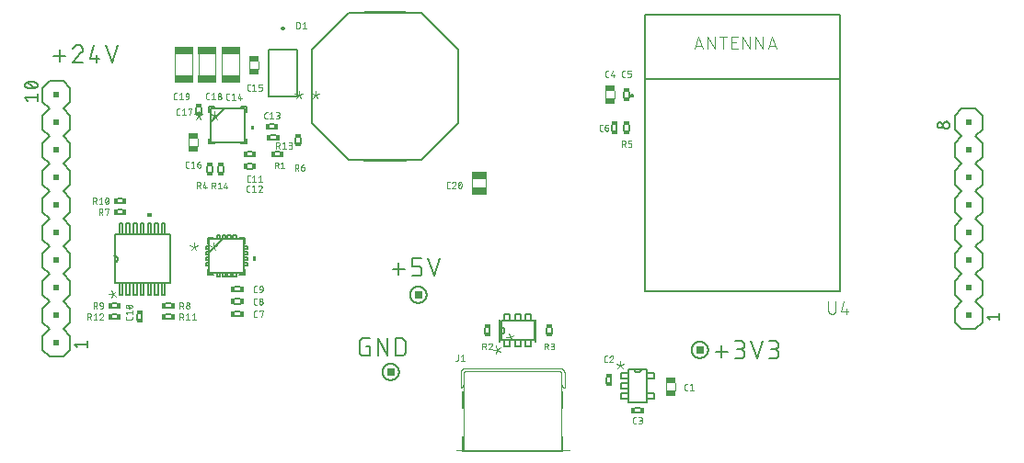
<source format=gbr>
G04 EAGLE Gerber RS-274X export*
G75*
%MOMM*%
%FSLAX34Y34*%
%LPD*%
%INSilkscreen Top*%
%IPPOS*%
%AMOC8*
5,1,8,0,0,1.08239X$1,22.5*%
G01*
%ADD10C,0.152400*%
%ADD11R,0.599900X0.300000*%
%ADD12C,0.050800*%
%ADD13R,0.300000X0.599900*%
%ADD14C,0.101600*%
%ADD15R,0.950000X0.500100*%
%ADD16C,0.076200*%
%ADD17C,0.100000*%
%ADD18C,0.200000*%
%ADD19C,0.127000*%
%ADD20R,0.508000X0.508000*%
%ADD21R,0.660400X0.660400*%
%ADD22R,1.700000X0.750100*%
%ADD23R,1.450100X0.750100*%

G36*
X211838Y283759D02*
X211838Y283759D01*
X211840Y283758D01*
X211883Y283778D01*
X211927Y283797D01*
X211927Y283799D01*
X211929Y283799D01*
X211962Y283884D01*
X211962Y287694D01*
X211961Y287696D01*
X211962Y287698D01*
X211942Y287741D01*
X211924Y287785D01*
X211922Y287786D01*
X211921Y287788D01*
X211836Y287821D01*
X209296Y287821D01*
X209294Y287820D01*
X209292Y287821D01*
X209249Y287801D01*
X209205Y287782D01*
X209205Y287780D01*
X209203Y287779D01*
X209170Y287694D01*
X209170Y283884D01*
X209171Y283882D01*
X209170Y283880D01*
X209190Y283837D01*
X209208Y283794D01*
X209210Y283793D01*
X209211Y283791D01*
X209296Y283758D01*
X211836Y283758D01*
X211838Y283759D01*
G37*
G36*
X117627Y204091D02*
X117627Y204091D01*
X117629Y204090D01*
X117672Y204110D01*
X117716Y204128D01*
X117716Y204130D01*
X117718Y204131D01*
X117751Y204216D01*
X117751Y206756D01*
X117750Y206758D01*
X117751Y206760D01*
X117731Y206803D01*
X117713Y206847D01*
X117711Y206847D01*
X117710Y206849D01*
X117625Y206882D01*
X113815Y206882D01*
X113813Y206881D01*
X113811Y206882D01*
X113768Y206862D01*
X113724Y206844D01*
X113724Y206842D01*
X113722Y206841D01*
X113689Y206756D01*
X113689Y204216D01*
X113690Y204214D01*
X113689Y204212D01*
X113709Y204169D01*
X113727Y204125D01*
X113729Y204125D01*
X113730Y204123D01*
X113815Y204090D01*
X117625Y204090D01*
X117627Y204091D01*
G37*
G36*
X213820Y163110D02*
X213820Y163110D01*
X213822Y163109D01*
X213865Y163129D01*
X213909Y163147D01*
X213909Y163149D01*
X213911Y163150D01*
X213944Y163235D01*
X213944Y167045D01*
X213943Y167047D01*
X213944Y167049D01*
X213924Y167092D01*
X213906Y167136D01*
X213904Y167136D01*
X213903Y167138D01*
X213818Y167171D01*
X211278Y167171D01*
X211276Y167170D01*
X211274Y167171D01*
X211231Y167151D01*
X211187Y167133D01*
X211187Y167131D01*
X211185Y167130D01*
X211152Y167045D01*
X211152Y163235D01*
X211153Y163233D01*
X211152Y163231D01*
X211172Y163188D01*
X211190Y163144D01*
X211192Y163144D01*
X211193Y163142D01*
X211278Y163109D01*
X213818Y163109D01*
X213820Y163110D01*
G37*
D10*
X339852Y155674D02*
X350689Y155674D01*
X345271Y150255D02*
X345271Y161092D01*
X357428Y149352D02*
X362847Y149352D01*
X362965Y149354D01*
X363083Y149360D01*
X363201Y149369D01*
X363318Y149383D01*
X363435Y149400D01*
X363552Y149421D01*
X363667Y149446D01*
X363782Y149475D01*
X363896Y149508D01*
X364008Y149544D01*
X364119Y149584D01*
X364229Y149627D01*
X364338Y149674D01*
X364445Y149724D01*
X364550Y149779D01*
X364653Y149836D01*
X364754Y149897D01*
X364854Y149961D01*
X364951Y150028D01*
X365046Y150098D01*
X365138Y150172D01*
X365229Y150248D01*
X365316Y150328D01*
X365401Y150410D01*
X365483Y150495D01*
X365563Y150582D01*
X365639Y150673D01*
X365713Y150765D01*
X365783Y150860D01*
X365850Y150957D01*
X365914Y151057D01*
X365975Y151158D01*
X366032Y151261D01*
X366087Y151366D01*
X366137Y151473D01*
X366184Y151582D01*
X366227Y151692D01*
X366267Y151803D01*
X366303Y151915D01*
X366336Y152029D01*
X366365Y152144D01*
X366390Y152259D01*
X366411Y152376D01*
X366428Y152493D01*
X366442Y152610D01*
X366451Y152728D01*
X366457Y152846D01*
X366459Y152964D01*
X366460Y152964D02*
X366460Y154771D01*
X366459Y154771D02*
X366457Y154889D01*
X366451Y155007D01*
X366442Y155125D01*
X366428Y155242D01*
X366411Y155359D01*
X366390Y155476D01*
X366365Y155591D01*
X366336Y155706D01*
X366303Y155820D01*
X366267Y155932D01*
X366227Y156043D01*
X366184Y156153D01*
X366137Y156262D01*
X366087Y156369D01*
X366032Y156474D01*
X365975Y156577D01*
X365914Y156678D01*
X365850Y156778D01*
X365783Y156875D01*
X365713Y156970D01*
X365639Y157062D01*
X365563Y157153D01*
X365483Y157240D01*
X365401Y157325D01*
X365316Y157407D01*
X365229Y157487D01*
X365138Y157563D01*
X365046Y157637D01*
X364951Y157707D01*
X364854Y157774D01*
X364754Y157838D01*
X364653Y157899D01*
X364550Y157956D01*
X364445Y158011D01*
X364338Y158061D01*
X364229Y158108D01*
X364119Y158151D01*
X364008Y158191D01*
X363896Y158227D01*
X363782Y158260D01*
X363667Y158289D01*
X363552Y158314D01*
X363435Y158335D01*
X363318Y158352D01*
X363201Y158366D01*
X363083Y158375D01*
X362965Y158381D01*
X362847Y158383D01*
X357428Y158383D01*
X357428Y165608D01*
X366460Y165608D01*
X372157Y165608D02*
X377575Y149352D01*
X382994Y165608D01*
X318403Y84723D02*
X315694Y84723D01*
X318403Y84723D02*
X318403Y75692D01*
X312984Y75692D01*
X312866Y75694D01*
X312748Y75700D01*
X312630Y75709D01*
X312513Y75723D01*
X312396Y75740D01*
X312279Y75761D01*
X312164Y75786D01*
X312049Y75815D01*
X311935Y75848D01*
X311823Y75884D01*
X311712Y75924D01*
X311602Y75967D01*
X311493Y76014D01*
X311386Y76064D01*
X311281Y76119D01*
X311178Y76176D01*
X311077Y76237D01*
X310977Y76301D01*
X310880Y76368D01*
X310785Y76438D01*
X310693Y76512D01*
X310602Y76588D01*
X310515Y76668D01*
X310430Y76750D01*
X310348Y76835D01*
X310268Y76922D01*
X310192Y77013D01*
X310118Y77105D01*
X310048Y77200D01*
X309981Y77297D01*
X309917Y77397D01*
X309856Y77498D01*
X309799Y77601D01*
X309744Y77706D01*
X309694Y77813D01*
X309647Y77922D01*
X309604Y78032D01*
X309564Y78143D01*
X309528Y78255D01*
X309495Y78369D01*
X309466Y78484D01*
X309441Y78599D01*
X309420Y78716D01*
X309403Y78833D01*
X309389Y78950D01*
X309380Y79068D01*
X309374Y79186D01*
X309372Y79304D01*
X309372Y88336D01*
X309374Y88454D01*
X309380Y88572D01*
X309389Y88690D01*
X309403Y88807D01*
X309420Y88924D01*
X309441Y89041D01*
X309466Y89156D01*
X309495Y89271D01*
X309528Y89385D01*
X309564Y89497D01*
X309604Y89608D01*
X309647Y89718D01*
X309694Y89827D01*
X309744Y89934D01*
X309798Y90039D01*
X309856Y90142D01*
X309917Y90243D01*
X309981Y90343D01*
X310048Y90440D01*
X310118Y90535D01*
X310192Y90627D01*
X310268Y90718D01*
X310348Y90805D01*
X310430Y90890D01*
X310515Y90972D01*
X310602Y91052D01*
X310693Y91128D01*
X310785Y91202D01*
X310880Y91272D01*
X310977Y91339D01*
X311077Y91403D01*
X311178Y91464D01*
X311281Y91521D01*
X311386Y91575D01*
X311493Y91626D01*
X311602Y91673D01*
X311712Y91716D01*
X311823Y91756D01*
X311935Y91792D01*
X312049Y91825D01*
X312164Y91854D01*
X312279Y91879D01*
X312396Y91900D01*
X312513Y91917D01*
X312630Y91931D01*
X312748Y91940D01*
X312866Y91946D01*
X312984Y91948D01*
X318403Y91948D01*
X326045Y91948D02*
X326045Y75692D01*
X335076Y75692D02*
X326045Y91948D01*
X335076Y91948D02*
X335076Y75692D01*
X342719Y75692D02*
X342719Y91948D01*
X347234Y91948D01*
X347365Y91946D01*
X347497Y91940D01*
X347628Y91931D01*
X347758Y91917D01*
X347889Y91900D01*
X348018Y91879D01*
X348147Y91855D01*
X348275Y91826D01*
X348403Y91794D01*
X348529Y91758D01*
X348654Y91719D01*
X348779Y91676D01*
X348901Y91629D01*
X349023Y91579D01*
X349143Y91525D01*
X349261Y91468D01*
X349377Y91407D01*
X349492Y91343D01*
X349605Y91276D01*
X349716Y91205D01*
X349824Y91131D01*
X349931Y91054D01*
X350035Y90974D01*
X350137Y90891D01*
X350236Y90806D01*
X350333Y90717D01*
X350427Y90625D01*
X350519Y90531D01*
X350608Y90434D01*
X350693Y90335D01*
X350776Y90233D01*
X350856Y90129D01*
X350933Y90022D01*
X351007Y89914D01*
X351078Y89803D01*
X351145Y89690D01*
X351209Y89575D01*
X351270Y89459D01*
X351327Y89341D01*
X351381Y89221D01*
X351431Y89099D01*
X351478Y88977D01*
X351521Y88852D01*
X351560Y88727D01*
X351596Y88601D01*
X351628Y88473D01*
X351657Y88345D01*
X351681Y88216D01*
X351702Y88087D01*
X351719Y87956D01*
X351733Y87826D01*
X351742Y87695D01*
X351748Y87563D01*
X351750Y87432D01*
X351750Y80208D01*
X351748Y80077D01*
X351742Y79945D01*
X351733Y79814D01*
X351719Y79684D01*
X351702Y79553D01*
X351681Y79424D01*
X351657Y79295D01*
X351628Y79167D01*
X351596Y79039D01*
X351560Y78913D01*
X351521Y78788D01*
X351478Y78663D01*
X351431Y78541D01*
X351381Y78419D01*
X351327Y78299D01*
X351270Y78181D01*
X351209Y78065D01*
X351145Y77950D01*
X351078Y77837D01*
X351007Y77726D01*
X350933Y77618D01*
X350856Y77511D01*
X350776Y77407D01*
X350693Y77305D01*
X350608Y77206D01*
X350519Y77109D01*
X350427Y77015D01*
X350333Y76923D01*
X350236Y76834D01*
X350137Y76749D01*
X350035Y76666D01*
X349931Y76586D01*
X349824Y76509D01*
X349716Y76435D01*
X349605Y76364D01*
X349492Y76297D01*
X349377Y76233D01*
X349261Y76172D01*
X349143Y76115D01*
X349023Y76061D01*
X348901Y76011D01*
X348779Y75964D01*
X348654Y75921D01*
X348529Y75882D01*
X348403Y75846D01*
X348275Y75814D01*
X348147Y75785D01*
X348018Y75761D01*
X347888Y75740D01*
X347758Y75723D01*
X347628Y75709D01*
X347497Y75700D01*
X347365Y75694D01*
X347234Y75692D01*
X342719Y75692D01*
X637032Y79474D02*
X647869Y79474D01*
X642451Y74055D02*
X642451Y84892D01*
X654608Y73152D02*
X659124Y73152D01*
X659257Y73154D01*
X659389Y73160D01*
X659521Y73170D01*
X659653Y73183D01*
X659785Y73201D01*
X659915Y73222D01*
X660046Y73247D01*
X660175Y73276D01*
X660303Y73309D01*
X660431Y73345D01*
X660557Y73385D01*
X660682Y73429D01*
X660806Y73477D01*
X660928Y73528D01*
X661049Y73583D01*
X661168Y73641D01*
X661286Y73703D01*
X661401Y73768D01*
X661515Y73837D01*
X661626Y73908D01*
X661735Y73984D01*
X661842Y74062D01*
X661947Y74143D01*
X662049Y74228D01*
X662149Y74315D01*
X662246Y74405D01*
X662341Y74498D01*
X662432Y74594D01*
X662521Y74692D01*
X662607Y74793D01*
X662690Y74897D01*
X662770Y75003D01*
X662846Y75111D01*
X662920Y75221D01*
X662990Y75334D01*
X663057Y75448D01*
X663120Y75565D01*
X663180Y75683D01*
X663237Y75803D01*
X663290Y75925D01*
X663339Y76048D01*
X663385Y76172D01*
X663427Y76298D01*
X663465Y76425D01*
X663500Y76553D01*
X663531Y76682D01*
X663558Y76811D01*
X663581Y76942D01*
X663601Y77073D01*
X663616Y77205D01*
X663628Y77337D01*
X663636Y77469D01*
X663640Y77602D01*
X663640Y77734D01*
X663636Y77867D01*
X663628Y77999D01*
X663616Y78131D01*
X663601Y78263D01*
X663581Y78394D01*
X663558Y78525D01*
X663531Y78654D01*
X663500Y78783D01*
X663465Y78911D01*
X663427Y79038D01*
X663385Y79164D01*
X663339Y79288D01*
X663290Y79411D01*
X663237Y79533D01*
X663180Y79653D01*
X663120Y79771D01*
X663057Y79888D01*
X662990Y80002D01*
X662920Y80115D01*
X662846Y80225D01*
X662770Y80333D01*
X662690Y80439D01*
X662607Y80543D01*
X662521Y80644D01*
X662432Y80742D01*
X662341Y80838D01*
X662246Y80931D01*
X662149Y81021D01*
X662049Y81108D01*
X661947Y81193D01*
X661842Y81274D01*
X661735Y81352D01*
X661626Y81428D01*
X661515Y81499D01*
X661401Y81568D01*
X661286Y81633D01*
X661168Y81695D01*
X661049Y81753D01*
X660928Y81808D01*
X660806Y81859D01*
X660682Y81907D01*
X660557Y81951D01*
X660431Y81991D01*
X660303Y82027D01*
X660175Y82060D01*
X660046Y82089D01*
X659915Y82114D01*
X659785Y82135D01*
X659653Y82153D01*
X659521Y82166D01*
X659389Y82176D01*
X659257Y82182D01*
X659124Y82184D01*
X660027Y89408D02*
X654608Y89408D01*
X660027Y89408D02*
X660146Y89406D01*
X660266Y89400D01*
X660385Y89390D01*
X660503Y89376D01*
X660622Y89359D01*
X660739Y89337D01*
X660856Y89312D01*
X660971Y89282D01*
X661086Y89249D01*
X661200Y89212D01*
X661312Y89172D01*
X661423Y89127D01*
X661532Y89079D01*
X661640Y89028D01*
X661746Y88973D01*
X661850Y88914D01*
X661952Y88852D01*
X662052Y88787D01*
X662150Y88718D01*
X662246Y88646D01*
X662339Y88571D01*
X662429Y88494D01*
X662517Y88413D01*
X662602Y88329D01*
X662684Y88242D01*
X662764Y88153D01*
X662840Y88061D01*
X662914Y87967D01*
X662984Y87870D01*
X663051Y87772D01*
X663115Y87671D01*
X663175Y87567D01*
X663232Y87462D01*
X663285Y87355D01*
X663335Y87247D01*
X663381Y87137D01*
X663423Y87025D01*
X663462Y86912D01*
X663497Y86798D01*
X663528Y86683D01*
X663556Y86566D01*
X663579Y86449D01*
X663599Y86332D01*
X663615Y86213D01*
X663627Y86094D01*
X663635Y85975D01*
X663639Y85856D01*
X663639Y85736D01*
X663635Y85617D01*
X663627Y85498D01*
X663615Y85379D01*
X663599Y85260D01*
X663579Y85143D01*
X663556Y85026D01*
X663528Y84909D01*
X663497Y84794D01*
X663462Y84680D01*
X663423Y84567D01*
X663381Y84455D01*
X663335Y84345D01*
X663285Y84237D01*
X663232Y84130D01*
X663175Y84025D01*
X663115Y83921D01*
X663051Y83820D01*
X662984Y83722D01*
X662914Y83625D01*
X662840Y83531D01*
X662764Y83439D01*
X662684Y83350D01*
X662602Y83263D01*
X662517Y83179D01*
X662429Y83098D01*
X662339Y83021D01*
X662246Y82946D01*
X662150Y82874D01*
X662052Y82805D01*
X661952Y82740D01*
X661850Y82678D01*
X661746Y82619D01*
X661640Y82564D01*
X661532Y82513D01*
X661423Y82465D01*
X661312Y82420D01*
X661200Y82380D01*
X661086Y82343D01*
X660971Y82310D01*
X660856Y82280D01*
X660739Y82255D01*
X660622Y82233D01*
X660503Y82216D01*
X660385Y82202D01*
X660266Y82192D01*
X660146Y82186D01*
X660027Y82184D01*
X660027Y82183D02*
X656415Y82183D01*
X669337Y89408D02*
X674755Y73152D01*
X680174Y89408D01*
X685871Y73152D02*
X690386Y73152D01*
X690519Y73154D01*
X690651Y73160D01*
X690783Y73170D01*
X690915Y73183D01*
X691047Y73201D01*
X691177Y73222D01*
X691308Y73247D01*
X691437Y73276D01*
X691565Y73309D01*
X691693Y73345D01*
X691819Y73385D01*
X691944Y73429D01*
X692068Y73477D01*
X692190Y73528D01*
X692311Y73583D01*
X692430Y73641D01*
X692548Y73703D01*
X692663Y73768D01*
X692777Y73837D01*
X692888Y73908D01*
X692997Y73984D01*
X693104Y74062D01*
X693209Y74143D01*
X693311Y74228D01*
X693411Y74315D01*
X693508Y74405D01*
X693603Y74498D01*
X693694Y74594D01*
X693783Y74692D01*
X693869Y74793D01*
X693952Y74897D01*
X694032Y75003D01*
X694108Y75111D01*
X694182Y75221D01*
X694252Y75334D01*
X694319Y75448D01*
X694382Y75565D01*
X694442Y75683D01*
X694499Y75803D01*
X694552Y75925D01*
X694601Y76048D01*
X694647Y76172D01*
X694689Y76298D01*
X694727Y76425D01*
X694762Y76553D01*
X694793Y76682D01*
X694820Y76811D01*
X694843Y76942D01*
X694863Y77073D01*
X694878Y77205D01*
X694890Y77337D01*
X694898Y77469D01*
X694902Y77602D01*
X694902Y77734D01*
X694898Y77867D01*
X694890Y77999D01*
X694878Y78131D01*
X694863Y78263D01*
X694843Y78394D01*
X694820Y78525D01*
X694793Y78654D01*
X694762Y78783D01*
X694727Y78911D01*
X694689Y79038D01*
X694647Y79164D01*
X694601Y79288D01*
X694552Y79411D01*
X694499Y79533D01*
X694442Y79653D01*
X694382Y79771D01*
X694319Y79888D01*
X694252Y80002D01*
X694182Y80115D01*
X694108Y80225D01*
X694032Y80333D01*
X693952Y80439D01*
X693869Y80543D01*
X693783Y80644D01*
X693694Y80742D01*
X693603Y80838D01*
X693508Y80931D01*
X693411Y81021D01*
X693311Y81108D01*
X693209Y81193D01*
X693104Y81274D01*
X692997Y81352D01*
X692888Y81428D01*
X692777Y81499D01*
X692663Y81568D01*
X692548Y81633D01*
X692430Y81695D01*
X692311Y81753D01*
X692190Y81808D01*
X692068Y81859D01*
X691944Y81907D01*
X691819Y81951D01*
X691693Y81991D01*
X691565Y82027D01*
X691437Y82060D01*
X691308Y82089D01*
X691177Y82114D01*
X691047Y82135D01*
X690915Y82153D01*
X690783Y82166D01*
X690651Y82176D01*
X690519Y82182D01*
X690386Y82184D01*
X691290Y89408D02*
X685871Y89408D01*
X691290Y89408D02*
X691409Y89406D01*
X691529Y89400D01*
X691648Y89390D01*
X691766Y89376D01*
X691885Y89359D01*
X692002Y89337D01*
X692119Y89312D01*
X692234Y89282D01*
X692349Y89249D01*
X692463Y89212D01*
X692575Y89172D01*
X692686Y89127D01*
X692795Y89079D01*
X692903Y89028D01*
X693009Y88973D01*
X693113Y88914D01*
X693215Y88852D01*
X693315Y88787D01*
X693413Y88718D01*
X693509Y88646D01*
X693602Y88571D01*
X693692Y88494D01*
X693780Y88413D01*
X693865Y88329D01*
X693947Y88242D01*
X694027Y88153D01*
X694103Y88061D01*
X694177Y87967D01*
X694247Y87870D01*
X694314Y87772D01*
X694378Y87671D01*
X694438Y87567D01*
X694495Y87462D01*
X694548Y87355D01*
X694598Y87247D01*
X694644Y87137D01*
X694686Y87025D01*
X694725Y86912D01*
X694760Y86798D01*
X694791Y86683D01*
X694819Y86566D01*
X694842Y86449D01*
X694862Y86332D01*
X694878Y86213D01*
X694890Y86094D01*
X694898Y85975D01*
X694902Y85856D01*
X694902Y85736D01*
X694898Y85617D01*
X694890Y85498D01*
X694878Y85379D01*
X694862Y85260D01*
X694842Y85143D01*
X694819Y85026D01*
X694791Y84909D01*
X694760Y84794D01*
X694725Y84680D01*
X694686Y84567D01*
X694644Y84455D01*
X694598Y84345D01*
X694548Y84237D01*
X694495Y84130D01*
X694438Y84025D01*
X694378Y83921D01*
X694314Y83820D01*
X694247Y83722D01*
X694177Y83625D01*
X694103Y83531D01*
X694027Y83439D01*
X693947Y83350D01*
X693865Y83263D01*
X693780Y83179D01*
X693692Y83098D01*
X693602Y83021D01*
X693509Y82946D01*
X693413Y82874D01*
X693315Y82805D01*
X693215Y82740D01*
X693113Y82678D01*
X693009Y82619D01*
X692903Y82564D01*
X692795Y82513D01*
X692686Y82465D01*
X692575Y82420D01*
X692463Y82380D01*
X692349Y82343D01*
X692234Y82310D01*
X692119Y82280D01*
X692002Y82255D01*
X691885Y82233D01*
X691766Y82216D01*
X691648Y82202D01*
X691529Y82192D01*
X691409Y82186D01*
X691290Y82184D01*
X691290Y82183D02*
X687677Y82183D01*
X38689Y352224D02*
X27852Y352224D01*
X33271Y357642D02*
X33271Y346805D01*
X50396Y362158D02*
X50521Y362156D01*
X50646Y362150D01*
X50771Y362141D01*
X50895Y362127D01*
X51019Y362110D01*
X51143Y362089D01*
X51265Y362064D01*
X51387Y362035D01*
X51508Y362003D01*
X51628Y361967D01*
X51747Y361927D01*
X51864Y361884D01*
X51980Y361837D01*
X52095Y361786D01*
X52207Y361732D01*
X52319Y361674D01*
X52428Y361614D01*
X52535Y361549D01*
X52641Y361482D01*
X52744Y361411D01*
X52845Y361337D01*
X52944Y361260D01*
X53040Y361180D01*
X53134Y361097D01*
X53225Y361012D01*
X53314Y360923D01*
X53399Y360832D01*
X53482Y360738D01*
X53562Y360642D01*
X53639Y360543D01*
X53713Y360442D01*
X53784Y360339D01*
X53851Y360233D01*
X53916Y360126D01*
X53976Y360017D01*
X54034Y359905D01*
X54088Y359793D01*
X54139Y359678D01*
X54186Y359562D01*
X54229Y359445D01*
X54269Y359326D01*
X54305Y359206D01*
X54337Y359085D01*
X54366Y358963D01*
X54391Y358841D01*
X54412Y358717D01*
X54429Y358593D01*
X54443Y358469D01*
X54452Y358344D01*
X54458Y358219D01*
X54460Y358094D01*
X50396Y362158D02*
X50253Y362156D01*
X50111Y362150D01*
X49968Y362140D01*
X49826Y362127D01*
X49685Y362109D01*
X49543Y362088D01*
X49403Y362063D01*
X49263Y362034D01*
X49124Y362001D01*
X48986Y361964D01*
X48849Y361924D01*
X48714Y361880D01*
X48579Y361832D01*
X48446Y361780D01*
X48314Y361725D01*
X48184Y361666D01*
X48056Y361604D01*
X47929Y361538D01*
X47804Y361469D01*
X47681Y361397D01*
X47561Y361321D01*
X47442Y361242D01*
X47325Y361159D01*
X47211Y361074D01*
X47099Y360985D01*
X46990Y360894D01*
X46883Y360799D01*
X46778Y360702D01*
X46677Y360601D01*
X46578Y360498D01*
X46482Y360393D01*
X46389Y360284D01*
X46299Y360173D01*
X46212Y360060D01*
X46128Y359945D01*
X46048Y359827D01*
X45970Y359707D01*
X45896Y359585D01*
X45826Y359461D01*
X45758Y359335D01*
X45695Y359207D01*
X45634Y359078D01*
X45577Y358947D01*
X45524Y358815D01*
X45475Y358681D01*
X45429Y358546D01*
X53104Y354933D02*
X53198Y355025D01*
X53288Y355119D01*
X53376Y355216D01*
X53461Y355316D01*
X53543Y355418D01*
X53622Y355523D01*
X53697Y355630D01*
X53769Y355739D01*
X53838Y355850D01*
X53904Y355964D01*
X53966Y356079D01*
X54025Y356196D01*
X54080Y356315D01*
X54131Y356435D01*
X54179Y356557D01*
X54224Y356680D01*
X54264Y356804D01*
X54301Y356930D01*
X54334Y357057D01*
X54363Y357184D01*
X54389Y357313D01*
X54410Y357442D01*
X54428Y357572D01*
X54441Y357702D01*
X54451Y357832D01*
X54457Y357963D01*
X54459Y358094D01*
X53105Y354933D02*
X45428Y345902D01*
X54460Y345902D01*
X61060Y349514D02*
X64672Y362158D01*
X61060Y349514D02*
X70091Y349514D01*
X67381Y345902D02*
X67381Y353127D01*
X75788Y362158D02*
X81206Y345902D01*
X86625Y362158D01*
X108920Y114210D02*
X108920Y109310D01*
X104440Y109310D02*
X104440Y114210D01*
D11*
X106632Y115800D03*
X106632Y107672D03*
D12*
X100076Y110254D02*
X100076Y111553D01*
X100076Y110254D02*
X100074Y110184D01*
X100068Y110114D01*
X100059Y110044D01*
X100046Y109975D01*
X100029Y109907D01*
X100008Y109840D01*
X99984Y109774D01*
X99956Y109709D01*
X99925Y109646D01*
X99890Y109585D01*
X99852Y109526D01*
X99811Y109468D01*
X99767Y109414D01*
X99720Y109361D01*
X99671Y109312D01*
X99618Y109265D01*
X99564Y109221D01*
X99506Y109180D01*
X99447Y109142D01*
X99386Y109107D01*
X99323Y109076D01*
X99258Y109048D01*
X99192Y109024D01*
X99125Y109003D01*
X99057Y108986D01*
X98988Y108973D01*
X98918Y108964D01*
X98848Y108958D01*
X98778Y108956D01*
X95532Y108956D01*
X95462Y108958D01*
X95392Y108964D01*
X95322Y108973D01*
X95253Y108986D01*
X95185Y109003D01*
X95118Y109024D01*
X95052Y109048D01*
X94987Y109076D01*
X94924Y109107D01*
X94863Y109142D01*
X94804Y109180D01*
X94746Y109221D01*
X94692Y109265D01*
X94639Y109312D01*
X94590Y109361D01*
X94543Y109414D01*
X94499Y109468D01*
X94458Y109526D01*
X94420Y109585D01*
X94385Y109646D01*
X94354Y109709D01*
X94326Y109774D01*
X94302Y109840D01*
X94281Y109907D01*
X94264Y109975D01*
X94251Y110044D01*
X94242Y110114D01*
X94236Y110184D01*
X94234Y110254D01*
X94234Y111553D01*
X95532Y113735D02*
X94234Y115358D01*
X100076Y115358D01*
X100076Y113735D02*
X100076Y116981D01*
X97155Y119451D02*
X97019Y119453D01*
X96882Y119459D01*
X96746Y119468D01*
X96610Y119482D01*
X96475Y119499D01*
X96340Y119520D01*
X96206Y119545D01*
X96073Y119574D01*
X95940Y119607D01*
X95809Y119643D01*
X95678Y119683D01*
X95549Y119727D01*
X95421Y119774D01*
X95294Y119825D01*
X95169Y119880D01*
X95046Y119938D01*
X95046Y119937D02*
X94982Y119961D01*
X94920Y119988D01*
X94860Y120019D01*
X94801Y120053D01*
X94745Y120090D01*
X94691Y120131D01*
X94639Y120174D01*
X94589Y120220D01*
X94542Y120269D01*
X94499Y120321D01*
X94458Y120375D01*
X94420Y120431D01*
X94385Y120489D01*
X94354Y120549D01*
X94326Y120611D01*
X94302Y120674D01*
X94281Y120739D01*
X94264Y120804D01*
X94251Y120871D01*
X94242Y120938D01*
X94236Y121005D01*
X94234Y121073D01*
X94236Y121141D01*
X94242Y121208D01*
X94251Y121275D01*
X94264Y121342D01*
X94281Y121407D01*
X94302Y121472D01*
X94326Y121535D01*
X94354Y121597D01*
X94385Y121657D01*
X94420Y121715D01*
X94458Y121771D01*
X94499Y121825D01*
X94542Y121877D01*
X94589Y121926D01*
X94639Y121972D01*
X94691Y122015D01*
X94745Y122056D01*
X94801Y122093D01*
X94860Y122127D01*
X94920Y122158D01*
X94982Y122185D01*
X95046Y122209D01*
X95046Y122208D02*
X95169Y122266D01*
X95294Y122321D01*
X95421Y122372D01*
X95549Y122419D01*
X95678Y122463D01*
X95809Y122503D01*
X95940Y122539D01*
X96073Y122572D01*
X96206Y122601D01*
X96340Y122626D01*
X96475Y122647D01*
X96610Y122664D01*
X96746Y122678D01*
X96882Y122687D01*
X97019Y122693D01*
X97155Y122695D01*
X97155Y119450D02*
X97291Y119452D01*
X97428Y119458D01*
X97564Y119467D01*
X97700Y119481D01*
X97835Y119498D01*
X97970Y119519D01*
X98104Y119544D01*
X98238Y119573D01*
X98370Y119606D01*
X98502Y119642D01*
X98632Y119682D01*
X98762Y119726D01*
X98890Y119773D01*
X99016Y119824D01*
X99141Y119879D01*
X99265Y119937D01*
X99328Y119961D01*
X99390Y119988D01*
X99450Y120019D01*
X99509Y120053D01*
X99565Y120090D01*
X99620Y120131D01*
X99671Y120174D01*
X99721Y120220D01*
X99768Y120269D01*
X99811Y120321D01*
X99852Y120375D01*
X99890Y120431D01*
X99925Y120489D01*
X99956Y120549D01*
X99984Y120611D01*
X100008Y120674D01*
X100029Y120739D01*
X100046Y120804D01*
X100059Y120871D01*
X100068Y120938D01*
X100074Y121005D01*
X100076Y121073D01*
X99265Y122209D02*
X99141Y122267D01*
X99016Y122322D01*
X98890Y122373D01*
X98762Y122420D01*
X98632Y122464D01*
X98502Y122504D01*
X98370Y122540D01*
X98238Y122573D01*
X98104Y122602D01*
X97970Y122627D01*
X97835Y122648D01*
X97700Y122665D01*
X97564Y122679D01*
X97428Y122688D01*
X97291Y122694D01*
X97155Y122696D01*
X99265Y122209D02*
X99328Y122185D01*
X99390Y122158D01*
X99450Y122127D01*
X99509Y122093D01*
X99565Y122056D01*
X99620Y122015D01*
X99671Y121972D01*
X99721Y121926D01*
X99768Y121877D01*
X99811Y121825D01*
X99852Y121771D01*
X99890Y121715D01*
X99925Y121657D01*
X99956Y121597D01*
X99984Y121535D01*
X100008Y121472D01*
X100029Y121407D01*
X100046Y121342D01*
X100059Y121275D01*
X100068Y121208D01*
X100074Y121141D01*
X100076Y121073D01*
X98778Y119775D02*
X95532Y122371D01*
D10*
X194400Y139400D02*
X199300Y139400D01*
X199300Y134920D02*
X194400Y134920D01*
D13*
X192810Y137112D03*
X200938Y137112D03*
D12*
X213386Y134239D02*
X214684Y134239D01*
X213386Y134239D02*
X213316Y134241D01*
X213246Y134247D01*
X213176Y134256D01*
X213107Y134269D01*
X213039Y134286D01*
X212972Y134307D01*
X212906Y134331D01*
X212841Y134359D01*
X212778Y134390D01*
X212717Y134425D01*
X212658Y134463D01*
X212600Y134504D01*
X212546Y134548D01*
X212493Y134595D01*
X212444Y134644D01*
X212397Y134697D01*
X212353Y134751D01*
X212312Y134809D01*
X212274Y134868D01*
X212239Y134929D01*
X212208Y134992D01*
X212180Y135057D01*
X212156Y135123D01*
X212135Y135190D01*
X212118Y135258D01*
X212105Y135327D01*
X212096Y135397D01*
X212090Y135467D01*
X212088Y135537D01*
X212088Y138783D01*
X212090Y138853D01*
X212096Y138923D01*
X212105Y138993D01*
X212118Y139062D01*
X212135Y139130D01*
X212156Y139197D01*
X212180Y139263D01*
X212208Y139328D01*
X212239Y139391D01*
X212274Y139452D01*
X212312Y139511D01*
X212353Y139569D01*
X212397Y139623D01*
X212444Y139676D01*
X212493Y139725D01*
X212546Y139772D01*
X212600Y139816D01*
X212658Y139857D01*
X212717Y139895D01*
X212778Y139930D01*
X212841Y139961D01*
X212906Y139989D01*
X212972Y140013D01*
X213039Y140034D01*
X213107Y140051D01*
X213176Y140064D01*
X213246Y140073D01*
X213316Y140079D01*
X213386Y140081D01*
X214684Y140081D01*
X218165Y136835D02*
X220113Y136835D01*
X218165Y136836D02*
X218095Y136838D01*
X218025Y136844D01*
X217955Y136853D01*
X217886Y136866D01*
X217818Y136883D01*
X217751Y136904D01*
X217685Y136928D01*
X217620Y136956D01*
X217557Y136987D01*
X217496Y137022D01*
X217437Y137060D01*
X217379Y137101D01*
X217325Y137145D01*
X217272Y137192D01*
X217223Y137241D01*
X217176Y137294D01*
X217132Y137348D01*
X217091Y137406D01*
X217053Y137465D01*
X217018Y137526D01*
X216987Y137589D01*
X216959Y137654D01*
X216935Y137720D01*
X216914Y137787D01*
X216897Y137855D01*
X216884Y137924D01*
X216875Y137994D01*
X216869Y138064D01*
X216867Y138134D01*
X216867Y138458D01*
X216869Y138538D01*
X216875Y138617D01*
X216885Y138696D01*
X216898Y138775D01*
X216916Y138852D01*
X216937Y138929D01*
X216962Y139005D01*
X216991Y139079D01*
X217023Y139152D01*
X217059Y139223D01*
X217098Y139292D01*
X217141Y139360D01*
X217186Y139425D01*
X217235Y139488D01*
X217287Y139548D01*
X217342Y139606D01*
X217400Y139661D01*
X217460Y139713D01*
X217523Y139762D01*
X217588Y139807D01*
X217656Y139850D01*
X217725Y139889D01*
X217796Y139925D01*
X217869Y139957D01*
X217943Y139986D01*
X218019Y140011D01*
X218096Y140032D01*
X218173Y140050D01*
X218252Y140063D01*
X218331Y140073D01*
X218410Y140079D01*
X218490Y140081D01*
X218570Y140079D01*
X218649Y140073D01*
X218728Y140063D01*
X218807Y140050D01*
X218884Y140032D01*
X218961Y140011D01*
X219037Y139986D01*
X219111Y139957D01*
X219184Y139925D01*
X219255Y139889D01*
X219324Y139850D01*
X219392Y139807D01*
X219457Y139762D01*
X219520Y139713D01*
X219580Y139661D01*
X219638Y139606D01*
X219693Y139548D01*
X219745Y139488D01*
X219794Y139425D01*
X219839Y139360D01*
X219882Y139292D01*
X219921Y139223D01*
X219957Y139152D01*
X219989Y139079D01*
X220018Y139005D01*
X220043Y138929D01*
X220064Y138852D01*
X220082Y138775D01*
X220095Y138696D01*
X220105Y138617D01*
X220111Y138538D01*
X220113Y138458D01*
X220113Y136835D01*
X220112Y136835D02*
X220110Y136736D01*
X220104Y136636D01*
X220095Y136537D01*
X220082Y136439D01*
X220065Y136341D01*
X220044Y136243D01*
X220019Y136147D01*
X219991Y136052D01*
X219959Y135958D01*
X219924Y135865D01*
X219885Y135773D01*
X219842Y135683D01*
X219797Y135595D01*
X219747Y135508D01*
X219695Y135424D01*
X219639Y135341D01*
X219581Y135261D01*
X219519Y135183D01*
X219454Y135108D01*
X219386Y135035D01*
X219316Y134965D01*
X219243Y134897D01*
X219168Y134832D01*
X219090Y134770D01*
X219010Y134712D01*
X218927Y134656D01*
X218843Y134604D01*
X218756Y134554D01*
X218668Y134509D01*
X218578Y134466D01*
X218486Y134427D01*
X218393Y134392D01*
X218299Y134360D01*
X218204Y134332D01*
X218108Y134307D01*
X218010Y134286D01*
X217912Y134269D01*
X217814Y134256D01*
X217715Y134247D01*
X217615Y134241D01*
X217516Y134239D01*
D14*
X535430Y312670D02*
X535430Y319790D01*
X543940Y319790D02*
X543940Y312670D01*
D15*
X539699Y310349D03*
X539699Y322033D03*
D12*
X538334Y332738D02*
X537036Y332738D01*
X536966Y332740D01*
X536896Y332746D01*
X536826Y332755D01*
X536757Y332768D01*
X536689Y332785D01*
X536622Y332806D01*
X536556Y332830D01*
X536491Y332858D01*
X536428Y332889D01*
X536367Y332924D01*
X536308Y332962D01*
X536250Y333003D01*
X536196Y333047D01*
X536143Y333094D01*
X536094Y333143D01*
X536047Y333196D01*
X536003Y333250D01*
X535962Y333308D01*
X535924Y333367D01*
X535889Y333428D01*
X535858Y333491D01*
X535830Y333556D01*
X535806Y333622D01*
X535785Y333689D01*
X535768Y333757D01*
X535755Y333826D01*
X535746Y333896D01*
X535740Y333966D01*
X535738Y334036D01*
X535738Y337282D01*
X535740Y337352D01*
X535746Y337422D01*
X535755Y337492D01*
X535768Y337561D01*
X535785Y337629D01*
X535806Y337696D01*
X535830Y337762D01*
X535858Y337827D01*
X535889Y337890D01*
X535924Y337951D01*
X535962Y338010D01*
X536003Y338068D01*
X536047Y338122D01*
X536094Y338175D01*
X536143Y338224D01*
X536196Y338271D01*
X536250Y338315D01*
X536308Y338356D01*
X536367Y338394D01*
X536428Y338429D01*
X536491Y338460D01*
X536556Y338488D01*
X536622Y338512D01*
X536689Y338533D01*
X536757Y338550D01*
X536826Y338563D01*
X536896Y338572D01*
X536966Y338578D01*
X537036Y338580D01*
X538334Y338580D01*
X541815Y338580D02*
X540517Y334036D01*
X543762Y334036D01*
X542789Y335334D02*
X542789Y332738D01*
D10*
X552750Y318680D02*
X552750Y313780D01*
X557230Y313780D02*
X557230Y318680D01*
D11*
X555039Y312190D03*
X555039Y320318D03*
D12*
X553574Y332738D02*
X552276Y332738D01*
X552206Y332740D01*
X552136Y332746D01*
X552066Y332755D01*
X551997Y332768D01*
X551929Y332785D01*
X551862Y332806D01*
X551796Y332830D01*
X551731Y332858D01*
X551668Y332889D01*
X551607Y332924D01*
X551548Y332962D01*
X551490Y333003D01*
X551436Y333047D01*
X551383Y333094D01*
X551334Y333143D01*
X551287Y333196D01*
X551243Y333250D01*
X551202Y333308D01*
X551164Y333367D01*
X551129Y333428D01*
X551098Y333491D01*
X551070Y333556D01*
X551046Y333622D01*
X551025Y333689D01*
X551008Y333757D01*
X550995Y333826D01*
X550986Y333896D01*
X550980Y333966D01*
X550978Y334036D01*
X550978Y337282D01*
X550980Y337352D01*
X550986Y337422D01*
X550995Y337492D01*
X551008Y337561D01*
X551025Y337629D01*
X551046Y337696D01*
X551070Y337762D01*
X551098Y337827D01*
X551129Y337890D01*
X551164Y337951D01*
X551202Y338010D01*
X551243Y338068D01*
X551287Y338122D01*
X551334Y338175D01*
X551383Y338224D01*
X551436Y338271D01*
X551490Y338315D01*
X551548Y338356D01*
X551607Y338394D01*
X551668Y338429D01*
X551731Y338460D01*
X551796Y338488D01*
X551862Y338512D01*
X551929Y338533D01*
X551997Y338550D01*
X552066Y338563D01*
X552136Y338572D01*
X552206Y338578D01*
X552276Y338580D01*
X553574Y338580D01*
X555757Y332738D02*
X557704Y332738D01*
X557774Y332740D01*
X557844Y332746D01*
X557914Y332755D01*
X557983Y332768D01*
X558051Y332785D01*
X558118Y332806D01*
X558184Y332830D01*
X558249Y332858D01*
X558312Y332889D01*
X558373Y332924D01*
X558432Y332962D01*
X558490Y333003D01*
X558544Y333047D01*
X558597Y333094D01*
X558646Y333143D01*
X558693Y333196D01*
X558737Y333250D01*
X558778Y333308D01*
X558816Y333367D01*
X558851Y333428D01*
X558882Y333491D01*
X558910Y333556D01*
X558934Y333622D01*
X558955Y333689D01*
X558972Y333757D01*
X558985Y333826D01*
X558994Y333896D01*
X559000Y333966D01*
X559002Y334036D01*
X559002Y334685D01*
X559000Y334755D01*
X558994Y334825D01*
X558985Y334895D01*
X558972Y334964D01*
X558955Y335032D01*
X558934Y335099D01*
X558910Y335165D01*
X558882Y335230D01*
X558851Y335293D01*
X558816Y335354D01*
X558778Y335413D01*
X558737Y335471D01*
X558693Y335525D01*
X558646Y335578D01*
X558597Y335627D01*
X558544Y335674D01*
X558490Y335718D01*
X558432Y335759D01*
X558373Y335797D01*
X558312Y335832D01*
X558249Y335863D01*
X558184Y335891D01*
X558118Y335915D01*
X558051Y335936D01*
X557983Y335953D01*
X557914Y335966D01*
X557844Y335975D01*
X557774Y335981D01*
X557704Y335983D01*
X557704Y335984D02*
X555757Y335984D01*
X555757Y338580D01*
X559002Y338580D01*
D10*
X541320Y288200D02*
X541320Y283300D01*
X545800Y283300D02*
X545800Y288200D01*
D11*
X543609Y281710D03*
X543609Y289838D03*
D12*
X532794Y282829D02*
X531496Y282829D01*
X531426Y282831D01*
X531356Y282837D01*
X531286Y282846D01*
X531217Y282859D01*
X531149Y282876D01*
X531082Y282897D01*
X531016Y282921D01*
X530951Y282949D01*
X530888Y282980D01*
X530827Y283015D01*
X530768Y283053D01*
X530710Y283094D01*
X530656Y283138D01*
X530603Y283185D01*
X530554Y283234D01*
X530507Y283287D01*
X530463Y283341D01*
X530422Y283399D01*
X530384Y283458D01*
X530349Y283519D01*
X530318Y283582D01*
X530290Y283647D01*
X530266Y283713D01*
X530245Y283780D01*
X530228Y283848D01*
X530215Y283917D01*
X530206Y283987D01*
X530200Y284057D01*
X530198Y284127D01*
X530197Y284127D02*
X530197Y287373D01*
X530198Y287373D02*
X530200Y287443D01*
X530206Y287513D01*
X530215Y287583D01*
X530228Y287652D01*
X530245Y287720D01*
X530266Y287787D01*
X530290Y287853D01*
X530318Y287918D01*
X530349Y287981D01*
X530384Y288042D01*
X530422Y288101D01*
X530463Y288159D01*
X530507Y288213D01*
X530554Y288266D01*
X530603Y288315D01*
X530656Y288362D01*
X530710Y288406D01*
X530768Y288447D01*
X530827Y288485D01*
X530888Y288520D01*
X530951Y288551D01*
X531016Y288579D01*
X531082Y288603D01*
X531149Y288624D01*
X531217Y288641D01*
X531286Y288654D01*
X531356Y288663D01*
X531426Y288669D01*
X531496Y288671D01*
X532794Y288671D01*
X534976Y286075D02*
X536924Y286075D01*
X536924Y286074D02*
X536994Y286072D01*
X537064Y286066D01*
X537134Y286057D01*
X537203Y286044D01*
X537271Y286027D01*
X537338Y286006D01*
X537404Y285982D01*
X537469Y285954D01*
X537532Y285923D01*
X537593Y285888D01*
X537652Y285850D01*
X537710Y285809D01*
X537764Y285765D01*
X537817Y285718D01*
X537866Y285669D01*
X537913Y285616D01*
X537957Y285562D01*
X537998Y285504D01*
X538036Y285445D01*
X538071Y285384D01*
X538102Y285321D01*
X538130Y285256D01*
X538154Y285190D01*
X538175Y285123D01*
X538192Y285055D01*
X538205Y284986D01*
X538214Y284916D01*
X538220Y284846D01*
X538222Y284776D01*
X538222Y284452D01*
X538220Y284372D01*
X538214Y284293D01*
X538204Y284214D01*
X538191Y284135D01*
X538173Y284058D01*
X538152Y283981D01*
X538127Y283905D01*
X538098Y283831D01*
X538066Y283758D01*
X538030Y283687D01*
X537991Y283618D01*
X537948Y283550D01*
X537903Y283485D01*
X537854Y283422D01*
X537802Y283362D01*
X537747Y283304D01*
X537689Y283249D01*
X537629Y283197D01*
X537566Y283148D01*
X537501Y283103D01*
X537433Y283060D01*
X537364Y283021D01*
X537293Y282985D01*
X537220Y282953D01*
X537146Y282924D01*
X537070Y282899D01*
X536993Y282878D01*
X536916Y282860D01*
X536837Y282847D01*
X536758Y282837D01*
X536679Y282831D01*
X536599Y282829D01*
X536519Y282831D01*
X536440Y282837D01*
X536361Y282847D01*
X536282Y282860D01*
X536205Y282878D01*
X536128Y282899D01*
X536052Y282924D01*
X535978Y282953D01*
X535905Y282985D01*
X535834Y283021D01*
X535765Y283060D01*
X535697Y283103D01*
X535632Y283148D01*
X535569Y283197D01*
X535509Y283249D01*
X535451Y283304D01*
X535396Y283362D01*
X535344Y283422D01*
X535295Y283485D01*
X535250Y283550D01*
X535207Y283618D01*
X535168Y283687D01*
X535132Y283758D01*
X535100Y283831D01*
X535071Y283905D01*
X535046Y283981D01*
X535025Y284058D01*
X535007Y284135D01*
X534994Y284214D01*
X534984Y284293D01*
X534978Y284372D01*
X534976Y284452D01*
X534976Y286075D01*
X534977Y286075D02*
X534979Y286174D01*
X534985Y286274D01*
X534994Y286373D01*
X535007Y286471D01*
X535024Y286569D01*
X535045Y286667D01*
X535070Y286763D01*
X535098Y286858D01*
X535130Y286952D01*
X535165Y287045D01*
X535204Y287137D01*
X535247Y287227D01*
X535292Y287315D01*
X535342Y287402D01*
X535394Y287486D01*
X535450Y287569D01*
X535508Y287649D01*
X535570Y287727D01*
X535635Y287802D01*
X535703Y287875D01*
X535773Y287945D01*
X535846Y288013D01*
X535921Y288078D01*
X535999Y288140D01*
X536079Y288198D01*
X536162Y288254D01*
X536246Y288306D01*
X536333Y288356D01*
X536421Y288401D01*
X536511Y288444D01*
X536603Y288483D01*
X536695Y288518D01*
X536790Y288550D01*
X536885Y288578D01*
X536981Y288603D01*
X537079Y288624D01*
X537177Y288641D01*
X537275Y288654D01*
X537374Y288663D01*
X537474Y288669D01*
X537573Y288671D01*
D10*
X199300Y116540D02*
X194400Y116540D01*
X194400Y112060D02*
X199300Y112060D01*
D13*
X192810Y114252D03*
X200938Y114252D03*
D12*
X213386Y111379D02*
X214684Y111379D01*
X213386Y111379D02*
X213316Y111381D01*
X213246Y111387D01*
X213176Y111396D01*
X213107Y111409D01*
X213039Y111426D01*
X212972Y111447D01*
X212906Y111471D01*
X212841Y111499D01*
X212778Y111530D01*
X212717Y111565D01*
X212658Y111603D01*
X212600Y111644D01*
X212546Y111688D01*
X212493Y111735D01*
X212444Y111784D01*
X212397Y111837D01*
X212353Y111891D01*
X212312Y111949D01*
X212274Y112008D01*
X212239Y112069D01*
X212208Y112132D01*
X212180Y112197D01*
X212156Y112263D01*
X212135Y112330D01*
X212118Y112398D01*
X212105Y112467D01*
X212096Y112537D01*
X212090Y112607D01*
X212088Y112677D01*
X212088Y115923D01*
X212090Y115993D01*
X212096Y116063D01*
X212105Y116133D01*
X212118Y116202D01*
X212135Y116270D01*
X212156Y116337D01*
X212180Y116403D01*
X212208Y116468D01*
X212239Y116531D01*
X212274Y116592D01*
X212312Y116651D01*
X212353Y116709D01*
X212397Y116763D01*
X212444Y116816D01*
X212493Y116865D01*
X212546Y116912D01*
X212600Y116956D01*
X212658Y116997D01*
X212717Y117035D01*
X212778Y117070D01*
X212841Y117101D01*
X212906Y117129D01*
X212972Y117153D01*
X213039Y117174D01*
X213107Y117191D01*
X213176Y117204D01*
X213246Y117213D01*
X213316Y117219D01*
X213386Y117221D01*
X214684Y117221D01*
X216867Y117221D02*
X216867Y116572D01*
X216867Y117221D02*
X220113Y117221D01*
X218490Y111379D01*
D14*
X599950Y50550D02*
X599950Y43430D01*
X591440Y43430D02*
X591440Y50550D01*
D15*
X595681Y52872D03*
X595681Y41188D03*
D12*
X609886Y44069D02*
X611184Y44069D01*
X609886Y44069D02*
X609816Y44071D01*
X609746Y44077D01*
X609676Y44086D01*
X609607Y44099D01*
X609539Y44116D01*
X609472Y44137D01*
X609406Y44161D01*
X609341Y44189D01*
X609278Y44220D01*
X609217Y44255D01*
X609158Y44293D01*
X609100Y44334D01*
X609046Y44378D01*
X608993Y44425D01*
X608944Y44474D01*
X608897Y44527D01*
X608853Y44581D01*
X608812Y44639D01*
X608774Y44698D01*
X608739Y44759D01*
X608708Y44822D01*
X608680Y44887D01*
X608656Y44953D01*
X608635Y45020D01*
X608618Y45088D01*
X608605Y45157D01*
X608596Y45227D01*
X608590Y45297D01*
X608588Y45367D01*
X608588Y48613D01*
X608590Y48683D01*
X608596Y48753D01*
X608605Y48823D01*
X608618Y48892D01*
X608635Y48960D01*
X608656Y49027D01*
X608680Y49093D01*
X608708Y49158D01*
X608739Y49221D01*
X608774Y49282D01*
X608812Y49341D01*
X608853Y49399D01*
X608897Y49453D01*
X608944Y49506D01*
X608993Y49555D01*
X609046Y49602D01*
X609100Y49646D01*
X609158Y49687D01*
X609217Y49725D01*
X609278Y49760D01*
X609341Y49791D01*
X609406Y49819D01*
X609472Y49843D01*
X609539Y49864D01*
X609607Y49881D01*
X609676Y49894D01*
X609746Y49903D01*
X609816Y49909D01*
X609886Y49911D01*
X611184Y49911D01*
X613367Y48613D02*
X614990Y49911D01*
X614990Y44069D01*
X613367Y44069D02*
X616613Y44069D01*
D10*
X199300Y127970D02*
X194400Y127970D01*
X194400Y123490D02*
X199300Y123490D01*
D13*
X192810Y125682D03*
X200938Y125682D03*
D12*
X213386Y122809D02*
X214684Y122809D01*
X213386Y122809D02*
X213316Y122811D01*
X213246Y122817D01*
X213176Y122826D01*
X213107Y122839D01*
X213039Y122856D01*
X212972Y122877D01*
X212906Y122901D01*
X212841Y122929D01*
X212778Y122960D01*
X212717Y122995D01*
X212658Y123033D01*
X212600Y123074D01*
X212546Y123118D01*
X212493Y123165D01*
X212444Y123214D01*
X212397Y123267D01*
X212353Y123321D01*
X212312Y123379D01*
X212274Y123438D01*
X212239Y123499D01*
X212208Y123562D01*
X212180Y123627D01*
X212156Y123693D01*
X212135Y123760D01*
X212118Y123828D01*
X212105Y123897D01*
X212096Y123967D01*
X212090Y124037D01*
X212088Y124107D01*
X212088Y127353D01*
X212090Y127423D01*
X212096Y127493D01*
X212105Y127563D01*
X212118Y127632D01*
X212135Y127700D01*
X212156Y127767D01*
X212180Y127833D01*
X212208Y127898D01*
X212239Y127961D01*
X212274Y128022D01*
X212312Y128081D01*
X212353Y128139D01*
X212397Y128193D01*
X212444Y128246D01*
X212493Y128295D01*
X212546Y128342D01*
X212600Y128386D01*
X212658Y128427D01*
X212717Y128465D01*
X212778Y128500D01*
X212841Y128531D01*
X212906Y128559D01*
X212972Y128583D01*
X213039Y128604D01*
X213107Y128621D01*
X213176Y128634D01*
X213246Y128643D01*
X213316Y128649D01*
X213386Y128651D01*
X214684Y128651D01*
X216867Y124432D02*
X216869Y124512D01*
X216875Y124591D01*
X216885Y124670D01*
X216898Y124749D01*
X216916Y124826D01*
X216937Y124903D01*
X216962Y124979D01*
X216991Y125053D01*
X217023Y125126D01*
X217059Y125197D01*
X217098Y125266D01*
X217141Y125334D01*
X217186Y125399D01*
X217235Y125462D01*
X217287Y125522D01*
X217342Y125580D01*
X217400Y125635D01*
X217460Y125687D01*
X217523Y125736D01*
X217588Y125781D01*
X217656Y125824D01*
X217725Y125863D01*
X217796Y125899D01*
X217869Y125931D01*
X217943Y125960D01*
X218019Y125985D01*
X218096Y126006D01*
X218173Y126024D01*
X218252Y126037D01*
X218331Y126047D01*
X218410Y126053D01*
X218490Y126055D01*
X218570Y126053D01*
X218649Y126047D01*
X218728Y126037D01*
X218807Y126024D01*
X218884Y126006D01*
X218961Y125985D01*
X219037Y125960D01*
X219111Y125931D01*
X219184Y125899D01*
X219255Y125863D01*
X219324Y125824D01*
X219392Y125781D01*
X219457Y125736D01*
X219520Y125687D01*
X219580Y125635D01*
X219638Y125580D01*
X219693Y125522D01*
X219745Y125462D01*
X219794Y125399D01*
X219839Y125334D01*
X219882Y125266D01*
X219921Y125197D01*
X219957Y125126D01*
X219989Y125053D01*
X220018Y124979D01*
X220043Y124903D01*
X220064Y124826D01*
X220082Y124749D01*
X220095Y124670D01*
X220105Y124591D01*
X220111Y124512D01*
X220113Y124432D01*
X220111Y124352D01*
X220105Y124273D01*
X220095Y124194D01*
X220082Y124115D01*
X220064Y124038D01*
X220043Y123961D01*
X220018Y123885D01*
X219989Y123811D01*
X219957Y123738D01*
X219921Y123667D01*
X219882Y123598D01*
X219839Y123530D01*
X219794Y123465D01*
X219745Y123402D01*
X219693Y123342D01*
X219638Y123284D01*
X219580Y123229D01*
X219520Y123177D01*
X219457Y123128D01*
X219392Y123083D01*
X219324Y123040D01*
X219255Y123001D01*
X219184Y122965D01*
X219111Y122933D01*
X219037Y122904D01*
X218961Y122879D01*
X218884Y122858D01*
X218807Y122840D01*
X218728Y122827D01*
X218649Y122817D01*
X218570Y122811D01*
X218490Y122809D01*
X218410Y122811D01*
X218331Y122817D01*
X218252Y122827D01*
X218173Y122840D01*
X218096Y122858D01*
X218019Y122879D01*
X217943Y122904D01*
X217869Y122933D01*
X217796Y122965D01*
X217725Y123001D01*
X217656Y123040D01*
X217588Y123083D01*
X217523Y123128D01*
X217460Y123177D01*
X217400Y123229D01*
X217342Y123284D01*
X217287Y123342D01*
X217235Y123402D01*
X217186Y123465D01*
X217141Y123530D01*
X217098Y123598D01*
X217059Y123667D01*
X217023Y123738D01*
X216991Y123811D01*
X216962Y123885D01*
X216937Y123961D01*
X216916Y124038D01*
X216898Y124115D01*
X216885Y124194D01*
X216875Y124273D01*
X216869Y124352D01*
X216867Y124432D01*
X217192Y127353D02*
X217194Y127423D01*
X217200Y127493D01*
X217209Y127563D01*
X217222Y127632D01*
X217239Y127700D01*
X217260Y127767D01*
X217284Y127833D01*
X217312Y127898D01*
X217343Y127961D01*
X217378Y128022D01*
X217416Y128081D01*
X217457Y128139D01*
X217501Y128193D01*
X217548Y128246D01*
X217597Y128295D01*
X217650Y128342D01*
X217704Y128386D01*
X217762Y128427D01*
X217821Y128465D01*
X217882Y128500D01*
X217945Y128531D01*
X218010Y128559D01*
X218076Y128583D01*
X218143Y128604D01*
X218211Y128621D01*
X218280Y128634D01*
X218350Y128643D01*
X218420Y128649D01*
X218490Y128651D01*
X218560Y128649D01*
X218630Y128643D01*
X218700Y128634D01*
X218769Y128621D01*
X218837Y128604D01*
X218904Y128583D01*
X218970Y128559D01*
X219035Y128531D01*
X219098Y128500D01*
X219159Y128465D01*
X219218Y128427D01*
X219276Y128386D01*
X219330Y128342D01*
X219383Y128295D01*
X219432Y128246D01*
X219479Y128193D01*
X219523Y128139D01*
X219564Y128081D01*
X219602Y128022D01*
X219637Y127961D01*
X219668Y127898D01*
X219696Y127833D01*
X219720Y127767D01*
X219741Y127700D01*
X219758Y127632D01*
X219771Y127563D01*
X219780Y127493D01*
X219786Y127423D01*
X219788Y127353D01*
X219786Y127283D01*
X219780Y127213D01*
X219771Y127143D01*
X219758Y127074D01*
X219741Y127006D01*
X219720Y126939D01*
X219696Y126873D01*
X219668Y126808D01*
X219637Y126745D01*
X219602Y126684D01*
X219564Y126625D01*
X219523Y126567D01*
X219479Y126513D01*
X219432Y126460D01*
X219383Y126411D01*
X219330Y126364D01*
X219276Y126320D01*
X219218Y126279D01*
X219159Y126241D01*
X219098Y126206D01*
X219035Y126175D01*
X218970Y126147D01*
X218904Y126123D01*
X218837Y126102D01*
X218769Y126085D01*
X218700Y126072D01*
X218630Y126063D01*
X218560Y126057D01*
X218490Y126055D01*
X218420Y126057D01*
X218350Y126063D01*
X218280Y126072D01*
X218211Y126085D01*
X218143Y126102D01*
X218076Y126123D01*
X218010Y126147D01*
X217945Y126175D01*
X217882Y126206D01*
X217821Y126241D01*
X217762Y126279D01*
X217704Y126320D01*
X217650Y126364D01*
X217597Y126411D01*
X217548Y126460D01*
X217501Y126513D01*
X217457Y126567D01*
X217416Y126625D01*
X217378Y126684D01*
X217343Y126745D01*
X217312Y126808D01*
X217284Y126873D01*
X217260Y126939D01*
X217239Y127006D01*
X217222Y127074D01*
X217209Y127143D01*
X217200Y127213D01*
X217194Y127283D01*
X217192Y127353D01*
D10*
X536240Y55790D02*
X536240Y50890D01*
X540720Y50890D02*
X540720Y55790D01*
D11*
X538529Y49300D03*
X538529Y57428D03*
D12*
X537064Y69848D02*
X535766Y69848D01*
X535696Y69850D01*
X535626Y69856D01*
X535556Y69865D01*
X535487Y69878D01*
X535419Y69895D01*
X535352Y69916D01*
X535286Y69940D01*
X535221Y69968D01*
X535158Y69999D01*
X535097Y70034D01*
X535038Y70072D01*
X534980Y70113D01*
X534926Y70157D01*
X534873Y70204D01*
X534824Y70253D01*
X534777Y70306D01*
X534733Y70360D01*
X534692Y70418D01*
X534654Y70477D01*
X534619Y70538D01*
X534588Y70601D01*
X534560Y70666D01*
X534536Y70732D01*
X534515Y70799D01*
X534498Y70867D01*
X534485Y70936D01*
X534476Y71006D01*
X534470Y71076D01*
X534468Y71146D01*
X534468Y74392D01*
X534470Y74462D01*
X534476Y74532D01*
X534485Y74602D01*
X534498Y74671D01*
X534515Y74739D01*
X534536Y74806D01*
X534560Y74872D01*
X534588Y74937D01*
X534619Y75000D01*
X534654Y75061D01*
X534692Y75120D01*
X534733Y75178D01*
X534777Y75232D01*
X534824Y75285D01*
X534873Y75334D01*
X534926Y75381D01*
X534980Y75425D01*
X535038Y75466D01*
X535097Y75504D01*
X535158Y75539D01*
X535221Y75570D01*
X535286Y75598D01*
X535352Y75622D01*
X535419Y75643D01*
X535487Y75660D01*
X535556Y75673D01*
X535626Y75682D01*
X535696Y75688D01*
X535766Y75690D01*
X537064Y75690D01*
X541032Y75691D02*
X541106Y75689D01*
X541180Y75684D01*
X541253Y75674D01*
X541326Y75661D01*
X541398Y75644D01*
X541469Y75624D01*
X541539Y75600D01*
X541608Y75573D01*
X541675Y75542D01*
X541741Y75507D01*
X541805Y75470D01*
X541867Y75429D01*
X541926Y75385D01*
X541984Y75339D01*
X542039Y75289D01*
X542091Y75237D01*
X542141Y75182D01*
X542187Y75124D01*
X542231Y75065D01*
X542272Y75003D01*
X542309Y74939D01*
X542344Y74873D01*
X542375Y74806D01*
X542402Y74737D01*
X542426Y74667D01*
X542446Y74596D01*
X542463Y74524D01*
X542476Y74451D01*
X542486Y74378D01*
X542491Y74304D01*
X542493Y74230D01*
X541032Y75690D02*
X540948Y75688D01*
X540864Y75682D01*
X540780Y75673D01*
X540697Y75660D01*
X540614Y75643D01*
X540533Y75622D01*
X540452Y75598D01*
X540372Y75570D01*
X540294Y75539D01*
X540217Y75504D01*
X540142Y75466D01*
X540069Y75424D01*
X539998Y75379D01*
X539929Y75331D01*
X539862Y75280D01*
X539797Y75226D01*
X539735Y75169D01*
X539675Y75110D01*
X539618Y75047D01*
X539564Y74983D01*
X539513Y74916D01*
X539466Y74846D01*
X539421Y74775D01*
X539379Y74702D01*
X539341Y74626D01*
X539306Y74550D01*
X539275Y74472D01*
X539247Y74392D01*
X542006Y73094D02*
X542059Y73147D01*
X542109Y73202D01*
X542157Y73260D01*
X542202Y73319D01*
X542244Y73381D01*
X542283Y73445D01*
X542318Y73511D01*
X542351Y73578D01*
X542380Y73646D01*
X542407Y73717D01*
X542429Y73788D01*
X542449Y73860D01*
X542465Y73933D01*
X542477Y74007D01*
X542486Y74081D01*
X542491Y74155D01*
X542493Y74230D01*
X542006Y73094D02*
X539247Y69848D01*
X542492Y69848D01*
D10*
X562700Y23160D02*
X567600Y23160D01*
X567600Y27640D02*
X562700Y27640D01*
D13*
X569190Y25449D03*
X561062Y25449D03*
D12*
X562436Y12950D02*
X563734Y12950D01*
X562436Y12950D02*
X562366Y12952D01*
X562296Y12958D01*
X562226Y12967D01*
X562157Y12980D01*
X562089Y12997D01*
X562022Y13018D01*
X561956Y13042D01*
X561891Y13070D01*
X561828Y13101D01*
X561767Y13136D01*
X561708Y13174D01*
X561650Y13215D01*
X561596Y13259D01*
X561543Y13306D01*
X561494Y13355D01*
X561447Y13408D01*
X561403Y13462D01*
X561362Y13520D01*
X561324Y13579D01*
X561289Y13640D01*
X561258Y13703D01*
X561230Y13768D01*
X561206Y13834D01*
X561185Y13901D01*
X561168Y13969D01*
X561155Y14038D01*
X561146Y14108D01*
X561140Y14178D01*
X561138Y14248D01*
X561138Y17494D01*
X561140Y17564D01*
X561146Y17634D01*
X561155Y17704D01*
X561168Y17773D01*
X561185Y17841D01*
X561206Y17908D01*
X561230Y17974D01*
X561258Y18039D01*
X561289Y18102D01*
X561324Y18163D01*
X561362Y18222D01*
X561403Y18280D01*
X561447Y18334D01*
X561494Y18387D01*
X561543Y18436D01*
X561596Y18483D01*
X561650Y18527D01*
X561708Y18568D01*
X561767Y18606D01*
X561828Y18641D01*
X561891Y18672D01*
X561956Y18700D01*
X562022Y18724D01*
X562089Y18745D01*
X562157Y18762D01*
X562226Y18775D01*
X562296Y18784D01*
X562366Y18790D01*
X562436Y18792D01*
X563734Y18792D01*
X565917Y12950D02*
X567540Y12950D01*
X567620Y12952D01*
X567699Y12958D01*
X567778Y12968D01*
X567857Y12981D01*
X567934Y12999D01*
X568011Y13020D01*
X568087Y13045D01*
X568161Y13074D01*
X568234Y13106D01*
X568305Y13142D01*
X568374Y13181D01*
X568442Y13224D01*
X568507Y13269D01*
X568570Y13318D01*
X568630Y13370D01*
X568688Y13425D01*
X568743Y13483D01*
X568795Y13543D01*
X568844Y13606D01*
X568889Y13671D01*
X568932Y13739D01*
X568971Y13808D01*
X569007Y13879D01*
X569039Y13952D01*
X569068Y14026D01*
X569093Y14102D01*
X569114Y14179D01*
X569132Y14256D01*
X569145Y14335D01*
X569155Y14414D01*
X569161Y14493D01*
X569163Y14573D01*
X569161Y14653D01*
X569155Y14732D01*
X569145Y14811D01*
X569132Y14890D01*
X569114Y14967D01*
X569093Y15044D01*
X569068Y15120D01*
X569039Y15194D01*
X569007Y15267D01*
X568971Y15338D01*
X568932Y15407D01*
X568889Y15475D01*
X568844Y15540D01*
X568795Y15603D01*
X568743Y15663D01*
X568688Y15721D01*
X568630Y15776D01*
X568570Y15828D01*
X568507Y15877D01*
X568442Y15922D01*
X568374Y15965D01*
X568305Y16004D01*
X568234Y16040D01*
X568161Y16072D01*
X568087Y16101D01*
X568011Y16126D01*
X567934Y16147D01*
X567857Y16165D01*
X567778Y16178D01*
X567699Y16188D01*
X567620Y16194D01*
X567540Y16196D01*
X567864Y18792D02*
X565917Y18792D01*
X567864Y18792D02*
X567934Y18790D01*
X568004Y18784D01*
X568074Y18775D01*
X568143Y18762D01*
X568211Y18745D01*
X568278Y18724D01*
X568344Y18700D01*
X568409Y18672D01*
X568472Y18641D01*
X568533Y18606D01*
X568592Y18568D01*
X568650Y18527D01*
X568704Y18483D01*
X568757Y18436D01*
X568806Y18387D01*
X568853Y18334D01*
X568897Y18280D01*
X568938Y18222D01*
X568976Y18163D01*
X569011Y18102D01*
X569042Y18039D01*
X569070Y17974D01*
X569094Y17908D01*
X569115Y17841D01*
X569132Y17773D01*
X569145Y17704D01*
X569154Y17634D01*
X569160Y17564D01*
X569162Y17494D01*
X569160Y17424D01*
X569154Y17354D01*
X569145Y17284D01*
X569132Y17215D01*
X569115Y17147D01*
X569094Y17080D01*
X569070Y17014D01*
X569042Y16949D01*
X569011Y16886D01*
X568976Y16825D01*
X568938Y16766D01*
X568897Y16708D01*
X568853Y16654D01*
X568806Y16601D01*
X568757Y16552D01*
X568704Y16505D01*
X568650Y16461D01*
X568592Y16420D01*
X568533Y16382D01*
X568472Y16347D01*
X568409Y16316D01*
X568344Y16288D01*
X568278Y16264D01*
X568211Y16243D01*
X568143Y16226D01*
X568074Y16213D01*
X568004Y16204D01*
X567934Y16198D01*
X567864Y16196D01*
X566566Y16196D01*
D10*
X91186Y142748D02*
X88138Y142748D01*
X88138Y132080D01*
X91186Y132080D01*
X91186Y142748D01*
X94742Y142748D02*
X97790Y142748D01*
X94742Y142748D02*
X94742Y132080D01*
X97790Y132080D01*
X97790Y142748D01*
X101092Y142748D02*
X104140Y142748D01*
X101092Y142748D02*
X101092Y132080D01*
X104140Y132080D01*
X104140Y142748D01*
X107696Y142748D02*
X110744Y142748D01*
X107696Y142748D02*
X107696Y132080D01*
X110744Y132080D01*
X110744Y142748D01*
X114300Y142748D02*
X117348Y142748D01*
X114300Y142748D02*
X114300Y132080D01*
X117348Y132080D01*
X117348Y142748D01*
X120650Y142748D02*
X123698Y142748D01*
X120650Y142748D02*
X120650Y132080D01*
X123698Y132080D01*
X123698Y142748D01*
X127254Y142748D02*
X130302Y142748D01*
X127254Y142748D02*
X127254Y132080D01*
X130302Y132080D01*
X130302Y142748D01*
X130302Y187452D02*
X127254Y187452D01*
X130302Y187452D02*
X130302Y198120D01*
X127254Y198120D01*
X127254Y187452D01*
X123698Y187452D02*
X120650Y187452D01*
X123698Y187452D02*
X123698Y198120D01*
X120650Y198120D01*
X120650Y187452D01*
X117348Y187452D02*
X114300Y187452D01*
X117348Y187452D02*
X117348Y198120D01*
X114300Y198120D01*
X114300Y187452D01*
X110744Y187452D02*
X107696Y187452D01*
X110744Y187452D02*
X110744Y198120D01*
X107696Y198120D01*
X107696Y187452D01*
X104140Y187452D02*
X101092Y187452D01*
X104140Y187452D02*
X104140Y198120D01*
X101092Y198120D01*
X101092Y187452D01*
X97790Y187452D02*
X94742Y187452D01*
X97790Y187452D02*
X97790Y198120D01*
X94742Y198120D01*
X94742Y187452D01*
X91186Y187452D02*
X88138Y187452D01*
X91186Y187452D02*
X91186Y198120D01*
X88138Y198120D01*
X88138Y187452D01*
X134620Y187452D02*
X134620Y142748D01*
X134620Y187452D02*
X83820Y187452D01*
X83820Y162052D01*
X83820Y142748D01*
X134620Y142748D01*
X83820Y162052D02*
X83929Y162058D01*
X84037Y162068D01*
X84145Y162083D01*
X84253Y162101D01*
X84359Y162123D01*
X84465Y162148D01*
X84570Y162178D01*
X84674Y162211D01*
X84776Y162248D01*
X84877Y162288D01*
X84977Y162332D01*
X85075Y162380D01*
X85171Y162431D01*
X85265Y162485D01*
X85358Y162543D01*
X85448Y162604D01*
X85536Y162668D01*
X85621Y162736D01*
X85705Y162806D01*
X85785Y162879D01*
X85863Y162955D01*
X85938Y163034D01*
X86011Y163116D01*
X86080Y163200D01*
X86146Y163286D01*
X86209Y163375D01*
X86269Y163466D01*
X86326Y163559D01*
X86379Y163654D01*
X86429Y163751D01*
X86476Y163849D01*
X86519Y163949D01*
X86558Y164051D01*
X86594Y164154D01*
X86625Y164258D01*
X86654Y164363D01*
X86678Y164469D01*
X86699Y164576D01*
X86715Y164684D01*
X86728Y164792D01*
X86737Y164900D01*
X86743Y165009D01*
X86744Y165118D01*
X86741Y165227D01*
X86735Y165336D01*
X86725Y165444D01*
X86710Y165552D01*
X86692Y165660D01*
X86670Y165766D01*
X86645Y165872D01*
X86615Y165977D01*
X86582Y166081D01*
X86545Y166183D01*
X86505Y166284D01*
X86461Y166384D01*
X86413Y166482D01*
X86362Y166578D01*
X86308Y166672D01*
X86250Y166765D01*
X86189Y166855D01*
X86125Y166943D01*
X86057Y167028D01*
X85987Y167112D01*
X85914Y167192D01*
X85838Y167270D01*
X85759Y167345D01*
X85677Y167418D01*
X85593Y167487D01*
X85507Y167553D01*
X85418Y167616D01*
X85327Y167676D01*
X85234Y167733D01*
X85139Y167786D01*
X85042Y167836D01*
X84944Y167883D01*
X84844Y167926D01*
X84742Y167965D01*
X84639Y168001D01*
X84535Y168032D01*
X84430Y168061D01*
X84324Y168085D01*
X84217Y168106D01*
X84109Y168122D01*
X84001Y168135D01*
X83893Y168144D01*
X83784Y168150D01*
X83675Y168151D01*
X83566Y168148D01*
D16*
X82352Y132553D02*
X78373Y132553D01*
X82352Y132553D02*
X85337Y134874D01*
X82352Y132553D02*
X85337Y130231D01*
X82352Y132553D02*
X81026Y136200D01*
X82352Y132553D02*
X81026Y128905D01*
D10*
X134620Y142748D02*
X134620Y187452D01*
X83820Y187452D02*
X83820Y162052D01*
X83820Y142748D01*
X83820Y162052D02*
X83929Y162058D01*
X84037Y162068D01*
X84145Y162083D01*
X84253Y162101D01*
X84359Y162123D01*
X84465Y162148D01*
X84570Y162178D01*
X84674Y162211D01*
X84776Y162248D01*
X84877Y162288D01*
X84977Y162332D01*
X85075Y162380D01*
X85171Y162431D01*
X85265Y162485D01*
X85358Y162543D01*
X85448Y162604D01*
X85536Y162668D01*
X85621Y162736D01*
X85705Y162806D01*
X85785Y162879D01*
X85863Y162955D01*
X85938Y163034D01*
X86011Y163116D01*
X86080Y163200D01*
X86146Y163286D01*
X86209Y163375D01*
X86269Y163466D01*
X86326Y163559D01*
X86379Y163654D01*
X86429Y163751D01*
X86476Y163849D01*
X86519Y163949D01*
X86558Y164051D01*
X86594Y164154D01*
X86625Y164258D01*
X86654Y164363D01*
X86678Y164469D01*
X86699Y164576D01*
X86715Y164684D01*
X86728Y164792D01*
X86737Y164900D01*
X86743Y165009D01*
X86744Y165118D01*
X86741Y165227D01*
X86735Y165336D01*
X86725Y165444D01*
X86710Y165552D01*
X86692Y165660D01*
X86670Y165766D01*
X86645Y165872D01*
X86615Y165977D01*
X86582Y166081D01*
X86545Y166183D01*
X86505Y166284D01*
X86461Y166384D01*
X86413Y166482D01*
X86362Y166578D01*
X86308Y166672D01*
X86250Y166765D01*
X86189Y166855D01*
X86125Y166943D01*
X86057Y167028D01*
X85987Y167112D01*
X85914Y167192D01*
X85838Y167270D01*
X85759Y167345D01*
X85677Y167418D01*
X85593Y167487D01*
X85507Y167553D01*
X85418Y167616D01*
X85327Y167676D01*
X85234Y167733D01*
X85139Y167786D01*
X85042Y167836D01*
X84944Y167883D01*
X84844Y167926D01*
X84742Y167965D01*
X84639Y168001D01*
X84535Y168032D01*
X84430Y168061D01*
X84324Y168085D01*
X84217Y168106D01*
X84109Y168122D01*
X84001Y168135D01*
X83893Y168144D01*
X83784Y168150D01*
X83675Y168151D01*
X83566Y168148D01*
D16*
X82352Y132553D02*
X78373Y132553D01*
X82352Y132553D02*
X85337Y134874D01*
X82352Y132553D02*
X85337Y130231D01*
X82352Y132553D02*
X81026Y136200D01*
X82352Y132553D02*
X81026Y128905D01*
D17*
X405300Y60500D02*
X405300Y49300D01*
X405300Y-11000D01*
X494700Y-11000D01*
X493600Y64300D02*
X406400Y64300D01*
X398000Y-11200D02*
X502000Y-11200D01*
X402100Y46300D02*
X402100Y59800D01*
X402100Y46300D02*
X403600Y46300D01*
X406600Y61300D02*
X493400Y61300D01*
X406400Y64299D02*
X406268Y64292D01*
X406136Y64280D01*
X406005Y64264D01*
X405874Y64245D01*
X405744Y64222D01*
X405615Y64194D01*
X405486Y64164D01*
X405359Y64129D01*
X405232Y64091D01*
X405107Y64049D01*
X404983Y64003D01*
X404861Y63954D01*
X404739Y63901D01*
X404620Y63844D01*
X404502Y63784D01*
X404386Y63721D01*
X404272Y63654D01*
X404160Y63584D01*
X404050Y63511D01*
X403942Y63434D01*
X403837Y63355D01*
X403734Y63272D01*
X403633Y63186D01*
X403535Y63098D01*
X403440Y63006D01*
X403347Y62912D01*
X403257Y62815D01*
X403170Y62716D01*
X403086Y62614D01*
X403005Y62510D01*
X402927Y62403D01*
X402852Y62294D01*
X402781Y62183D01*
X402713Y62070D01*
X402648Y61954D01*
X402586Y61837D01*
X402528Y61719D01*
X402474Y61598D01*
X402423Y61476D01*
X402376Y61353D01*
X402332Y61228D01*
X402292Y61102D01*
X402256Y60975D01*
X402223Y60847D01*
X402194Y60718D01*
X402169Y60589D01*
X402148Y60458D01*
X402131Y60327D01*
X402117Y60196D01*
X402108Y60064D01*
X402102Y59932D01*
X402100Y59800D01*
X405300Y49300D02*
X403600Y46300D01*
X405100Y48950D02*
X405100Y59800D01*
X405102Y59876D01*
X405108Y59952D01*
X405117Y60027D01*
X405131Y60102D01*
X405148Y60176D01*
X405169Y60249D01*
X405193Y60321D01*
X405222Y60392D01*
X405253Y60461D01*
X405288Y60528D01*
X405327Y60593D01*
X405369Y60657D01*
X405414Y60718D01*
X405462Y60777D01*
X405513Y60833D01*
X405567Y60887D01*
X405623Y60938D01*
X405682Y60986D01*
X405743Y61031D01*
X405807Y61073D01*
X405872Y61112D01*
X405939Y61147D01*
X406008Y61178D01*
X406079Y61207D01*
X406151Y61231D01*
X406224Y61252D01*
X406298Y61269D01*
X406373Y61283D01*
X406448Y61292D01*
X406524Y61298D01*
X406600Y61300D01*
X494700Y60500D02*
X494700Y49300D01*
X497900Y46300D02*
X497900Y59800D01*
X497900Y46300D02*
X496400Y46300D01*
X497900Y59800D02*
X497898Y59932D01*
X497892Y60064D01*
X497883Y60196D01*
X497869Y60327D01*
X497852Y60458D01*
X497831Y60589D01*
X497806Y60718D01*
X497777Y60847D01*
X497744Y60975D01*
X497708Y61102D01*
X497668Y61228D01*
X497624Y61353D01*
X497577Y61476D01*
X497526Y61598D01*
X497472Y61719D01*
X497414Y61837D01*
X497352Y61954D01*
X497287Y62070D01*
X497219Y62183D01*
X497148Y62294D01*
X497073Y62403D01*
X496995Y62510D01*
X496914Y62614D01*
X496830Y62716D01*
X496743Y62815D01*
X496653Y62912D01*
X496560Y63006D01*
X496465Y63098D01*
X496367Y63186D01*
X496266Y63272D01*
X496163Y63355D01*
X496058Y63434D01*
X495950Y63511D01*
X495840Y63584D01*
X495728Y63654D01*
X495614Y63721D01*
X495498Y63784D01*
X495380Y63844D01*
X495261Y63901D01*
X495139Y63954D01*
X495017Y64003D01*
X494893Y64049D01*
X494768Y64091D01*
X494641Y64129D01*
X494514Y64164D01*
X494385Y64194D01*
X494256Y64222D01*
X494126Y64245D01*
X493995Y64264D01*
X493864Y64280D01*
X493732Y64292D01*
X493600Y64299D01*
X494700Y49300D02*
X496400Y46300D01*
X494900Y48950D02*
X494900Y59800D01*
X494898Y59876D01*
X494892Y59952D01*
X494883Y60027D01*
X494869Y60102D01*
X494852Y60176D01*
X494831Y60249D01*
X494807Y60321D01*
X494778Y60392D01*
X494747Y60461D01*
X494712Y60528D01*
X494673Y60593D01*
X494631Y60657D01*
X494586Y60718D01*
X494538Y60777D01*
X494487Y60833D01*
X494433Y60887D01*
X494377Y60938D01*
X494318Y60986D01*
X494257Y61031D01*
X494193Y61073D01*
X494128Y61112D01*
X494061Y61147D01*
X493992Y61178D01*
X493921Y61207D01*
X493849Y61231D01*
X493776Y61252D01*
X493702Y61269D01*
X493627Y61283D01*
X493552Y61292D01*
X493476Y61298D01*
X493400Y61300D01*
X494700Y49300D02*
X494700Y-11000D01*
D18*
X404300Y27800D02*
X404300Y42800D01*
X495700Y42800D02*
X495700Y27800D01*
X404300Y1800D02*
X404300Y-12000D01*
X495700Y-12000D01*
X495700Y1800D01*
D12*
X399701Y72072D02*
X399701Y76616D01*
X399701Y72072D02*
X399699Y72002D01*
X399693Y71932D01*
X399684Y71862D01*
X399671Y71793D01*
X399654Y71725D01*
X399633Y71658D01*
X399609Y71592D01*
X399581Y71527D01*
X399550Y71464D01*
X399515Y71403D01*
X399477Y71344D01*
X399436Y71286D01*
X399392Y71232D01*
X399345Y71179D01*
X399296Y71130D01*
X399243Y71083D01*
X399189Y71039D01*
X399131Y70998D01*
X399072Y70960D01*
X399011Y70925D01*
X398948Y70894D01*
X398883Y70866D01*
X398817Y70842D01*
X398750Y70821D01*
X398682Y70804D01*
X398613Y70791D01*
X398543Y70782D01*
X398473Y70776D01*
X398403Y70774D01*
X397754Y70774D01*
X402338Y75318D02*
X403961Y76616D01*
X403961Y70774D01*
X402338Y70774D02*
X405584Y70774D01*
D10*
X91350Y216200D02*
X86450Y216200D01*
X86450Y220680D02*
X91350Y220680D01*
D13*
X92940Y218489D03*
X84812Y218489D03*
D12*
X63753Y221361D02*
X63753Y215519D01*
X63753Y221361D02*
X65376Y221361D01*
X65456Y221359D01*
X65535Y221353D01*
X65614Y221343D01*
X65693Y221330D01*
X65770Y221312D01*
X65847Y221291D01*
X65923Y221266D01*
X65997Y221237D01*
X66070Y221205D01*
X66141Y221169D01*
X66210Y221130D01*
X66278Y221087D01*
X66343Y221042D01*
X66406Y220993D01*
X66466Y220941D01*
X66524Y220886D01*
X66579Y220828D01*
X66631Y220768D01*
X66680Y220705D01*
X66725Y220640D01*
X66768Y220572D01*
X66807Y220503D01*
X66843Y220432D01*
X66875Y220359D01*
X66904Y220285D01*
X66929Y220209D01*
X66950Y220132D01*
X66968Y220055D01*
X66981Y219976D01*
X66991Y219897D01*
X66997Y219818D01*
X66999Y219738D01*
X66997Y219658D01*
X66991Y219579D01*
X66981Y219500D01*
X66968Y219421D01*
X66950Y219344D01*
X66929Y219267D01*
X66904Y219191D01*
X66875Y219117D01*
X66843Y219044D01*
X66807Y218973D01*
X66768Y218904D01*
X66725Y218836D01*
X66680Y218771D01*
X66631Y218708D01*
X66579Y218648D01*
X66524Y218590D01*
X66466Y218535D01*
X66406Y218483D01*
X66343Y218434D01*
X66278Y218389D01*
X66210Y218346D01*
X66141Y218307D01*
X66070Y218271D01*
X65997Y218239D01*
X65923Y218210D01*
X65847Y218185D01*
X65770Y218164D01*
X65693Y218146D01*
X65614Y218133D01*
X65535Y218123D01*
X65456Y218117D01*
X65376Y218115D01*
X63753Y218115D01*
X65701Y218115D02*
X66999Y215519D01*
X69432Y220063D02*
X71054Y221361D01*
X71054Y215519D01*
X69432Y215519D02*
X72677Y215519D01*
X75147Y218440D02*
X75149Y218576D01*
X75155Y218713D01*
X75164Y218849D01*
X75178Y218985D01*
X75195Y219120D01*
X75216Y219255D01*
X75241Y219389D01*
X75270Y219522D01*
X75303Y219655D01*
X75339Y219787D01*
X75379Y219917D01*
X75423Y220046D01*
X75470Y220174D01*
X75521Y220301D01*
X75576Y220426D01*
X75634Y220549D01*
X75633Y220549D02*
X75657Y220613D01*
X75684Y220675D01*
X75715Y220735D01*
X75749Y220794D01*
X75786Y220850D01*
X75827Y220904D01*
X75870Y220956D01*
X75916Y221006D01*
X75965Y221053D01*
X76017Y221096D01*
X76071Y221137D01*
X76127Y221175D01*
X76185Y221210D01*
X76245Y221241D01*
X76307Y221269D01*
X76370Y221293D01*
X76435Y221314D01*
X76500Y221331D01*
X76567Y221344D01*
X76634Y221353D01*
X76701Y221359D01*
X76769Y221361D01*
X76837Y221359D01*
X76904Y221353D01*
X76971Y221344D01*
X77038Y221331D01*
X77103Y221314D01*
X77168Y221293D01*
X77231Y221269D01*
X77293Y221241D01*
X77353Y221210D01*
X77411Y221175D01*
X77467Y221137D01*
X77521Y221096D01*
X77573Y221053D01*
X77622Y221006D01*
X77668Y220956D01*
X77711Y220904D01*
X77752Y220850D01*
X77789Y220794D01*
X77823Y220735D01*
X77854Y220675D01*
X77881Y220613D01*
X77905Y220550D01*
X77905Y220549D02*
X77963Y220426D01*
X78018Y220301D01*
X78069Y220174D01*
X78116Y220046D01*
X78160Y219917D01*
X78200Y219787D01*
X78236Y219655D01*
X78269Y219522D01*
X78298Y219389D01*
X78323Y219255D01*
X78344Y219120D01*
X78361Y218985D01*
X78375Y218849D01*
X78384Y218713D01*
X78390Y218576D01*
X78392Y218440D01*
X75146Y218440D02*
X75148Y218304D01*
X75154Y218167D01*
X75163Y218031D01*
X75177Y217895D01*
X75194Y217760D01*
X75215Y217625D01*
X75240Y217491D01*
X75269Y217357D01*
X75302Y217225D01*
X75338Y217093D01*
X75378Y216963D01*
X75422Y216833D01*
X75469Y216705D01*
X75520Y216579D01*
X75575Y216454D01*
X75633Y216330D01*
X75657Y216267D01*
X75684Y216205D01*
X75715Y216145D01*
X75749Y216086D01*
X75786Y216030D01*
X75827Y215975D01*
X75870Y215924D01*
X75916Y215874D01*
X75965Y215827D01*
X76017Y215784D01*
X76071Y215743D01*
X76127Y215705D01*
X76185Y215670D01*
X76245Y215639D01*
X76307Y215611D01*
X76370Y215587D01*
X76435Y215566D01*
X76500Y215549D01*
X76567Y215536D01*
X76634Y215527D01*
X76701Y215521D01*
X76769Y215519D01*
X77906Y216330D02*
X77964Y216454D01*
X78019Y216579D01*
X78070Y216705D01*
X78117Y216833D01*
X78161Y216963D01*
X78201Y217093D01*
X78237Y217225D01*
X78270Y217357D01*
X78299Y217491D01*
X78324Y217625D01*
X78345Y217760D01*
X78362Y217895D01*
X78376Y218031D01*
X78385Y218167D01*
X78391Y218304D01*
X78393Y218440D01*
X77905Y216330D02*
X77881Y216267D01*
X77854Y216205D01*
X77823Y216145D01*
X77789Y216086D01*
X77752Y216030D01*
X77711Y215975D01*
X77668Y215924D01*
X77622Y215874D01*
X77573Y215827D01*
X77521Y215784D01*
X77467Y215743D01*
X77411Y215705D01*
X77353Y215670D01*
X77293Y215639D01*
X77231Y215611D01*
X77168Y215587D01*
X77103Y215566D01*
X77038Y215549D01*
X76971Y215536D01*
X76904Y215527D01*
X76837Y215521D01*
X76769Y215519D01*
X75471Y216817D02*
X78067Y220063D01*
D10*
X481630Y101510D02*
X481630Y96610D01*
X486110Y96610D02*
X486110Y101510D01*
D11*
X483919Y95020D03*
X483919Y103148D03*
D12*
X479408Y87282D02*
X479408Y81440D01*
X479408Y87282D02*
X481031Y87282D01*
X481111Y87280D01*
X481190Y87274D01*
X481269Y87264D01*
X481348Y87251D01*
X481425Y87233D01*
X481502Y87212D01*
X481578Y87187D01*
X481652Y87158D01*
X481725Y87126D01*
X481796Y87090D01*
X481865Y87051D01*
X481933Y87008D01*
X481998Y86963D01*
X482061Y86914D01*
X482121Y86862D01*
X482179Y86807D01*
X482234Y86749D01*
X482286Y86689D01*
X482335Y86626D01*
X482380Y86561D01*
X482423Y86493D01*
X482462Y86424D01*
X482498Y86353D01*
X482530Y86280D01*
X482559Y86206D01*
X482584Y86130D01*
X482605Y86053D01*
X482623Y85976D01*
X482636Y85897D01*
X482646Y85818D01*
X482652Y85739D01*
X482654Y85659D01*
X482652Y85579D01*
X482646Y85500D01*
X482636Y85421D01*
X482623Y85342D01*
X482605Y85265D01*
X482584Y85188D01*
X482559Y85112D01*
X482530Y85038D01*
X482498Y84965D01*
X482462Y84894D01*
X482423Y84825D01*
X482380Y84757D01*
X482335Y84692D01*
X482286Y84629D01*
X482234Y84569D01*
X482179Y84511D01*
X482121Y84456D01*
X482061Y84404D01*
X481998Y84355D01*
X481933Y84310D01*
X481865Y84267D01*
X481796Y84228D01*
X481725Y84192D01*
X481652Y84160D01*
X481578Y84131D01*
X481502Y84106D01*
X481425Y84085D01*
X481348Y84067D01*
X481269Y84054D01*
X481190Y84044D01*
X481111Y84038D01*
X481031Y84036D01*
X479408Y84036D01*
X481355Y84036D02*
X482654Y81440D01*
X485086Y81440D02*
X486709Y81440D01*
X486789Y81442D01*
X486868Y81448D01*
X486947Y81458D01*
X487026Y81471D01*
X487103Y81489D01*
X487180Y81510D01*
X487256Y81535D01*
X487330Y81564D01*
X487403Y81596D01*
X487474Y81632D01*
X487543Y81671D01*
X487611Y81714D01*
X487676Y81759D01*
X487739Y81808D01*
X487799Y81860D01*
X487857Y81915D01*
X487912Y81973D01*
X487964Y82033D01*
X488013Y82096D01*
X488058Y82161D01*
X488101Y82229D01*
X488140Y82298D01*
X488176Y82369D01*
X488208Y82442D01*
X488237Y82516D01*
X488262Y82592D01*
X488283Y82669D01*
X488301Y82746D01*
X488314Y82825D01*
X488324Y82904D01*
X488330Y82983D01*
X488332Y83063D01*
X488330Y83143D01*
X488324Y83222D01*
X488314Y83301D01*
X488301Y83380D01*
X488283Y83457D01*
X488262Y83534D01*
X488237Y83610D01*
X488208Y83684D01*
X488176Y83757D01*
X488140Y83828D01*
X488101Y83897D01*
X488058Y83965D01*
X488013Y84030D01*
X487964Y84093D01*
X487912Y84153D01*
X487857Y84211D01*
X487799Y84266D01*
X487739Y84318D01*
X487676Y84367D01*
X487611Y84412D01*
X487543Y84455D01*
X487474Y84494D01*
X487403Y84530D01*
X487330Y84562D01*
X487256Y84591D01*
X487180Y84616D01*
X487103Y84637D01*
X487026Y84655D01*
X486947Y84668D01*
X486868Y84678D01*
X486789Y84684D01*
X486709Y84686D01*
X487034Y87282D02*
X485086Y87282D01*
X487034Y87282D02*
X487104Y87280D01*
X487174Y87274D01*
X487244Y87265D01*
X487313Y87252D01*
X487381Y87235D01*
X487448Y87214D01*
X487514Y87190D01*
X487579Y87162D01*
X487642Y87131D01*
X487703Y87096D01*
X487762Y87058D01*
X487820Y87017D01*
X487874Y86973D01*
X487927Y86926D01*
X487976Y86877D01*
X488023Y86824D01*
X488067Y86770D01*
X488108Y86712D01*
X488146Y86653D01*
X488181Y86592D01*
X488212Y86529D01*
X488240Y86464D01*
X488264Y86398D01*
X488285Y86331D01*
X488302Y86263D01*
X488315Y86194D01*
X488324Y86124D01*
X488330Y86054D01*
X488332Y85984D01*
X488330Y85914D01*
X488324Y85844D01*
X488315Y85774D01*
X488302Y85705D01*
X488285Y85637D01*
X488264Y85570D01*
X488240Y85504D01*
X488212Y85439D01*
X488181Y85376D01*
X488146Y85315D01*
X488108Y85256D01*
X488067Y85198D01*
X488023Y85144D01*
X487976Y85091D01*
X487927Y85042D01*
X487874Y84995D01*
X487820Y84951D01*
X487762Y84910D01*
X487703Y84872D01*
X487642Y84837D01*
X487579Y84806D01*
X487514Y84778D01*
X487448Y84754D01*
X487381Y84733D01*
X487313Y84716D01*
X487244Y84703D01*
X487174Y84694D01*
X487104Y84688D01*
X487034Y84686D01*
X485735Y84686D01*
D10*
X552750Y283300D02*
X552750Y288200D01*
X557230Y288200D02*
X557230Y283300D01*
D11*
X555039Y281710D03*
X555039Y289838D03*
D12*
X550528Y273972D02*
X550528Y268130D01*
X550528Y273972D02*
X552151Y273972D01*
X552231Y273970D01*
X552310Y273964D01*
X552389Y273954D01*
X552468Y273941D01*
X552545Y273923D01*
X552622Y273902D01*
X552698Y273877D01*
X552772Y273848D01*
X552845Y273816D01*
X552916Y273780D01*
X552985Y273741D01*
X553053Y273698D01*
X553118Y273653D01*
X553181Y273604D01*
X553241Y273552D01*
X553299Y273497D01*
X553354Y273439D01*
X553406Y273379D01*
X553455Y273316D01*
X553500Y273251D01*
X553543Y273183D01*
X553582Y273114D01*
X553618Y273043D01*
X553650Y272970D01*
X553679Y272896D01*
X553704Y272820D01*
X553725Y272743D01*
X553743Y272666D01*
X553756Y272587D01*
X553766Y272508D01*
X553772Y272429D01*
X553774Y272349D01*
X553772Y272269D01*
X553766Y272190D01*
X553756Y272111D01*
X553743Y272032D01*
X553725Y271955D01*
X553704Y271878D01*
X553679Y271802D01*
X553650Y271728D01*
X553618Y271655D01*
X553582Y271584D01*
X553543Y271515D01*
X553500Y271447D01*
X553455Y271382D01*
X553406Y271319D01*
X553354Y271259D01*
X553299Y271201D01*
X553241Y271146D01*
X553181Y271094D01*
X553118Y271045D01*
X553053Y271000D01*
X552985Y270957D01*
X552916Y270918D01*
X552845Y270882D01*
X552772Y270850D01*
X552698Y270821D01*
X552622Y270796D01*
X552545Y270775D01*
X552468Y270757D01*
X552389Y270744D01*
X552310Y270734D01*
X552231Y270728D01*
X552151Y270726D01*
X550528Y270726D01*
X552475Y270726D02*
X553774Y268130D01*
X556206Y268130D02*
X558154Y268130D01*
X558224Y268132D01*
X558294Y268138D01*
X558364Y268147D01*
X558433Y268160D01*
X558501Y268177D01*
X558568Y268198D01*
X558634Y268222D01*
X558699Y268250D01*
X558762Y268281D01*
X558823Y268316D01*
X558882Y268354D01*
X558940Y268395D01*
X558994Y268439D01*
X559047Y268486D01*
X559096Y268535D01*
X559143Y268588D01*
X559187Y268642D01*
X559228Y268700D01*
X559266Y268759D01*
X559301Y268820D01*
X559332Y268883D01*
X559360Y268948D01*
X559384Y269014D01*
X559405Y269081D01*
X559422Y269149D01*
X559435Y269218D01*
X559444Y269288D01*
X559450Y269358D01*
X559452Y269428D01*
X559452Y270077D01*
X559450Y270147D01*
X559444Y270217D01*
X559435Y270287D01*
X559422Y270356D01*
X559405Y270424D01*
X559384Y270491D01*
X559360Y270557D01*
X559332Y270622D01*
X559301Y270685D01*
X559266Y270746D01*
X559228Y270805D01*
X559187Y270863D01*
X559143Y270917D01*
X559096Y270970D01*
X559047Y271019D01*
X558994Y271066D01*
X558940Y271110D01*
X558882Y271151D01*
X558823Y271189D01*
X558762Y271224D01*
X558699Y271255D01*
X558634Y271283D01*
X558568Y271307D01*
X558501Y271328D01*
X558433Y271345D01*
X558364Y271358D01*
X558294Y271367D01*
X558224Y271373D01*
X558154Y271375D01*
X558154Y271376D02*
X556206Y271376D01*
X556206Y273972D01*
X559452Y273972D01*
D10*
X135800Y114000D02*
X130900Y114000D01*
X130900Y109520D02*
X135800Y109520D01*
D13*
X129310Y111712D03*
X137438Y111712D03*
D12*
X143858Y108839D02*
X143858Y114681D01*
X145481Y114681D01*
X145561Y114679D01*
X145640Y114673D01*
X145719Y114663D01*
X145798Y114650D01*
X145875Y114632D01*
X145952Y114611D01*
X146028Y114586D01*
X146102Y114557D01*
X146175Y114525D01*
X146246Y114489D01*
X146315Y114450D01*
X146383Y114407D01*
X146448Y114362D01*
X146511Y114313D01*
X146571Y114261D01*
X146629Y114206D01*
X146684Y114148D01*
X146736Y114088D01*
X146785Y114025D01*
X146830Y113960D01*
X146873Y113892D01*
X146912Y113823D01*
X146948Y113752D01*
X146980Y113679D01*
X147009Y113605D01*
X147034Y113529D01*
X147055Y113452D01*
X147073Y113375D01*
X147086Y113296D01*
X147096Y113217D01*
X147102Y113138D01*
X147104Y113058D01*
X147102Y112978D01*
X147096Y112899D01*
X147086Y112820D01*
X147073Y112741D01*
X147055Y112664D01*
X147034Y112587D01*
X147009Y112511D01*
X146980Y112437D01*
X146948Y112364D01*
X146912Y112293D01*
X146873Y112224D01*
X146830Y112156D01*
X146785Y112091D01*
X146736Y112028D01*
X146684Y111968D01*
X146629Y111910D01*
X146571Y111855D01*
X146511Y111803D01*
X146448Y111754D01*
X146383Y111709D01*
X146315Y111666D01*
X146246Y111627D01*
X146175Y111591D01*
X146102Y111559D01*
X146028Y111530D01*
X145952Y111505D01*
X145875Y111484D01*
X145798Y111466D01*
X145719Y111453D01*
X145640Y111443D01*
X145561Y111437D01*
X145481Y111435D01*
X143858Y111435D01*
X145805Y111435D02*
X147104Y108839D01*
X149536Y113383D02*
X151159Y114681D01*
X151159Y108839D01*
X149536Y108839D02*
X152782Y108839D01*
X155251Y113383D02*
X156874Y114681D01*
X156874Y108839D01*
X155251Y108839D02*
X158497Y108839D01*
D10*
X86270Y109520D02*
X81370Y109520D01*
X81370Y114000D02*
X86270Y114000D01*
D13*
X87860Y111809D03*
X79732Y111809D03*
D12*
X58673Y114681D02*
X58673Y108839D01*
X58673Y114681D02*
X60296Y114681D01*
X60376Y114679D01*
X60455Y114673D01*
X60534Y114663D01*
X60613Y114650D01*
X60690Y114632D01*
X60767Y114611D01*
X60843Y114586D01*
X60917Y114557D01*
X60990Y114525D01*
X61061Y114489D01*
X61130Y114450D01*
X61198Y114407D01*
X61263Y114362D01*
X61326Y114313D01*
X61386Y114261D01*
X61444Y114206D01*
X61499Y114148D01*
X61551Y114088D01*
X61600Y114025D01*
X61645Y113960D01*
X61688Y113892D01*
X61727Y113823D01*
X61763Y113752D01*
X61795Y113679D01*
X61824Y113605D01*
X61849Y113529D01*
X61870Y113452D01*
X61888Y113375D01*
X61901Y113296D01*
X61911Y113217D01*
X61917Y113138D01*
X61919Y113058D01*
X61917Y112978D01*
X61911Y112899D01*
X61901Y112820D01*
X61888Y112741D01*
X61870Y112664D01*
X61849Y112587D01*
X61824Y112511D01*
X61795Y112437D01*
X61763Y112364D01*
X61727Y112293D01*
X61688Y112224D01*
X61645Y112156D01*
X61600Y112091D01*
X61551Y112028D01*
X61499Y111968D01*
X61444Y111910D01*
X61386Y111855D01*
X61326Y111803D01*
X61263Y111754D01*
X61198Y111709D01*
X61130Y111666D01*
X61061Y111627D01*
X60990Y111591D01*
X60917Y111559D01*
X60843Y111530D01*
X60767Y111505D01*
X60690Y111484D01*
X60613Y111466D01*
X60534Y111453D01*
X60455Y111443D01*
X60376Y111437D01*
X60296Y111435D01*
X58673Y111435D01*
X60621Y111435D02*
X61919Y108839D01*
X64352Y113383D02*
X65974Y114681D01*
X65974Y108839D01*
X64352Y108839D02*
X67597Y108839D01*
X73313Y113221D02*
X73311Y113295D01*
X73306Y113369D01*
X73296Y113442D01*
X73283Y113515D01*
X73266Y113587D01*
X73246Y113658D01*
X73222Y113728D01*
X73195Y113797D01*
X73164Y113864D01*
X73129Y113930D01*
X73092Y113994D01*
X73051Y114056D01*
X73007Y114115D01*
X72961Y114173D01*
X72911Y114228D01*
X72859Y114280D01*
X72804Y114330D01*
X72746Y114376D01*
X72687Y114420D01*
X72625Y114461D01*
X72561Y114498D01*
X72495Y114533D01*
X72428Y114564D01*
X72359Y114591D01*
X72289Y114615D01*
X72218Y114635D01*
X72146Y114652D01*
X72073Y114665D01*
X72000Y114675D01*
X71926Y114680D01*
X71852Y114682D01*
X71852Y114681D02*
X71768Y114679D01*
X71684Y114673D01*
X71600Y114664D01*
X71517Y114651D01*
X71434Y114634D01*
X71353Y114613D01*
X71272Y114589D01*
X71192Y114561D01*
X71114Y114530D01*
X71037Y114495D01*
X70962Y114457D01*
X70889Y114415D01*
X70818Y114370D01*
X70749Y114322D01*
X70682Y114271D01*
X70617Y114217D01*
X70555Y114160D01*
X70495Y114101D01*
X70438Y114038D01*
X70384Y113974D01*
X70333Y113907D01*
X70286Y113837D01*
X70241Y113766D01*
X70199Y113693D01*
X70161Y113617D01*
X70126Y113541D01*
X70095Y113463D01*
X70067Y113383D01*
X72825Y112085D02*
X72878Y112138D01*
X72928Y112193D01*
X72976Y112251D01*
X73021Y112310D01*
X73063Y112372D01*
X73102Y112436D01*
X73137Y112502D01*
X73170Y112569D01*
X73199Y112637D01*
X73226Y112708D01*
X73248Y112779D01*
X73268Y112851D01*
X73284Y112924D01*
X73296Y112998D01*
X73305Y113072D01*
X73310Y113146D01*
X73312Y113221D01*
X72825Y112085D02*
X70066Y108839D01*
X73312Y108839D01*
D10*
X86450Y206040D02*
X91350Y206040D01*
X91350Y210520D02*
X86450Y210520D01*
D13*
X92940Y208329D03*
X84812Y208329D03*
D12*
X69468Y211201D02*
X69468Y205359D01*
X69468Y211201D02*
X71091Y211201D01*
X71171Y211199D01*
X71250Y211193D01*
X71329Y211183D01*
X71408Y211170D01*
X71485Y211152D01*
X71562Y211131D01*
X71638Y211106D01*
X71712Y211077D01*
X71785Y211045D01*
X71856Y211009D01*
X71925Y210970D01*
X71993Y210927D01*
X72058Y210882D01*
X72121Y210833D01*
X72181Y210781D01*
X72239Y210726D01*
X72294Y210668D01*
X72346Y210608D01*
X72395Y210545D01*
X72440Y210480D01*
X72483Y210412D01*
X72522Y210343D01*
X72558Y210272D01*
X72590Y210199D01*
X72619Y210125D01*
X72644Y210049D01*
X72665Y209972D01*
X72683Y209895D01*
X72696Y209816D01*
X72706Y209737D01*
X72712Y209658D01*
X72714Y209578D01*
X72712Y209498D01*
X72706Y209419D01*
X72696Y209340D01*
X72683Y209261D01*
X72665Y209184D01*
X72644Y209107D01*
X72619Y209031D01*
X72590Y208957D01*
X72558Y208884D01*
X72522Y208813D01*
X72483Y208744D01*
X72440Y208676D01*
X72395Y208611D01*
X72346Y208548D01*
X72294Y208488D01*
X72239Y208430D01*
X72181Y208375D01*
X72121Y208323D01*
X72058Y208274D01*
X71993Y208229D01*
X71925Y208186D01*
X71856Y208147D01*
X71785Y208111D01*
X71712Y208079D01*
X71638Y208050D01*
X71562Y208025D01*
X71485Y208004D01*
X71408Y207986D01*
X71329Y207973D01*
X71250Y207963D01*
X71171Y207957D01*
X71091Y207955D01*
X69468Y207955D01*
X71416Y207955D02*
X72714Y205359D01*
X75146Y210552D02*
X75146Y211201D01*
X78392Y211201D01*
X76769Y205359D01*
D10*
X130900Y124160D02*
X135800Y124160D01*
X135800Y119680D02*
X130900Y119680D01*
D13*
X129310Y121872D03*
X137438Y121872D03*
D12*
X143858Y118999D02*
X143858Y124841D01*
X145481Y124841D01*
X145561Y124839D01*
X145640Y124833D01*
X145719Y124823D01*
X145798Y124810D01*
X145875Y124792D01*
X145952Y124771D01*
X146028Y124746D01*
X146102Y124717D01*
X146175Y124685D01*
X146246Y124649D01*
X146315Y124610D01*
X146383Y124567D01*
X146448Y124522D01*
X146511Y124473D01*
X146571Y124421D01*
X146629Y124366D01*
X146684Y124308D01*
X146736Y124248D01*
X146785Y124185D01*
X146830Y124120D01*
X146873Y124052D01*
X146912Y123983D01*
X146948Y123912D01*
X146980Y123839D01*
X147009Y123765D01*
X147034Y123689D01*
X147055Y123612D01*
X147073Y123535D01*
X147086Y123456D01*
X147096Y123377D01*
X147102Y123298D01*
X147104Y123218D01*
X147102Y123138D01*
X147096Y123059D01*
X147086Y122980D01*
X147073Y122901D01*
X147055Y122824D01*
X147034Y122747D01*
X147009Y122671D01*
X146980Y122597D01*
X146948Y122524D01*
X146912Y122453D01*
X146873Y122384D01*
X146830Y122316D01*
X146785Y122251D01*
X146736Y122188D01*
X146684Y122128D01*
X146629Y122070D01*
X146571Y122015D01*
X146511Y121963D01*
X146448Y121914D01*
X146383Y121869D01*
X146315Y121826D01*
X146246Y121787D01*
X146175Y121751D01*
X146102Y121719D01*
X146028Y121690D01*
X145952Y121665D01*
X145875Y121644D01*
X145798Y121626D01*
X145719Y121613D01*
X145640Y121603D01*
X145561Y121597D01*
X145481Y121595D01*
X143858Y121595D01*
X145805Y121595D02*
X147104Y118999D01*
X149536Y120622D02*
X149538Y120702D01*
X149544Y120781D01*
X149554Y120860D01*
X149567Y120939D01*
X149585Y121016D01*
X149606Y121093D01*
X149631Y121169D01*
X149660Y121243D01*
X149692Y121316D01*
X149728Y121387D01*
X149767Y121456D01*
X149810Y121524D01*
X149855Y121589D01*
X149904Y121652D01*
X149956Y121712D01*
X150011Y121770D01*
X150069Y121825D01*
X150129Y121877D01*
X150192Y121926D01*
X150257Y121971D01*
X150325Y122014D01*
X150394Y122053D01*
X150465Y122089D01*
X150538Y122121D01*
X150612Y122150D01*
X150688Y122175D01*
X150765Y122196D01*
X150842Y122214D01*
X150921Y122227D01*
X151000Y122237D01*
X151079Y122243D01*
X151159Y122245D01*
X151239Y122243D01*
X151318Y122237D01*
X151397Y122227D01*
X151476Y122214D01*
X151553Y122196D01*
X151630Y122175D01*
X151706Y122150D01*
X151780Y122121D01*
X151853Y122089D01*
X151924Y122053D01*
X151993Y122014D01*
X152061Y121971D01*
X152126Y121926D01*
X152189Y121877D01*
X152249Y121825D01*
X152307Y121770D01*
X152362Y121712D01*
X152414Y121652D01*
X152463Y121589D01*
X152508Y121524D01*
X152551Y121456D01*
X152590Y121387D01*
X152626Y121316D01*
X152658Y121243D01*
X152687Y121169D01*
X152712Y121093D01*
X152733Y121016D01*
X152751Y120939D01*
X152764Y120860D01*
X152774Y120781D01*
X152780Y120702D01*
X152782Y120622D01*
X152780Y120542D01*
X152774Y120463D01*
X152764Y120384D01*
X152751Y120305D01*
X152733Y120228D01*
X152712Y120151D01*
X152687Y120075D01*
X152658Y120001D01*
X152626Y119928D01*
X152590Y119857D01*
X152551Y119788D01*
X152508Y119720D01*
X152463Y119655D01*
X152414Y119592D01*
X152362Y119532D01*
X152307Y119474D01*
X152249Y119419D01*
X152189Y119367D01*
X152126Y119318D01*
X152061Y119273D01*
X151993Y119230D01*
X151924Y119191D01*
X151853Y119155D01*
X151780Y119123D01*
X151706Y119094D01*
X151630Y119069D01*
X151553Y119048D01*
X151476Y119030D01*
X151397Y119017D01*
X151318Y119007D01*
X151239Y119001D01*
X151159Y118999D01*
X151079Y119001D01*
X151000Y119007D01*
X150921Y119017D01*
X150842Y119030D01*
X150765Y119048D01*
X150688Y119069D01*
X150612Y119094D01*
X150538Y119123D01*
X150465Y119155D01*
X150394Y119191D01*
X150325Y119230D01*
X150257Y119273D01*
X150192Y119318D01*
X150129Y119367D01*
X150069Y119419D01*
X150011Y119474D01*
X149956Y119532D01*
X149904Y119592D01*
X149855Y119655D01*
X149810Y119720D01*
X149767Y119788D01*
X149728Y119857D01*
X149692Y119928D01*
X149660Y120001D01*
X149631Y120075D01*
X149606Y120151D01*
X149585Y120228D01*
X149567Y120305D01*
X149554Y120384D01*
X149544Y120463D01*
X149538Y120542D01*
X149536Y120622D01*
X149861Y123543D02*
X149863Y123613D01*
X149869Y123683D01*
X149878Y123753D01*
X149891Y123822D01*
X149908Y123890D01*
X149929Y123957D01*
X149953Y124023D01*
X149981Y124088D01*
X150012Y124151D01*
X150047Y124212D01*
X150085Y124271D01*
X150126Y124329D01*
X150170Y124383D01*
X150217Y124436D01*
X150266Y124485D01*
X150319Y124532D01*
X150373Y124576D01*
X150431Y124617D01*
X150490Y124655D01*
X150551Y124690D01*
X150614Y124721D01*
X150679Y124749D01*
X150745Y124773D01*
X150812Y124794D01*
X150880Y124811D01*
X150949Y124824D01*
X151019Y124833D01*
X151089Y124839D01*
X151159Y124841D01*
X151229Y124839D01*
X151299Y124833D01*
X151369Y124824D01*
X151438Y124811D01*
X151506Y124794D01*
X151573Y124773D01*
X151639Y124749D01*
X151704Y124721D01*
X151767Y124690D01*
X151828Y124655D01*
X151887Y124617D01*
X151945Y124576D01*
X151999Y124532D01*
X152052Y124485D01*
X152101Y124436D01*
X152148Y124383D01*
X152192Y124329D01*
X152233Y124271D01*
X152271Y124212D01*
X152306Y124151D01*
X152337Y124088D01*
X152365Y124023D01*
X152389Y123957D01*
X152410Y123890D01*
X152427Y123822D01*
X152440Y123753D01*
X152449Y123683D01*
X152455Y123613D01*
X152457Y123543D01*
X152455Y123473D01*
X152449Y123403D01*
X152440Y123333D01*
X152427Y123264D01*
X152410Y123196D01*
X152389Y123129D01*
X152365Y123063D01*
X152337Y122998D01*
X152306Y122935D01*
X152271Y122874D01*
X152233Y122815D01*
X152192Y122757D01*
X152148Y122703D01*
X152101Y122650D01*
X152052Y122601D01*
X151999Y122554D01*
X151945Y122510D01*
X151887Y122469D01*
X151828Y122431D01*
X151767Y122396D01*
X151704Y122365D01*
X151639Y122337D01*
X151573Y122313D01*
X151506Y122292D01*
X151438Y122275D01*
X151369Y122262D01*
X151299Y122253D01*
X151229Y122247D01*
X151159Y122245D01*
X151089Y122247D01*
X151019Y122253D01*
X150949Y122262D01*
X150880Y122275D01*
X150812Y122292D01*
X150745Y122313D01*
X150679Y122337D01*
X150614Y122365D01*
X150551Y122396D01*
X150490Y122431D01*
X150431Y122469D01*
X150373Y122510D01*
X150319Y122554D01*
X150266Y122601D01*
X150217Y122650D01*
X150170Y122703D01*
X150126Y122757D01*
X150085Y122815D01*
X150047Y122874D01*
X150012Y122935D01*
X149981Y122998D01*
X149953Y123063D01*
X149929Y123129D01*
X149908Y123196D01*
X149891Y123264D01*
X149878Y123333D01*
X149869Y123403D01*
X149863Y123473D01*
X149861Y123543D01*
D10*
X86270Y119680D02*
X81370Y119680D01*
X81370Y124160D02*
X86270Y124160D01*
D13*
X87860Y121969D03*
X79732Y121969D03*
D12*
X64388Y124841D02*
X64388Y118999D01*
X64388Y124841D02*
X66011Y124841D01*
X66091Y124839D01*
X66170Y124833D01*
X66249Y124823D01*
X66328Y124810D01*
X66405Y124792D01*
X66482Y124771D01*
X66558Y124746D01*
X66632Y124717D01*
X66705Y124685D01*
X66776Y124649D01*
X66845Y124610D01*
X66913Y124567D01*
X66978Y124522D01*
X67041Y124473D01*
X67101Y124421D01*
X67159Y124366D01*
X67214Y124308D01*
X67266Y124248D01*
X67315Y124185D01*
X67360Y124120D01*
X67403Y124052D01*
X67442Y123983D01*
X67478Y123912D01*
X67510Y123839D01*
X67539Y123765D01*
X67564Y123689D01*
X67585Y123612D01*
X67603Y123535D01*
X67616Y123456D01*
X67626Y123377D01*
X67632Y123298D01*
X67634Y123218D01*
X67632Y123138D01*
X67626Y123059D01*
X67616Y122980D01*
X67603Y122901D01*
X67585Y122824D01*
X67564Y122747D01*
X67539Y122671D01*
X67510Y122597D01*
X67478Y122524D01*
X67442Y122453D01*
X67403Y122384D01*
X67360Y122316D01*
X67315Y122251D01*
X67266Y122188D01*
X67214Y122128D01*
X67159Y122070D01*
X67101Y122015D01*
X67041Y121963D01*
X66978Y121914D01*
X66913Y121869D01*
X66845Y121826D01*
X66776Y121787D01*
X66705Y121751D01*
X66632Y121719D01*
X66558Y121690D01*
X66482Y121665D01*
X66405Y121644D01*
X66328Y121626D01*
X66249Y121613D01*
X66170Y121603D01*
X66091Y121597D01*
X66011Y121595D01*
X64388Y121595D01*
X66336Y121595D02*
X67634Y118999D01*
X71365Y121595D02*
X73312Y121595D01*
X71365Y121596D02*
X71295Y121598D01*
X71225Y121604D01*
X71155Y121613D01*
X71086Y121626D01*
X71018Y121643D01*
X70951Y121664D01*
X70885Y121688D01*
X70820Y121716D01*
X70757Y121747D01*
X70696Y121782D01*
X70637Y121820D01*
X70579Y121861D01*
X70525Y121905D01*
X70472Y121952D01*
X70423Y122001D01*
X70376Y122054D01*
X70332Y122108D01*
X70291Y122166D01*
X70253Y122225D01*
X70218Y122286D01*
X70187Y122349D01*
X70159Y122414D01*
X70135Y122480D01*
X70114Y122547D01*
X70097Y122615D01*
X70084Y122684D01*
X70075Y122754D01*
X70069Y122824D01*
X70067Y122894D01*
X70066Y122894D02*
X70066Y123218D01*
X70068Y123298D01*
X70074Y123377D01*
X70084Y123456D01*
X70097Y123535D01*
X70115Y123612D01*
X70136Y123689D01*
X70161Y123765D01*
X70190Y123839D01*
X70222Y123912D01*
X70258Y123983D01*
X70297Y124052D01*
X70340Y124120D01*
X70385Y124185D01*
X70434Y124248D01*
X70486Y124308D01*
X70541Y124366D01*
X70599Y124421D01*
X70659Y124473D01*
X70722Y124522D01*
X70787Y124567D01*
X70855Y124610D01*
X70924Y124649D01*
X70995Y124685D01*
X71068Y124717D01*
X71142Y124746D01*
X71218Y124771D01*
X71295Y124792D01*
X71372Y124810D01*
X71451Y124823D01*
X71530Y124833D01*
X71609Y124839D01*
X71689Y124841D01*
X71769Y124839D01*
X71848Y124833D01*
X71927Y124823D01*
X72006Y124810D01*
X72083Y124792D01*
X72160Y124771D01*
X72236Y124746D01*
X72310Y124717D01*
X72383Y124685D01*
X72454Y124649D01*
X72523Y124610D01*
X72591Y124567D01*
X72656Y124522D01*
X72719Y124473D01*
X72779Y124421D01*
X72837Y124366D01*
X72892Y124308D01*
X72944Y124248D01*
X72993Y124185D01*
X73038Y124120D01*
X73081Y124052D01*
X73120Y123983D01*
X73156Y123912D01*
X73188Y123839D01*
X73217Y123765D01*
X73242Y123689D01*
X73263Y123612D01*
X73281Y123535D01*
X73294Y123456D01*
X73304Y123377D01*
X73310Y123298D01*
X73312Y123218D01*
X73312Y121595D01*
X73310Y121496D01*
X73304Y121396D01*
X73295Y121297D01*
X73282Y121199D01*
X73265Y121101D01*
X73244Y121003D01*
X73219Y120907D01*
X73191Y120812D01*
X73159Y120718D01*
X73124Y120625D01*
X73085Y120533D01*
X73042Y120443D01*
X72997Y120355D01*
X72947Y120268D01*
X72895Y120184D01*
X72839Y120101D01*
X72781Y120021D01*
X72719Y119943D01*
X72654Y119868D01*
X72586Y119795D01*
X72516Y119725D01*
X72443Y119657D01*
X72368Y119592D01*
X72290Y119530D01*
X72210Y119472D01*
X72127Y119416D01*
X72043Y119364D01*
X71956Y119314D01*
X71868Y119269D01*
X71778Y119226D01*
X71686Y119187D01*
X71593Y119152D01*
X71499Y119120D01*
X71404Y119092D01*
X71308Y119067D01*
X71210Y119046D01*
X71112Y119029D01*
X71014Y119016D01*
X70915Y119007D01*
X70815Y119001D01*
X70716Y118999D01*
D10*
X428960Y101510D02*
X428960Y96610D01*
X424480Y96610D02*
X424480Y101510D01*
D11*
X426672Y103100D03*
X426672Y94972D03*
D12*
X422258Y87282D02*
X422258Y81440D01*
X422258Y87282D02*
X423881Y87282D01*
X423961Y87280D01*
X424040Y87274D01*
X424119Y87264D01*
X424198Y87251D01*
X424275Y87233D01*
X424352Y87212D01*
X424428Y87187D01*
X424502Y87158D01*
X424575Y87126D01*
X424646Y87090D01*
X424715Y87051D01*
X424783Y87008D01*
X424848Y86963D01*
X424911Y86914D01*
X424971Y86862D01*
X425029Y86807D01*
X425084Y86749D01*
X425136Y86689D01*
X425185Y86626D01*
X425230Y86561D01*
X425273Y86493D01*
X425312Y86424D01*
X425348Y86353D01*
X425380Y86280D01*
X425409Y86206D01*
X425434Y86130D01*
X425455Y86053D01*
X425473Y85976D01*
X425486Y85897D01*
X425496Y85818D01*
X425502Y85739D01*
X425504Y85659D01*
X425502Y85579D01*
X425496Y85500D01*
X425486Y85421D01*
X425473Y85342D01*
X425455Y85265D01*
X425434Y85188D01*
X425409Y85112D01*
X425380Y85038D01*
X425348Y84965D01*
X425312Y84894D01*
X425273Y84825D01*
X425230Y84757D01*
X425185Y84692D01*
X425136Y84629D01*
X425084Y84569D01*
X425029Y84511D01*
X424971Y84456D01*
X424911Y84404D01*
X424848Y84355D01*
X424783Y84310D01*
X424715Y84267D01*
X424646Y84228D01*
X424575Y84192D01*
X424502Y84160D01*
X424428Y84131D01*
X424352Y84106D01*
X424275Y84085D01*
X424198Y84067D01*
X424119Y84054D01*
X424040Y84044D01*
X423961Y84038D01*
X423881Y84036D01*
X422258Y84036D01*
X424205Y84036D02*
X425504Y81440D01*
X431182Y85822D02*
X431180Y85896D01*
X431175Y85970D01*
X431165Y86043D01*
X431152Y86116D01*
X431135Y86188D01*
X431115Y86259D01*
X431091Y86329D01*
X431064Y86398D01*
X431033Y86465D01*
X430998Y86531D01*
X430961Y86595D01*
X430920Y86657D01*
X430876Y86716D01*
X430830Y86774D01*
X430780Y86829D01*
X430728Y86881D01*
X430673Y86931D01*
X430615Y86977D01*
X430556Y87021D01*
X430494Y87062D01*
X430430Y87099D01*
X430364Y87134D01*
X430297Y87165D01*
X430228Y87192D01*
X430158Y87216D01*
X430087Y87236D01*
X430015Y87253D01*
X429942Y87266D01*
X429869Y87276D01*
X429795Y87281D01*
X429721Y87283D01*
X429721Y87282D02*
X429637Y87280D01*
X429553Y87274D01*
X429469Y87265D01*
X429386Y87252D01*
X429303Y87235D01*
X429222Y87214D01*
X429141Y87190D01*
X429061Y87162D01*
X428983Y87131D01*
X428906Y87096D01*
X428831Y87058D01*
X428758Y87016D01*
X428687Y86971D01*
X428618Y86923D01*
X428551Y86872D01*
X428486Y86818D01*
X428424Y86761D01*
X428364Y86702D01*
X428307Y86639D01*
X428253Y86575D01*
X428202Y86508D01*
X428155Y86438D01*
X428110Y86367D01*
X428068Y86294D01*
X428030Y86218D01*
X427995Y86142D01*
X427964Y86064D01*
X427936Y85984D01*
X430695Y84686D02*
X430748Y84739D01*
X430798Y84794D01*
X430846Y84852D01*
X430891Y84911D01*
X430933Y84973D01*
X430972Y85037D01*
X431007Y85103D01*
X431040Y85170D01*
X431069Y85238D01*
X431096Y85309D01*
X431118Y85380D01*
X431138Y85452D01*
X431154Y85525D01*
X431166Y85599D01*
X431175Y85673D01*
X431180Y85747D01*
X431182Y85822D01*
X430695Y84686D02*
X427936Y81440D01*
X431182Y81440D01*
D10*
X856800Y106700D02*
X856800Y119400D01*
X863150Y125750D01*
X875850Y125750D02*
X882200Y119400D01*
X863150Y125750D02*
X856800Y132100D01*
X856800Y144800D01*
X863150Y151150D01*
X875850Y151150D02*
X882200Y144800D01*
X882200Y132100D01*
X875850Y125750D01*
X875850Y100350D02*
X863150Y100350D01*
X856800Y106700D01*
X875850Y100350D02*
X882200Y106700D01*
X882200Y119400D01*
X863150Y151150D02*
X856800Y157500D01*
X856800Y170200D01*
X863150Y176550D01*
X875850Y176550D02*
X882200Y170200D01*
X882200Y157500D01*
X875850Y151150D01*
X856800Y182900D02*
X856800Y195600D01*
X863150Y201950D01*
X875850Y201950D02*
X882200Y195600D01*
X863150Y176550D02*
X856800Y182900D01*
X875850Y176550D02*
X882200Y182900D01*
X882200Y195600D01*
X856800Y208300D02*
X856800Y221000D01*
X863150Y227350D01*
X875850Y227350D02*
X882200Y221000D01*
X863150Y227350D02*
X856800Y233700D01*
X856800Y246400D01*
X863150Y252750D01*
X875850Y252750D02*
X882200Y246400D01*
X882200Y233700D01*
X875850Y227350D01*
X856800Y208300D02*
X863150Y201950D01*
X875850Y201950D02*
X882200Y208300D01*
X882200Y221000D01*
X863150Y252750D02*
X856800Y259100D01*
X856800Y271800D01*
X863150Y278150D01*
X875850Y278150D02*
X882200Y271800D01*
X882200Y259100D01*
X875850Y252750D01*
X856800Y284500D02*
X856800Y297200D01*
X863150Y303550D01*
X875850Y303550D01*
X882200Y297200D01*
X863150Y278150D02*
X856800Y284500D01*
X875850Y278150D02*
X882200Y284500D01*
X882200Y297200D01*
D19*
X886645Y111780D02*
X889185Y108605D01*
X886645Y111780D02*
X898075Y111780D01*
X898075Y108605D02*
X898075Y114955D01*
X849180Y285135D02*
X849069Y285137D01*
X848959Y285143D01*
X848848Y285152D01*
X848738Y285166D01*
X848629Y285183D01*
X848520Y285204D01*
X848412Y285229D01*
X848305Y285258D01*
X848199Y285290D01*
X848094Y285326D01*
X847991Y285366D01*
X847889Y285409D01*
X847788Y285456D01*
X847689Y285507D01*
X847593Y285560D01*
X847498Y285617D01*
X847405Y285678D01*
X847314Y285741D01*
X847225Y285808D01*
X847139Y285878D01*
X847056Y285951D01*
X846974Y286026D01*
X846896Y286104D01*
X846821Y286186D01*
X846748Y286269D01*
X846678Y286355D01*
X846611Y286444D01*
X846548Y286535D01*
X846487Y286628D01*
X846430Y286723D01*
X846377Y286819D01*
X846326Y286918D01*
X846279Y287019D01*
X846236Y287121D01*
X846196Y287224D01*
X846160Y287329D01*
X846128Y287435D01*
X846099Y287542D01*
X846074Y287650D01*
X846053Y287759D01*
X846036Y287868D01*
X846022Y287978D01*
X846013Y288089D01*
X846007Y288199D01*
X846005Y288310D01*
X846007Y288421D01*
X846013Y288531D01*
X846022Y288642D01*
X846036Y288752D01*
X846053Y288861D01*
X846074Y288970D01*
X846099Y289078D01*
X846128Y289185D01*
X846160Y289291D01*
X846196Y289396D01*
X846236Y289499D01*
X846279Y289601D01*
X846326Y289702D01*
X846377Y289801D01*
X846430Y289898D01*
X846487Y289992D01*
X846548Y290085D01*
X846611Y290176D01*
X846678Y290265D01*
X846748Y290351D01*
X846821Y290434D01*
X846896Y290516D01*
X846974Y290594D01*
X847056Y290669D01*
X847139Y290742D01*
X847225Y290812D01*
X847314Y290879D01*
X847405Y290942D01*
X847498Y291003D01*
X847593Y291060D01*
X847689Y291113D01*
X847788Y291164D01*
X847889Y291211D01*
X847991Y291254D01*
X848094Y291294D01*
X848199Y291330D01*
X848305Y291362D01*
X848412Y291391D01*
X848520Y291416D01*
X848629Y291437D01*
X848738Y291454D01*
X848848Y291468D01*
X848959Y291477D01*
X849069Y291483D01*
X849180Y291485D01*
X849291Y291483D01*
X849401Y291477D01*
X849512Y291468D01*
X849622Y291454D01*
X849731Y291437D01*
X849840Y291416D01*
X849948Y291391D01*
X850055Y291362D01*
X850161Y291330D01*
X850266Y291294D01*
X850369Y291254D01*
X850471Y291211D01*
X850572Y291164D01*
X850671Y291113D01*
X850768Y291060D01*
X850862Y291003D01*
X850955Y290942D01*
X851046Y290879D01*
X851135Y290812D01*
X851221Y290742D01*
X851304Y290669D01*
X851386Y290594D01*
X851464Y290516D01*
X851539Y290434D01*
X851612Y290351D01*
X851682Y290265D01*
X851749Y290176D01*
X851812Y290085D01*
X851873Y289992D01*
X851930Y289897D01*
X851983Y289801D01*
X852034Y289702D01*
X852081Y289601D01*
X852124Y289499D01*
X852164Y289396D01*
X852200Y289291D01*
X852232Y289185D01*
X852261Y289078D01*
X852286Y288970D01*
X852307Y288861D01*
X852324Y288752D01*
X852338Y288642D01*
X852347Y288531D01*
X852353Y288421D01*
X852355Y288310D01*
X852353Y288199D01*
X852347Y288089D01*
X852338Y287978D01*
X852324Y287868D01*
X852307Y287759D01*
X852286Y287650D01*
X852261Y287542D01*
X852232Y287435D01*
X852200Y287329D01*
X852164Y287224D01*
X852124Y287121D01*
X852081Y287019D01*
X852034Y286918D01*
X851983Y286819D01*
X851930Y286722D01*
X851873Y286628D01*
X851812Y286535D01*
X851749Y286444D01*
X851682Y286355D01*
X851612Y286269D01*
X851539Y286186D01*
X851464Y286104D01*
X851386Y286026D01*
X851304Y285951D01*
X851221Y285878D01*
X851135Y285808D01*
X851046Y285741D01*
X850955Y285678D01*
X850862Y285617D01*
X850768Y285560D01*
X850671Y285507D01*
X850572Y285456D01*
X850471Y285409D01*
X850369Y285366D01*
X850266Y285326D01*
X850161Y285290D01*
X850055Y285258D01*
X849948Y285229D01*
X849840Y285204D01*
X849731Y285183D01*
X849622Y285166D01*
X849512Y285152D01*
X849401Y285143D01*
X849291Y285137D01*
X849180Y285135D01*
X843465Y285770D02*
X843365Y285772D01*
X843266Y285778D01*
X843166Y285788D01*
X843068Y285801D01*
X842969Y285819D01*
X842872Y285840D01*
X842776Y285865D01*
X842680Y285894D01*
X842586Y285927D01*
X842493Y285963D01*
X842402Y286003D01*
X842312Y286047D01*
X842224Y286094D01*
X842138Y286144D01*
X842054Y286198D01*
X841972Y286255D01*
X841893Y286315D01*
X841815Y286379D01*
X841741Y286445D01*
X841669Y286514D01*
X841600Y286586D01*
X841534Y286660D01*
X841470Y286738D01*
X841410Y286817D01*
X841353Y286899D01*
X841299Y286983D01*
X841249Y287069D01*
X841202Y287157D01*
X841158Y287247D01*
X841118Y287338D01*
X841082Y287431D01*
X841049Y287525D01*
X841020Y287621D01*
X840995Y287717D01*
X840974Y287814D01*
X840956Y287913D01*
X840943Y288011D01*
X840933Y288111D01*
X840927Y288210D01*
X840925Y288310D01*
X840927Y288410D01*
X840933Y288509D01*
X840943Y288609D01*
X840956Y288707D01*
X840974Y288806D01*
X840995Y288903D01*
X841020Y288999D01*
X841049Y289095D01*
X841082Y289189D01*
X841118Y289282D01*
X841158Y289373D01*
X841202Y289463D01*
X841249Y289551D01*
X841299Y289637D01*
X841353Y289721D01*
X841410Y289803D01*
X841470Y289882D01*
X841534Y289960D01*
X841600Y290034D01*
X841669Y290106D01*
X841741Y290175D01*
X841815Y290241D01*
X841893Y290305D01*
X841972Y290365D01*
X842054Y290422D01*
X842138Y290476D01*
X842224Y290526D01*
X842312Y290573D01*
X842402Y290617D01*
X842493Y290657D01*
X842586Y290693D01*
X842680Y290726D01*
X842776Y290755D01*
X842872Y290780D01*
X842969Y290801D01*
X843068Y290819D01*
X843166Y290832D01*
X843266Y290842D01*
X843365Y290848D01*
X843465Y290850D01*
X843565Y290848D01*
X843664Y290842D01*
X843764Y290832D01*
X843862Y290819D01*
X843961Y290801D01*
X844058Y290780D01*
X844154Y290755D01*
X844250Y290726D01*
X844344Y290693D01*
X844437Y290657D01*
X844528Y290617D01*
X844618Y290573D01*
X844706Y290526D01*
X844792Y290476D01*
X844876Y290422D01*
X844958Y290365D01*
X845037Y290305D01*
X845115Y290241D01*
X845189Y290175D01*
X845261Y290106D01*
X845330Y290034D01*
X845396Y289960D01*
X845460Y289882D01*
X845520Y289803D01*
X845577Y289721D01*
X845631Y289637D01*
X845681Y289551D01*
X845728Y289463D01*
X845772Y289373D01*
X845812Y289282D01*
X845848Y289189D01*
X845881Y289095D01*
X845910Y288999D01*
X845935Y288903D01*
X845956Y288806D01*
X845974Y288707D01*
X845987Y288609D01*
X845997Y288509D01*
X846003Y288410D01*
X846005Y288310D01*
X846003Y288210D01*
X845997Y288111D01*
X845987Y288011D01*
X845974Y287913D01*
X845956Y287814D01*
X845935Y287717D01*
X845910Y287621D01*
X845881Y287525D01*
X845848Y287431D01*
X845812Y287338D01*
X845772Y287247D01*
X845728Y287157D01*
X845681Y287069D01*
X845631Y286983D01*
X845577Y286899D01*
X845520Y286817D01*
X845460Y286738D01*
X845396Y286660D01*
X845330Y286586D01*
X845261Y286514D01*
X845189Y286445D01*
X845115Y286379D01*
X845037Y286315D01*
X844958Y286255D01*
X844876Y286198D01*
X844792Y286144D01*
X844706Y286094D01*
X844618Y286047D01*
X844528Y286003D01*
X844437Y285963D01*
X844344Y285927D01*
X844250Y285894D01*
X844154Y285865D01*
X844058Y285840D01*
X843961Y285819D01*
X843862Y285801D01*
X843764Y285788D01*
X843664Y285778D01*
X843565Y285772D01*
X843465Y285770D01*
D20*
X869500Y138450D03*
X869500Y113050D03*
X869500Y163850D03*
X869500Y189250D03*
X869500Y240050D03*
X869500Y214650D03*
X869500Y265450D03*
X869500Y290850D03*
D10*
X17300Y94000D02*
X17300Y81300D01*
X17300Y94000D02*
X23650Y100350D01*
X36350Y100350D02*
X42700Y94000D01*
X23650Y100350D02*
X17300Y106700D01*
X17300Y119400D01*
X23650Y125750D01*
X36350Y125750D02*
X42700Y119400D01*
X42700Y106700D01*
X36350Y100350D01*
X36350Y74950D02*
X23650Y74950D01*
X17300Y81300D01*
X36350Y74950D02*
X42700Y81300D01*
X42700Y94000D01*
X23650Y125750D02*
X17300Y132100D01*
X17300Y144800D01*
X23650Y151150D01*
X36350Y151150D02*
X42700Y144800D01*
X42700Y132100D01*
X36350Y125750D01*
X17300Y157500D02*
X17300Y170200D01*
X23650Y176550D01*
X36350Y176550D02*
X42700Y170200D01*
X23650Y151150D02*
X17300Y157500D01*
X36350Y151150D02*
X42700Y157500D01*
X42700Y170200D01*
X17300Y182900D02*
X17300Y195600D01*
X23650Y201950D01*
X36350Y201950D02*
X42700Y195600D01*
X23650Y201950D02*
X17300Y208300D01*
X17300Y221000D01*
X23650Y227350D01*
X36350Y227350D02*
X42700Y221000D01*
X42700Y208300D01*
X36350Y201950D01*
X17300Y182900D02*
X23650Y176550D01*
X36350Y176550D02*
X42700Y182900D01*
X42700Y195600D01*
X23650Y227350D02*
X17300Y233700D01*
X17300Y246400D01*
X23650Y252750D01*
X36350Y252750D02*
X42700Y246400D01*
X42700Y233700D01*
X36350Y227350D01*
X17300Y259100D02*
X17300Y271800D01*
X23650Y278150D01*
X36350Y278150D02*
X42700Y271800D01*
X23650Y252750D02*
X17300Y259100D01*
X36350Y252750D02*
X42700Y259100D01*
X42700Y271800D01*
X17300Y284500D02*
X17300Y297200D01*
X23650Y303550D01*
X36350Y303550D02*
X42700Y297200D01*
X23650Y303550D02*
X17300Y309900D01*
X17300Y322600D01*
X23650Y328950D01*
X36350Y328950D02*
X42700Y322600D01*
X42700Y309900D01*
X36350Y303550D01*
X17300Y284500D02*
X23650Y278150D01*
X36350Y278150D02*
X42700Y284500D01*
X42700Y297200D01*
X36350Y328950D02*
X23650Y328950D01*
D19*
X47145Y86380D02*
X49685Y83205D01*
X47145Y86380D02*
X58575Y86380D01*
X58575Y83205D02*
X58575Y89555D01*
X3965Y310535D02*
X1425Y313710D01*
X12855Y313710D01*
X12855Y310535D02*
X12855Y316885D01*
X7140Y321965D02*
X6915Y321968D01*
X6690Y321976D01*
X6466Y321989D01*
X6242Y322008D01*
X6018Y322032D01*
X5795Y322061D01*
X5573Y322096D01*
X5352Y322136D01*
X5132Y322182D01*
X4913Y322232D01*
X4695Y322288D01*
X4478Y322349D01*
X4263Y322415D01*
X4050Y322486D01*
X3839Y322563D01*
X3629Y322644D01*
X3421Y322730D01*
X3216Y322821D01*
X3013Y322917D01*
X2925Y322949D01*
X2838Y322985D01*
X2752Y323024D01*
X2668Y323067D01*
X2586Y323113D01*
X2506Y323162D01*
X2428Y323214D01*
X2352Y323270D01*
X2278Y323328D01*
X2207Y323390D01*
X2138Y323454D01*
X2072Y323521D01*
X2009Y323590D01*
X1948Y323662D01*
X1890Y323736D01*
X1836Y323813D01*
X1784Y323891D01*
X1736Y323972D01*
X1691Y324054D01*
X1649Y324139D01*
X1611Y324225D01*
X1576Y324312D01*
X1544Y324400D01*
X1517Y324490D01*
X1492Y324581D01*
X1472Y324673D01*
X1455Y324765D01*
X1442Y324859D01*
X1433Y324952D01*
X1427Y325046D01*
X1425Y325140D01*
X1427Y325234D01*
X1433Y325328D01*
X1442Y325421D01*
X1455Y325515D01*
X1472Y325607D01*
X1492Y325699D01*
X1517Y325790D01*
X1544Y325880D01*
X1576Y325968D01*
X1611Y326055D01*
X1649Y326141D01*
X1691Y326226D01*
X1736Y326308D01*
X1784Y326389D01*
X1836Y326467D01*
X1890Y326544D01*
X1948Y326618D01*
X2009Y326690D01*
X2072Y326759D01*
X2138Y326826D01*
X2207Y326890D01*
X2278Y326952D01*
X2352Y327010D01*
X2428Y327066D01*
X2506Y327118D01*
X2586Y327167D01*
X2668Y327213D01*
X2752Y327256D01*
X2838Y327295D01*
X2925Y327331D01*
X3013Y327363D01*
X3216Y327459D01*
X3421Y327550D01*
X3629Y327636D01*
X3839Y327717D01*
X4050Y327794D01*
X4263Y327865D01*
X4478Y327931D01*
X4695Y327992D01*
X4913Y328048D01*
X5132Y328098D01*
X5352Y328144D01*
X5573Y328184D01*
X5795Y328219D01*
X6018Y328248D01*
X6242Y328272D01*
X6466Y328291D01*
X6690Y328304D01*
X6915Y328312D01*
X7140Y328315D01*
X7140Y321965D02*
X7365Y321968D01*
X7590Y321976D01*
X7814Y321989D01*
X8038Y322008D01*
X8262Y322032D01*
X8485Y322061D01*
X8707Y322096D01*
X8928Y322136D01*
X9148Y322182D01*
X9367Y322232D01*
X9585Y322288D01*
X9802Y322349D01*
X10017Y322415D01*
X10230Y322486D01*
X10441Y322563D01*
X10651Y322644D01*
X10859Y322730D01*
X11064Y322821D01*
X11267Y322917D01*
X11268Y322917D02*
X11356Y322949D01*
X11443Y322985D01*
X11529Y323024D01*
X11613Y323067D01*
X11695Y323113D01*
X11775Y323162D01*
X11853Y323214D01*
X11929Y323270D01*
X12003Y323328D01*
X12074Y323390D01*
X12143Y323454D01*
X12209Y323521D01*
X12272Y323590D01*
X12333Y323662D01*
X12391Y323736D01*
X12445Y323813D01*
X12497Y323891D01*
X12545Y323972D01*
X12590Y324054D01*
X12632Y324139D01*
X12670Y324225D01*
X12705Y324312D01*
X12737Y324400D01*
X12764Y324490D01*
X12789Y324581D01*
X12809Y324673D01*
X12826Y324765D01*
X12839Y324859D01*
X12848Y324952D01*
X12854Y325046D01*
X12856Y325140D01*
X11267Y327363D02*
X11064Y327459D01*
X10859Y327550D01*
X10651Y327636D01*
X10441Y327717D01*
X10230Y327794D01*
X10017Y327865D01*
X9802Y327931D01*
X9585Y327992D01*
X9367Y328048D01*
X9148Y328098D01*
X8928Y328144D01*
X8707Y328184D01*
X8485Y328219D01*
X8262Y328248D01*
X8038Y328272D01*
X7814Y328291D01*
X7590Y328304D01*
X7365Y328312D01*
X7140Y328315D01*
X11268Y327363D02*
X11356Y327331D01*
X11443Y327295D01*
X11529Y327256D01*
X11613Y327213D01*
X11695Y327167D01*
X11775Y327118D01*
X11853Y327066D01*
X11929Y327010D01*
X12003Y326952D01*
X12074Y326890D01*
X12143Y326826D01*
X12209Y326759D01*
X12272Y326690D01*
X12333Y326618D01*
X12391Y326544D01*
X12445Y326467D01*
X12497Y326389D01*
X12545Y326308D01*
X12590Y326226D01*
X12632Y326141D01*
X12670Y326055D01*
X12705Y325968D01*
X12737Y325880D01*
X12764Y325790D01*
X12789Y325699D01*
X12809Y325607D01*
X12826Y325515D01*
X12839Y325421D01*
X12848Y325328D01*
X12854Y325234D01*
X12856Y325140D01*
X10315Y322600D02*
X3965Y327680D01*
D20*
X30000Y113050D03*
X30000Y87650D03*
X30000Y138450D03*
X30000Y163850D03*
X30000Y214650D03*
X30000Y189250D03*
X30000Y240050D03*
X30000Y265450D03*
X30000Y316250D03*
X30000Y290850D03*
D10*
X330200Y60960D02*
X330202Y61147D01*
X330209Y61334D01*
X330221Y61521D01*
X330237Y61707D01*
X330257Y61893D01*
X330282Y62078D01*
X330312Y62263D01*
X330346Y62447D01*
X330385Y62630D01*
X330428Y62812D01*
X330476Y62992D01*
X330528Y63172D01*
X330585Y63350D01*
X330645Y63527D01*
X330711Y63702D01*
X330780Y63876D01*
X330854Y64048D01*
X330932Y64218D01*
X331014Y64386D01*
X331100Y64552D01*
X331190Y64716D01*
X331284Y64877D01*
X331382Y65037D01*
X331484Y65193D01*
X331590Y65348D01*
X331700Y65499D01*
X331813Y65648D01*
X331930Y65794D01*
X332050Y65937D01*
X332174Y66077D01*
X332301Y66214D01*
X332432Y66348D01*
X332566Y66479D01*
X332703Y66606D01*
X332843Y66730D01*
X332986Y66850D01*
X333132Y66967D01*
X333281Y67080D01*
X333432Y67190D01*
X333587Y67296D01*
X333743Y67398D01*
X333903Y67496D01*
X334064Y67590D01*
X334228Y67680D01*
X334394Y67766D01*
X334562Y67848D01*
X334732Y67926D01*
X334904Y68000D01*
X335078Y68069D01*
X335253Y68135D01*
X335430Y68195D01*
X335608Y68252D01*
X335788Y68304D01*
X335968Y68352D01*
X336150Y68395D01*
X336333Y68434D01*
X336517Y68468D01*
X336702Y68498D01*
X336887Y68523D01*
X337073Y68543D01*
X337259Y68559D01*
X337446Y68571D01*
X337633Y68578D01*
X337820Y68580D01*
X338007Y68578D01*
X338194Y68571D01*
X338381Y68559D01*
X338567Y68543D01*
X338753Y68523D01*
X338938Y68498D01*
X339123Y68468D01*
X339307Y68434D01*
X339490Y68395D01*
X339672Y68352D01*
X339852Y68304D01*
X340032Y68252D01*
X340210Y68195D01*
X340387Y68135D01*
X340562Y68069D01*
X340736Y68000D01*
X340908Y67926D01*
X341078Y67848D01*
X341246Y67766D01*
X341412Y67680D01*
X341576Y67590D01*
X341737Y67496D01*
X341897Y67398D01*
X342053Y67296D01*
X342208Y67190D01*
X342359Y67080D01*
X342508Y66967D01*
X342654Y66850D01*
X342797Y66730D01*
X342937Y66606D01*
X343074Y66479D01*
X343208Y66348D01*
X343339Y66214D01*
X343466Y66077D01*
X343590Y65937D01*
X343710Y65794D01*
X343827Y65648D01*
X343940Y65499D01*
X344050Y65348D01*
X344156Y65193D01*
X344258Y65037D01*
X344356Y64877D01*
X344450Y64716D01*
X344540Y64552D01*
X344626Y64386D01*
X344708Y64218D01*
X344786Y64048D01*
X344860Y63876D01*
X344929Y63702D01*
X344995Y63527D01*
X345055Y63350D01*
X345112Y63172D01*
X345164Y62992D01*
X345212Y62812D01*
X345255Y62630D01*
X345294Y62447D01*
X345328Y62263D01*
X345358Y62078D01*
X345383Y61893D01*
X345403Y61707D01*
X345419Y61521D01*
X345431Y61334D01*
X345438Y61147D01*
X345440Y60960D01*
X345438Y60773D01*
X345431Y60586D01*
X345419Y60399D01*
X345403Y60213D01*
X345383Y60027D01*
X345358Y59842D01*
X345328Y59657D01*
X345294Y59473D01*
X345255Y59290D01*
X345212Y59108D01*
X345164Y58928D01*
X345112Y58748D01*
X345055Y58570D01*
X344995Y58393D01*
X344929Y58218D01*
X344860Y58044D01*
X344786Y57872D01*
X344708Y57702D01*
X344626Y57534D01*
X344540Y57368D01*
X344450Y57204D01*
X344356Y57043D01*
X344258Y56883D01*
X344156Y56727D01*
X344050Y56572D01*
X343940Y56421D01*
X343827Y56272D01*
X343710Y56126D01*
X343590Y55983D01*
X343466Y55843D01*
X343339Y55706D01*
X343208Y55572D01*
X343074Y55441D01*
X342937Y55314D01*
X342797Y55190D01*
X342654Y55070D01*
X342508Y54953D01*
X342359Y54840D01*
X342208Y54730D01*
X342053Y54624D01*
X341897Y54522D01*
X341737Y54424D01*
X341576Y54330D01*
X341412Y54240D01*
X341246Y54154D01*
X341078Y54072D01*
X340908Y53994D01*
X340736Y53920D01*
X340562Y53851D01*
X340387Y53785D01*
X340210Y53725D01*
X340032Y53668D01*
X339852Y53616D01*
X339672Y53568D01*
X339490Y53525D01*
X339307Y53486D01*
X339123Y53452D01*
X338938Y53422D01*
X338753Y53397D01*
X338567Y53377D01*
X338381Y53361D01*
X338194Y53349D01*
X338007Y53342D01*
X337820Y53340D01*
X337633Y53342D01*
X337446Y53349D01*
X337259Y53361D01*
X337073Y53377D01*
X336887Y53397D01*
X336702Y53422D01*
X336517Y53452D01*
X336333Y53486D01*
X336150Y53525D01*
X335968Y53568D01*
X335788Y53616D01*
X335608Y53668D01*
X335430Y53725D01*
X335253Y53785D01*
X335078Y53851D01*
X334904Y53920D01*
X334732Y53994D01*
X334562Y54072D01*
X334394Y54154D01*
X334228Y54240D01*
X334064Y54330D01*
X333903Y54424D01*
X333743Y54522D01*
X333587Y54624D01*
X333432Y54730D01*
X333281Y54840D01*
X333132Y54953D01*
X332986Y55070D01*
X332843Y55190D01*
X332703Y55314D01*
X332566Y55441D01*
X332432Y55572D01*
X332301Y55706D01*
X332174Y55843D01*
X332050Y55983D01*
X331930Y56126D01*
X331813Y56272D01*
X331700Y56421D01*
X331590Y56572D01*
X331484Y56727D01*
X331382Y56883D01*
X331284Y57043D01*
X331190Y57204D01*
X331100Y57368D01*
X331014Y57534D01*
X330932Y57702D01*
X330854Y57872D01*
X330780Y58044D01*
X330711Y58218D01*
X330645Y58393D01*
X330585Y58570D01*
X330528Y58748D01*
X330476Y58928D01*
X330428Y59108D01*
X330385Y59290D01*
X330346Y59473D01*
X330312Y59657D01*
X330282Y59842D01*
X330257Y60027D01*
X330237Y60213D01*
X330221Y60399D01*
X330209Y60586D01*
X330202Y60773D01*
X330200Y60960D01*
D21*
X337820Y60960D03*
D10*
X355600Y132080D02*
X355602Y132267D01*
X355609Y132454D01*
X355621Y132641D01*
X355637Y132827D01*
X355657Y133013D01*
X355682Y133198D01*
X355712Y133383D01*
X355746Y133567D01*
X355785Y133750D01*
X355828Y133932D01*
X355876Y134112D01*
X355928Y134292D01*
X355985Y134470D01*
X356045Y134647D01*
X356111Y134822D01*
X356180Y134996D01*
X356254Y135168D01*
X356332Y135338D01*
X356414Y135506D01*
X356500Y135672D01*
X356590Y135836D01*
X356684Y135997D01*
X356782Y136157D01*
X356884Y136313D01*
X356990Y136468D01*
X357100Y136619D01*
X357213Y136768D01*
X357330Y136914D01*
X357450Y137057D01*
X357574Y137197D01*
X357701Y137334D01*
X357832Y137468D01*
X357966Y137599D01*
X358103Y137726D01*
X358243Y137850D01*
X358386Y137970D01*
X358532Y138087D01*
X358681Y138200D01*
X358832Y138310D01*
X358987Y138416D01*
X359143Y138518D01*
X359303Y138616D01*
X359464Y138710D01*
X359628Y138800D01*
X359794Y138886D01*
X359962Y138968D01*
X360132Y139046D01*
X360304Y139120D01*
X360478Y139189D01*
X360653Y139255D01*
X360830Y139315D01*
X361008Y139372D01*
X361188Y139424D01*
X361368Y139472D01*
X361550Y139515D01*
X361733Y139554D01*
X361917Y139588D01*
X362102Y139618D01*
X362287Y139643D01*
X362473Y139663D01*
X362659Y139679D01*
X362846Y139691D01*
X363033Y139698D01*
X363220Y139700D01*
X363407Y139698D01*
X363594Y139691D01*
X363781Y139679D01*
X363967Y139663D01*
X364153Y139643D01*
X364338Y139618D01*
X364523Y139588D01*
X364707Y139554D01*
X364890Y139515D01*
X365072Y139472D01*
X365252Y139424D01*
X365432Y139372D01*
X365610Y139315D01*
X365787Y139255D01*
X365962Y139189D01*
X366136Y139120D01*
X366308Y139046D01*
X366478Y138968D01*
X366646Y138886D01*
X366812Y138800D01*
X366976Y138710D01*
X367137Y138616D01*
X367297Y138518D01*
X367453Y138416D01*
X367608Y138310D01*
X367759Y138200D01*
X367908Y138087D01*
X368054Y137970D01*
X368197Y137850D01*
X368337Y137726D01*
X368474Y137599D01*
X368608Y137468D01*
X368739Y137334D01*
X368866Y137197D01*
X368990Y137057D01*
X369110Y136914D01*
X369227Y136768D01*
X369340Y136619D01*
X369450Y136468D01*
X369556Y136313D01*
X369658Y136157D01*
X369756Y135997D01*
X369850Y135836D01*
X369940Y135672D01*
X370026Y135506D01*
X370108Y135338D01*
X370186Y135168D01*
X370260Y134996D01*
X370329Y134822D01*
X370395Y134647D01*
X370455Y134470D01*
X370512Y134292D01*
X370564Y134112D01*
X370612Y133932D01*
X370655Y133750D01*
X370694Y133567D01*
X370728Y133383D01*
X370758Y133198D01*
X370783Y133013D01*
X370803Y132827D01*
X370819Y132641D01*
X370831Y132454D01*
X370838Y132267D01*
X370840Y132080D01*
X370838Y131893D01*
X370831Y131706D01*
X370819Y131519D01*
X370803Y131333D01*
X370783Y131147D01*
X370758Y130962D01*
X370728Y130777D01*
X370694Y130593D01*
X370655Y130410D01*
X370612Y130228D01*
X370564Y130048D01*
X370512Y129868D01*
X370455Y129690D01*
X370395Y129513D01*
X370329Y129338D01*
X370260Y129164D01*
X370186Y128992D01*
X370108Y128822D01*
X370026Y128654D01*
X369940Y128488D01*
X369850Y128324D01*
X369756Y128163D01*
X369658Y128003D01*
X369556Y127847D01*
X369450Y127692D01*
X369340Y127541D01*
X369227Y127392D01*
X369110Y127246D01*
X368990Y127103D01*
X368866Y126963D01*
X368739Y126826D01*
X368608Y126692D01*
X368474Y126561D01*
X368337Y126434D01*
X368197Y126310D01*
X368054Y126190D01*
X367908Y126073D01*
X367759Y125960D01*
X367608Y125850D01*
X367453Y125744D01*
X367297Y125642D01*
X367137Y125544D01*
X366976Y125450D01*
X366812Y125360D01*
X366646Y125274D01*
X366478Y125192D01*
X366308Y125114D01*
X366136Y125040D01*
X365962Y124971D01*
X365787Y124905D01*
X365610Y124845D01*
X365432Y124788D01*
X365252Y124736D01*
X365072Y124688D01*
X364890Y124645D01*
X364707Y124606D01*
X364523Y124572D01*
X364338Y124542D01*
X364153Y124517D01*
X363967Y124497D01*
X363781Y124481D01*
X363594Y124469D01*
X363407Y124462D01*
X363220Y124460D01*
X363033Y124462D01*
X362846Y124469D01*
X362659Y124481D01*
X362473Y124497D01*
X362287Y124517D01*
X362102Y124542D01*
X361917Y124572D01*
X361733Y124606D01*
X361550Y124645D01*
X361368Y124688D01*
X361188Y124736D01*
X361008Y124788D01*
X360830Y124845D01*
X360653Y124905D01*
X360478Y124971D01*
X360304Y125040D01*
X360132Y125114D01*
X359962Y125192D01*
X359794Y125274D01*
X359628Y125360D01*
X359464Y125450D01*
X359303Y125544D01*
X359143Y125642D01*
X358987Y125744D01*
X358832Y125850D01*
X358681Y125960D01*
X358532Y126073D01*
X358386Y126190D01*
X358243Y126310D01*
X358103Y126434D01*
X357966Y126561D01*
X357832Y126692D01*
X357701Y126826D01*
X357574Y126963D01*
X357450Y127103D01*
X357330Y127246D01*
X357213Y127392D01*
X357100Y127541D01*
X356990Y127692D01*
X356884Y127847D01*
X356782Y128003D01*
X356684Y128163D01*
X356590Y128324D01*
X356500Y128488D01*
X356414Y128654D01*
X356332Y128822D01*
X356254Y128992D01*
X356180Y129164D01*
X356111Y129338D01*
X356045Y129513D01*
X355985Y129690D01*
X355928Y129868D01*
X355876Y130048D01*
X355828Y130228D01*
X355785Y130410D01*
X355746Y130593D01*
X355712Y130777D01*
X355682Y130962D01*
X355657Y131147D01*
X355637Y131333D01*
X355621Y131519D01*
X355609Y131706D01*
X355602Y131893D01*
X355600Y132080D01*
D21*
X363220Y132080D03*
D10*
X614680Y81280D02*
X614682Y81467D01*
X614689Y81654D01*
X614701Y81841D01*
X614717Y82027D01*
X614737Y82213D01*
X614762Y82398D01*
X614792Y82583D01*
X614826Y82767D01*
X614865Y82950D01*
X614908Y83132D01*
X614956Y83312D01*
X615008Y83492D01*
X615065Y83670D01*
X615125Y83847D01*
X615191Y84022D01*
X615260Y84196D01*
X615334Y84368D01*
X615412Y84538D01*
X615494Y84706D01*
X615580Y84872D01*
X615670Y85036D01*
X615764Y85197D01*
X615862Y85357D01*
X615964Y85513D01*
X616070Y85668D01*
X616180Y85819D01*
X616293Y85968D01*
X616410Y86114D01*
X616530Y86257D01*
X616654Y86397D01*
X616781Y86534D01*
X616912Y86668D01*
X617046Y86799D01*
X617183Y86926D01*
X617323Y87050D01*
X617466Y87170D01*
X617612Y87287D01*
X617761Y87400D01*
X617912Y87510D01*
X618067Y87616D01*
X618223Y87718D01*
X618383Y87816D01*
X618544Y87910D01*
X618708Y88000D01*
X618874Y88086D01*
X619042Y88168D01*
X619212Y88246D01*
X619384Y88320D01*
X619558Y88389D01*
X619733Y88455D01*
X619910Y88515D01*
X620088Y88572D01*
X620268Y88624D01*
X620448Y88672D01*
X620630Y88715D01*
X620813Y88754D01*
X620997Y88788D01*
X621182Y88818D01*
X621367Y88843D01*
X621553Y88863D01*
X621739Y88879D01*
X621926Y88891D01*
X622113Y88898D01*
X622300Y88900D01*
X622487Y88898D01*
X622674Y88891D01*
X622861Y88879D01*
X623047Y88863D01*
X623233Y88843D01*
X623418Y88818D01*
X623603Y88788D01*
X623787Y88754D01*
X623970Y88715D01*
X624152Y88672D01*
X624332Y88624D01*
X624512Y88572D01*
X624690Y88515D01*
X624867Y88455D01*
X625042Y88389D01*
X625216Y88320D01*
X625388Y88246D01*
X625558Y88168D01*
X625726Y88086D01*
X625892Y88000D01*
X626056Y87910D01*
X626217Y87816D01*
X626377Y87718D01*
X626533Y87616D01*
X626688Y87510D01*
X626839Y87400D01*
X626988Y87287D01*
X627134Y87170D01*
X627277Y87050D01*
X627417Y86926D01*
X627554Y86799D01*
X627688Y86668D01*
X627819Y86534D01*
X627946Y86397D01*
X628070Y86257D01*
X628190Y86114D01*
X628307Y85968D01*
X628420Y85819D01*
X628530Y85668D01*
X628636Y85513D01*
X628738Y85357D01*
X628836Y85197D01*
X628930Y85036D01*
X629020Y84872D01*
X629106Y84706D01*
X629188Y84538D01*
X629266Y84368D01*
X629340Y84196D01*
X629409Y84022D01*
X629475Y83847D01*
X629535Y83670D01*
X629592Y83492D01*
X629644Y83312D01*
X629692Y83132D01*
X629735Y82950D01*
X629774Y82767D01*
X629808Y82583D01*
X629838Y82398D01*
X629863Y82213D01*
X629883Y82027D01*
X629899Y81841D01*
X629911Y81654D01*
X629918Y81467D01*
X629920Y81280D01*
X629918Y81093D01*
X629911Y80906D01*
X629899Y80719D01*
X629883Y80533D01*
X629863Y80347D01*
X629838Y80162D01*
X629808Y79977D01*
X629774Y79793D01*
X629735Y79610D01*
X629692Y79428D01*
X629644Y79248D01*
X629592Y79068D01*
X629535Y78890D01*
X629475Y78713D01*
X629409Y78538D01*
X629340Y78364D01*
X629266Y78192D01*
X629188Y78022D01*
X629106Y77854D01*
X629020Y77688D01*
X628930Y77524D01*
X628836Y77363D01*
X628738Y77203D01*
X628636Y77047D01*
X628530Y76892D01*
X628420Y76741D01*
X628307Y76592D01*
X628190Y76446D01*
X628070Y76303D01*
X627946Y76163D01*
X627819Y76026D01*
X627688Y75892D01*
X627554Y75761D01*
X627417Y75634D01*
X627277Y75510D01*
X627134Y75390D01*
X626988Y75273D01*
X626839Y75160D01*
X626688Y75050D01*
X626533Y74944D01*
X626377Y74842D01*
X626217Y74744D01*
X626056Y74650D01*
X625892Y74560D01*
X625726Y74474D01*
X625558Y74392D01*
X625388Y74314D01*
X625216Y74240D01*
X625042Y74171D01*
X624867Y74105D01*
X624690Y74045D01*
X624512Y73988D01*
X624332Y73936D01*
X624152Y73888D01*
X623970Y73845D01*
X623787Y73806D01*
X623603Y73772D01*
X623418Y73742D01*
X623233Y73717D01*
X623047Y73697D01*
X622861Y73681D01*
X622674Y73669D01*
X622487Y73662D01*
X622300Y73660D01*
X622113Y73662D01*
X621926Y73669D01*
X621739Y73681D01*
X621553Y73697D01*
X621367Y73717D01*
X621182Y73742D01*
X620997Y73772D01*
X620813Y73806D01*
X620630Y73845D01*
X620448Y73888D01*
X620268Y73936D01*
X620088Y73988D01*
X619910Y74045D01*
X619733Y74105D01*
X619558Y74171D01*
X619384Y74240D01*
X619212Y74314D01*
X619042Y74392D01*
X618874Y74474D01*
X618708Y74560D01*
X618544Y74650D01*
X618383Y74744D01*
X618223Y74842D01*
X618067Y74944D01*
X617912Y75050D01*
X617761Y75160D01*
X617612Y75273D01*
X617466Y75390D01*
X617323Y75510D01*
X617183Y75634D01*
X617046Y75761D01*
X616912Y75892D01*
X616781Y76026D01*
X616654Y76163D01*
X616530Y76303D01*
X616410Y76446D01*
X616293Y76592D01*
X616180Y76741D01*
X616070Y76892D01*
X615964Y77047D01*
X615862Y77203D01*
X615764Y77363D01*
X615670Y77524D01*
X615580Y77688D01*
X615494Y77854D01*
X615412Y78022D01*
X615334Y78192D01*
X615260Y78364D01*
X615191Y78538D01*
X615125Y78713D01*
X615065Y78890D01*
X615008Y79068D01*
X614956Y79248D01*
X614908Y79428D01*
X614865Y79610D01*
X614826Y79793D01*
X614792Y79977D01*
X614762Y80162D01*
X614737Y80347D01*
X614717Y80533D01*
X614701Y80719D01*
X614689Y80906D01*
X614682Y81093D01*
X614680Y81280D01*
D21*
X622300Y81280D03*
D10*
X447802Y90424D02*
X442722Y90424D01*
X442722Y84074D01*
X447802Y84074D01*
X447802Y90424D01*
X452120Y90424D02*
X457200Y90424D01*
X452120Y90424D02*
X452120Y84074D01*
X457200Y84074D01*
X457200Y90424D01*
X461518Y90424D02*
X466598Y90424D01*
X461518Y90424D02*
X461518Y84074D01*
X466598Y84074D01*
X466598Y90424D01*
X466598Y107696D02*
X461518Y107696D01*
X466598Y107696D02*
X466598Y114046D01*
X461518Y114046D01*
X461518Y107696D01*
X457200Y107696D02*
X452120Y107696D01*
X457200Y107696D02*
X457200Y114046D01*
X452120Y114046D01*
X452120Y107696D01*
X447802Y107696D02*
X442722Y107696D01*
X447802Y107696D02*
X447802Y114046D01*
X442722Y114046D01*
X442722Y107696D01*
X469900Y107696D02*
X469900Y90424D01*
X469900Y107696D02*
X439420Y107696D01*
X439420Y102108D01*
X439420Y96012D01*
X439420Y90424D01*
X469900Y90424D01*
X439420Y96012D02*
X439529Y96014D01*
X439637Y96020D01*
X439746Y96029D01*
X439854Y96043D01*
X439961Y96060D01*
X440068Y96082D01*
X440174Y96107D01*
X440279Y96135D01*
X440383Y96168D01*
X440485Y96204D01*
X440586Y96244D01*
X440686Y96287D01*
X440784Y96334D01*
X440881Y96385D01*
X440975Y96439D01*
X441068Y96496D01*
X441158Y96556D01*
X441247Y96620D01*
X441333Y96687D01*
X441416Y96756D01*
X441497Y96829D01*
X441575Y96905D01*
X441651Y96983D01*
X441724Y97064D01*
X441793Y97147D01*
X441860Y97233D01*
X441924Y97322D01*
X441984Y97412D01*
X442041Y97505D01*
X442095Y97599D01*
X442146Y97696D01*
X442193Y97794D01*
X442236Y97894D01*
X442276Y97995D01*
X442312Y98097D01*
X442345Y98201D01*
X442373Y98306D01*
X442398Y98412D01*
X442420Y98519D01*
X442437Y98626D01*
X442451Y98734D01*
X442460Y98843D01*
X442466Y98951D01*
X442468Y99060D01*
X442466Y99169D01*
X442460Y99277D01*
X442451Y99386D01*
X442437Y99494D01*
X442420Y99601D01*
X442398Y99708D01*
X442373Y99814D01*
X442345Y99919D01*
X442312Y100023D01*
X442276Y100125D01*
X442236Y100226D01*
X442193Y100326D01*
X442146Y100424D01*
X442095Y100521D01*
X442041Y100615D01*
X441984Y100708D01*
X441924Y100798D01*
X441860Y100887D01*
X441793Y100973D01*
X441724Y101056D01*
X441651Y101137D01*
X441575Y101215D01*
X441497Y101291D01*
X441416Y101364D01*
X441333Y101433D01*
X441247Y101500D01*
X441158Y101564D01*
X441068Y101624D01*
X440975Y101681D01*
X440881Y101735D01*
X440784Y101786D01*
X440686Y101833D01*
X440586Y101876D01*
X440485Y101916D01*
X440383Y101952D01*
X440279Y101985D01*
X440174Y102013D01*
X440068Y102038D01*
X439961Y102060D01*
X439854Y102077D01*
X439746Y102091D01*
X439637Y102100D01*
X439529Y102106D01*
X439420Y102108D01*
D16*
X443879Y92421D02*
X447858Y92421D01*
X450843Y94742D01*
X447858Y92421D02*
X450843Y90099D01*
X447858Y92421D02*
X446532Y96068D01*
X447858Y92421D02*
X446532Y88773D01*
D10*
X471170Y88900D02*
X471170Y109220D01*
X438150Y109220D02*
X438150Y88900D01*
D16*
X435920Y81245D02*
X431941Y81245D01*
X435920Y81245D02*
X438905Y83566D01*
X435920Y81245D02*
X438905Y78923D01*
X435920Y81245D02*
X434594Y84892D01*
X435920Y81245D02*
X434594Y77597D01*
D10*
X562102Y33020D02*
X568198Y33020D01*
X573786Y44958D02*
X573786Y51562D01*
X568198Y63500D02*
X562102Y63500D01*
X563880Y60706D02*
X563980Y60663D01*
X564082Y60624D01*
X564185Y60589D01*
X564289Y60557D01*
X564395Y60529D01*
X564501Y60504D01*
X564608Y60483D01*
X564716Y60466D01*
X564824Y60453D01*
X564932Y60444D01*
X565041Y60438D01*
X565150Y60436D01*
X565259Y60438D01*
X565368Y60444D01*
X565476Y60453D01*
X565584Y60466D01*
X565692Y60483D01*
X565799Y60504D01*
X565905Y60529D01*
X566011Y60557D01*
X566115Y60589D01*
X566218Y60624D01*
X566320Y60663D01*
X566420Y60706D01*
D16*
X548859Y67000D02*
X548859Y70979D01*
X548859Y67000D02*
X551180Y64015D01*
X548859Y67000D02*
X546537Y64015D01*
X548859Y67000D02*
X552506Y68326D01*
X548859Y67000D02*
X545211Y68326D01*
D10*
X556514Y33020D02*
X573786Y33020D01*
X573786Y36322D01*
X573786Y41402D01*
X573786Y55118D01*
X573786Y63500D02*
X568198Y63500D01*
X562102Y63500D01*
X556514Y63500D01*
X556514Y60198D01*
X556514Y55118D01*
X556514Y50800D01*
X556514Y45720D01*
X556514Y41402D01*
X556514Y60198D02*
X550164Y60198D01*
X550164Y55118D01*
X556514Y55118D01*
X556514Y50800D02*
X550164Y50800D01*
X550164Y45720D01*
X556514Y45720D01*
X556514Y36322D02*
X556514Y33020D01*
X556514Y36322D02*
X556514Y41402D01*
X550164Y41402D01*
X550164Y36322D01*
X556514Y36322D01*
X573786Y36322D02*
X580136Y36322D01*
X580136Y41402D01*
X573786Y41402D01*
X573786Y60198D02*
X573786Y63500D01*
X573786Y60198D02*
X573786Y55118D01*
X580136Y55118D01*
X580136Y60198D01*
X573786Y60198D01*
X568198Y63500D02*
X568196Y63391D01*
X568190Y63283D01*
X568181Y63174D01*
X568167Y63066D01*
X568150Y62959D01*
X568128Y62852D01*
X568103Y62746D01*
X568075Y62641D01*
X568042Y62537D01*
X568006Y62435D01*
X567966Y62334D01*
X567923Y62234D01*
X567876Y62136D01*
X567825Y62039D01*
X567771Y61945D01*
X567714Y61852D01*
X567654Y61762D01*
X567590Y61673D01*
X567523Y61587D01*
X567454Y61504D01*
X567381Y61423D01*
X567305Y61345D01*
X567227Y61269D01*
X567146Y61196D01*
X567063Y61127D01*
X566977Y61060D01*
X566888Y60996D01*
X566798Y60936D01*
X566705Y60879D01*
X566611Y60825D01*
X566514Y60774D01*
X566416Y60727D01*
X566316Y60684D01*
X566215Y60644D01*
X566113Y60608D01*
X566009Y60575D01*
X565904Y60547D01*
X565798Y60522D01*
X565691Y60500D01*
X565584Y60483D01*
X565476Y60469D01*
X565367Y60460D01*
X565259Y60454D01*
X565150Y60452D01*
X565041Y60454D01*
X564933Y60460D01*
X564824Y60469D01*
X564716Y60483D01*
X564609Y60500D01*
X564502Y60522D01*
X564396Y60547D01*
X564291Y60575D01*
X564187Y60608D01*
X564085Y60644D01*
X563984Y60684D01*
X563884Y60727D01*
X563786Y60774D01*
X563689Y60825D01*
X563595Y60879D01*
X563502Y60936D01*
X563412Y60996D01*
X563323Y61060D01*
X563237Y61127D01*
X563154Y61196D01*
X563073Y61269D01*
X562995Y61345D01*
X562919Y61423D01*
X562846Y61504D01*
X562777Y61587D01*
X562710Y61673D01*
X562646Y61762D01*
X562586Y61852D01*
X562529Y61945D01*
X562475Y62039D01*
X562424Y62136D01*
X562377Y62234D01*
X562334Y62334D01*
X562294Y62435D01*
X562258Y62537D01*
X562225Y62641D01*
X562197Y62746D01*
X562172Y62852D01*
X562150Y62959D01*
X562133Y63066D01*
X562119Y63174D01*
X562110Y63283D01*
X562104Y63391D01*
X562102Y63500D01*
D16*
X548859Y67000D02*
X548859Y70979D01*
X548859Y67000D02*
X551180Y64015D01*
X548859Y67000D02*
X546537Y64015D01*
X548859Y67000D02*
X552506Y68326D01*
X548859Y67000D02*
X545211Y68326D01*
D10*
X174752Y150622D02*
X169672Y150622D01*
X203708Y150622D02*
X203708Y155702D01*
X203708Y184658D02*
X198628Y184658D01*
X169672Y184658D02*
X169672Y179578D01*
X169672Y155702D02*
X169672Y150622D01*
X198628Y150622D02*
X203708Y150622D01*
X203708Y179578D02*
X203708Y184658D01*
X174752Y184658D02*
X169672Y184658D01*
D16*
X156683Y180199D02*
X156683Y176220D01*
X159004Y173235D01*
X156683Y176220D02*
X154361Y173235D01*
X156683Y176220D02*
X160330Y177546D01*
X156683Y176220D02*
X153035Y177546D01*
D10*
X170942Y170688D02*
X183642Y183388D01*
X192786Y183388D02*
X195580Y183388D01*
X195580Y186690D01*
X192786Y186690D01*
X192786Y183388D01*
X190500Y183388D02*
X187706Y183388D01*
X190500Y183388D02*
X190500Y186690D01*
X187706Y186690D01*
X187706Y183388D01*
X185674Y183388D02*
X182880Y183388D01*
X185674Y183388D02*
X185674Y186690D01*
X182880Y186690D01*
X182880Y183388D01*
X180594Y183388D02*
X177800Y183388D01*
X180594Y183388D02*
X180594Y186690D01*
X177800Y186690D01*
X177800Y183388D01*
X170942Y176530D02*
X170942Y173736D01*
X170942Y176530D02*
X167640Y176530D01*
X167640Y173736D01*
X170942Y173736D01*
X170942Y171450D02*
X170942Y168656D01*
X170942Y171450D02*
X167640Y171450D01*
X167640Y168656D01*
X170942Y168656D01*
X170942Y166624D02*
X170942Y163830D01*
X170942Y166624D02*
X167640Y166624D01*
X167640Y163830D01*
X170942Y163830D01*
X170942Y161544D02*
X170942Y158750D01*
X170942Y161544D02*
X167640Y161544D01*
X167640Y158750D01*
X170942Y158750D01*
X177800Y151892D02*
X180594Y151892D01*
X177800Y151892D02*
X177800Y148590D01*
X180594Y148590D01*
X180594Y151892D01*
X182880Y151892D02*
X185674Y151892D01*
X182880Y151892D02*
X182880Y148590D01*
X185674Y148590D01*
X185674Y151892D01*
X187706Y151892D02*
X190500Y151892D01*
X187706Y151892D02*
X187706Y148590D01*
X190500Y148590D01*
X190500Y151892D01*
X192786Y151892D02*
X195580Y151892D01*
X192786Y151892D02*
X192786Y148590D01*
X195580Y148590D01*
X195580Y151892D01*
X202438Y158750D02*
X202438Y161544D01*
X202438Y158750D02*
X205740Y158750D01*
X205740Y161544D01*
X202438Y161544D01*
X202438Y163830D02*
X202438Y166624D01*
X202438Y163830D02*
X205740Y163830D01*
X205740Y166624D01*
X202438Y166624D01*
X202438Y168656D02*
X202438Y171450D01*
X202438Y168656D02*
X205740Y168656D01*
X205740Y171450D01*
X202438Y171450D01*
X202438Y173736D02*
X202438Y176530D01*
X202438Y173736D02*
X205740Y173736D01*
X205740Y176530D01*
X202438Y176530D01*
X202438Y151892D02*
X170942Y151892D01*
X202438Y151892D02*
X202438Y183388D01*
X170942Y183388D01*
X170942Y151892D01*
D16*
X174463Y176220D02*
X174463Y180199D01*
X174463Y176220D02*
X176784Y173235D01*
X174463Y176220D02*
X172141Y173235D01*
X174463Y176220D02*
X178110Y177546D01*
X174463Y176220D02*
X170815Y177546D01*
D19*
X571670Y390390D02*
X751670Y390390D01*
X751670Y330390D01*
X751670Y135390D01*
X571670Y135390D01*
X571670Y330390D01*
X571670Y390390D01*
X571670Y330390D02*
X751670Y330390D01*
D14*
X621073Y370082D02*
X617178Y358398D01*
X624967Y358398D02*
X621073Y370082D01*
X623994Y361319D02*
X618152Y361319D01*
X629638Y358398D02*
X629638Y370082D01*
X636129Y358398D01*
X636129Y370082D01*
X643933Y370082D02*
X643933Y358398D01*
X640687Y370082D02*
X647178Y370082D01*
X651759Y358398D02*
X656952Y358398D01*
X651759Y358398D02*
X651759Y370082D01*
X656952Y370082D01*
X655653Y364889D02*
X651759Y364889D01*
X661642Y370082D02*
X661642Y358398D01*
X668133Y358398D02*
X661642Y370082D01*
X668133Y370082D02*
X668133Y358398D01*
X673834Y358398D02*
X673834Y370082D01*
X680325Y358398D01*
X680325Y370082D01*
X688891Y370082D02*
X684996Y358398D01*
X692785Y358398D02*
X688891Y370082D01*
X691812Y361319D02*
X685970Y361319D01*
D18*
X558670Y315490D02*
X558672Y315553D01*
X558678Y315615D01*
X558688Y315677D01*
X558701Y315739D01*
X558719Y315799D01*
X558740Y315858D01*
X558765Y315916D01*
X558794Y315972D01*
X558826Y316026D01*
X558861Y316078D01*
X558899Y316127D01*
X558941Y316175D01*
X558985Y316219D01*
X559033Y316261D01*
X559082Y316299D01*
X559134Y316334D01*
X559188Y316366D01*
X559244Y316395D01*
X559302Y316420D01*
X559361Y316441D01*
X559421Y316459D01*
X559483Y316472D01*
X559545Y316482D01*
X559607Y316488D01*
X559670Y316490D01*
X559733Y316488D01*
X559795Y316482D01*
X559857Y316472D01*
X559919Y316459D01*
X559979Y316441D01*
X560038Y316420D01*
X560096Y316395D01*
X560152Y316366D01*
X560206Y316334D01*
X560258Y316299D01*
X560307Y316261D01*
X560355Y316219D01*
X560399Y316175D01*
X560441Y316127D01*
X560479Y316078D01*
X560514Y316026D01*
X560546Y315972D01*
X560575Y315916D01*
X560600Y315858D01*
X560621Y315799D01*
X560639Y315739D01*
X560652Y315677D01*
X560662Y315615D01*
X560668Y315553D01*
X560670Y315490D01*
X560668Y315427D01*
X560662Y315365D01*
X560652Y315303D01*
X560639Y315241D01*
X560621Y315181D01*
X560600Y315122D01*
X560575Y315064D01*
X560546Y315008D01*
X560514Y314954D01*
X560479Y314902D01*
X560441Y314853D01*
X560399Y314805D01*
X560355Y314761D01*
X560307Y314719D01*
X560258Y314681D01*
X560206Y314646D01*
X560152Y314614D01*
X560096Y314585D01*
X560038Y314560D01*
X559979Y314539D01*
X559919Y314521D01*
X559857Y314508D01*
X559795Y314498D01*
X559733Y314492D01*
X559670Y314490D01*
X559607Y314492D01*
X559545Y314498D01*
X559483Y314508D01*
X559421Y314521D01*
X559361Y314539D01*
X559302Y314560D01*
X559244Y314585D01*
X559188Y314614D01*
X559134Y314646D01*
X559082Y314681D01*
X559033Y314719D01*
X558985Y314761D01*
X558941Y314805D01*
X558899Y314853D01*
X558861Y314902D01*
X558826Y314954D01*
X558794Y315008D01*
X558765Y315064D01*
X558740Y315122D01*
X558719Y315181D01*
X558701Y315241D01*
X558688Y315303D01*
X558678Y315365D01*
X558672Y315427D01*
X558670Y315490D01*
D19*
X571670Y390390D02*
X751670Y390390D01*
X751670Y323190D01*
X571670Y323190D02*
X571670Y390390D01*
D18*
X558670Y315490D02*
X558672Y315553D01*
X558678Y315615D01*
X558688Y315677D01*
X558701Y315739D01*
X558719Y315799D01*
X558740Y315858D01*
X558765Y315916D01*
X558794Y315972D01*
X558826Y316026D01*
X558861Y316078D01*
X558899Y316127D01*
X558941Y316175D01*
X558985Y316219D01*
X559033Y316261D01*
X559082Y316299D01*
X559134Y316334D01*
X559188Y316366D01*
X559244Y316395D01*
X559302Y316420D01*
X559361Y316441D01*
X559421Y316459D01*
X559483Y316472D01*
X559545Y316482D01*
X559607Y316488D01*
X559670Y316490D01*
X559733Y316488D01*
X559795Y316482D01*
X559857Y316472D01*
X559919Y316459D01*
X559979Y316441D01*
X560038Y316420D01*
X560096Y316395D01*
X560152Y316366D01*
X560206Y316334D01*
X560258Y316299D01*
X560307Y316261D01*
X560355Y316219D01*
X560399Y316175D01*
X560441Y316127D01*
X560479Y316078D01*
X560514Y316026D01*
X560546Y315972D01*
X560575Y315916D01*
X560600Y315858D01*
X560621Y315799D01*
X560639Y315739D01*
X560652Y315677D01*
X560662Y315615D01*
X560668Y315553D01*
X560670Y315490D01*
X560668Y315427D01*
X560662Y315365D01*
X560652Y315303D01*
X560639Y315241D01*
X560621Y315181D01*
X560600Y315122D01*
X560575Y315064D01*
X560546Y315008D01*
X560514Y314954D01*
X560479Y314902D01*
X560441Y314853D01*
X560399Y314805D01*
X560355Y314761D01*
X560307Y314719D01*
X560258Y314681D01*
X560206Y314646D01*
X560152Y314614D01*
X560096Y314585D01*
X560038Y314560D01*
X559979Y314539D01*
X559919Y314521D01*
X559857Y314508D01*
X559795Y314498D01*
X559733Y314492D01*
X559670Y314490D01*
X559607Y314492D01*
X559545Y314498D01*
X559483Y314508D01*
X559421Y314521D01*
X559361Y314539D01*
X559302Y314560D01*
X559244Y314585D01*
X559188Y314614D01*
X559134Y314646D01*
X559082Y314681D01*
X559033Y314719D01*
X558985Y314761D01*
X558941Y314805D01*
X558899Y314853D01*
X558861Y314902D01*
X558826Y314954D01*
X558794Y315008D01*
X558765Y315064D01*
X558740Y315122D01*
X558719Y315181D01*
X558701Y315241D01*
X558688Y315303D01*
X558678Y315365D01*
X558672Y315427D01*
X558670Y315490D01*
D19*
X571670Y142690D02*
X571670Y135390D01*
X584120Y135390D01*
X751670Y135390D02*
X751670Y142690D01*
X751670Y135390D02*
X739220Y135390D01*
D14*
X740610Y125862D02*
X740610Y117424D01*
X740609Y117424D02*
X740611Y117311D01*
X740617Y117198D01*
X740627Y117085D01*
X740641Y116972D01*
X740658Y116860D01*
X740680Y116749D01*
X740705Y116639D01*
X740735Y116529D01*
X740768Y116421D01*
X740805Y116314D01*
X740845Y116208D01*
X740890Y116104D01*
X740938Y116001D01*
X740989Y115900D01*
X741044Y115801D01*
X741102Y115704D01*
X741164Y115609D01*
X741229Y115516D01*
X741297Y115426D01*
X741368Y115338D01*
X741443Y115252D01*
X741520Y115169D01*
X741600Y115089D01*
X741683Y115012D01*
X741769Y114937D01*
X741857Y114866D01*
X741947Y114798D01*
X742040Y114733D01*
X742135Y114671D01*
X742232Y114613D01*
X742331Y114558D01*
X742432Y114507D01*
X742535Y114459D01*
X742639Y114414D01*
X742745Y114374D01*
X742852Y114337D01*
X742960Y114304D01*
X743070Y114274D01*
X743180Y114249D01*
X743291Y114227D01*
X743403Y114210D01*
X743516Y114196D01*
X743629Y114186D01*
X743742Y114180D01*
X743855Y114178D01*
X743968Y114180D01*
X744081Y114186D01*
X744194Y114196D01*
X744307Y114210D01*
X744419Y114227D01*
X744530Y114249D01*
X744640Y114274D01*
X744750Y114304D01*
X744858Y114337D01*
X744965Y114374D01*
X745071Y114414D01*
X745175Y114459D01*
X745278Y114507D01*
X745379Y114558D01*
X745478Y114613D01*
X745575Y114671D01*
X745670Y114733D01*
X745763Y114798D01*
X745853Y114866D01*
X745941Y114937D01*
X746027Y115012D01*
X746110Y115089D01*
X746190Y115169D01*
X746267Y115252D01*
X746342Y115338D01*
X746413Y115426D01*
X746481Y115516D01*
X746546Y115609D01*
X746608Y115704D01*
X746666Y115801D01*
X746721Y115900D01*
X746772Y116001D01*
X746820Y116104D01*
X746865Y116208D01*
X746905Y116314D01*
X746942Y116421D01*
X746975Y116529D01*
X747005Y116639D01*
X747030Y116749D01*
X747052Y116860D01*
X747069Y116972D01*
X747083Y117085D01*
X747093Y117198D01*
X747099Y117311D01*
X747101Y117424D01*
X747101Y125862D01*
X755017Y125862D02*
X752421Y116774D01*
X758912Y116774D01*
X756965Y119371D02*
X756965Y114178D01*
D10*
X210730Y259380D02*
X205830Y259380D01*
X205830Y263860D02*
X210730Y263860D01*
D13*
X212320Y261669D03*
X204192Y261669D03*
D12*
X206995Y235914D02*
X208293Y235914D01*
X206995Y235914D02*
X206925Y235916D01*
X206855Y235922D01*
X206785Y235931D01*
X206716Y235944D01*
X206648Y235961D01*
X206581Y235982D01*
X206515Y236006D01*
X206450Y236034D01*
X206387Y236065D01*
X206326Y236100D01*
X206267Y236138D01*
X206209Y236179D01*
X206155Y236223D01*
X206102Y236270D01*
X206053Y236319D01*
X206006Y236372D01*
X205962Y236426D01*
X205921Y236484D01*
X205883Y236543D01*
X205848Y236604D01*
X205817Y236667D01*
X205789Y236732D01*
X205765Y236798D01*
X205744Y236865D01*
X205727Y236933D01*
X205714Y237002D01*
X205705Y237072D01*
X205699Y237142D01*
X205697Y237212D01*
X205696Y237212D02*
X205696Y240458D01*
X205697Y240458D02*
X205699Y240528D01*
X205705Y240598D01*
X205714Y240668D01*
X205727Y240737D01*
X205744Y240805D01*
X205765Y240872D01*
X205789Y240938D01*
X205817Y241003D01*
X205848Y241066D01*
X205883Y241127D01*
X205921Y241186D01*
X205962Y241244D01*
X206006Y241298D01*
X206053Y241351D01*
X206102Y241400D01*
X206155Y241447D01*
X206209Y241491D01*
X206267Y241532D01*
X206326Y241570D01*
X206387Y241605D01*
X206450Y241636D01*
X206515Y241664D01*
X206581Y241688D01*
X206648Y241709D01*
X206716Y241726D01*
X206785Y241739D01*
X206855Y241748D01*
X206925Y241754D01*
X206995Y241756D01*
X208293Y241756D01*
X210476Y240458D02*
X212098Y241756D01*
X212098Y235914D01*
X210476Y235914D02*
X213721Y235914D01*
X216190Y240458D02*
X217813Y241756D01*
X217813Y235914D01*
X216190Y235914D02*
X219436Y235914D01*
D10*
X210730Y247950D02*
X205830Y247950D01*
X205830Y252430D02*
X210730Y252430D01*
D13*
X212320Y250239D03*
X204192Y250239D03*
D12*
X206825Y226804D02*
X208123Y226804D01*
X206825Y226804D02*
X206755Y226806D01*
X206685Y226812D01*
X206615Y226821D01*
X206546Y226834D01*
X206478Y226851D01*
X206411Y226872D01*
X206345Y226896D01*
X206280Y226924D01*
X206217Y226955D01*
X206156Y226990D01*
X206097Y227028D01*
X206039Y227069D01*
X205985Y227113D01*
X205932Y227160D01*
X205883Y227209D01*
X205836Y227262D01*
X205792Y227316D01*
X205751Y227374D01*
X205713Y227433D01*
X205678Y227494D01*
X205647Y227557D01*
X205619Y227622D01*
X205595Y227688D01*
X205574Y227755D01*
X205557Y227823D01*
X205544Y227892D01*
X205535Y227962D01*
X205529Y228032D01*
X205527Y228102D01*
X205526Y228102D02*
X205526Y231348D01*
X205527Y231348D02*
X205529Y231418D01*
X205535Y231488D01*
X205544Y231558D01*
X205557Y231627D01*
X205574Y231695D01*
X205595Y231762D01*
X205619Y231828D01*
X205647Y231893D01*
X205678Y231956D01*
X205713Y232017D01*
X205751Y232076D01*
X205792Y232134D01*
X205836Y232188D01*
X205883Y232241D01*
X205932Y232290D01*
X205985Y232337D01*
X206039Y232381D01*
X206097Y232422D01*
X206156Y232460D01*
X206217Y232495D01*
X206280Y232526D01*
X206345Y232554D01*
X206411Y232578D01*
X206478Y232599D01*
X206546Y232616D01*
X206615Y232629D01*
X206685Y232638D01*
X206755Y232644D01*
X206825Y232646D01*
X208123Y232646D01*
X210306Y231348D02*
X211928Y232646D01*
X211928Y226804D01*
X210306Y226804D02*
X213551Y226804D01*
X219267Y231186D02*
X219265Y231260D01*
X219260Y231334D01*
X219250Y231407D01*
X219237Y231480D01*
X219220Y231552D01*
X219200Y231623D01*
X219176Y231693D01*
X219149Y231762D01*
X219118Y231829D01*
X219083Y231895D01*
X219046Y231959D01*
X219005Y232021D01*
X218961Y232080D01*
X218915Y232138D01*
X218865Y232193D01*
X218813Y232245D01*
X218758Y232295D01*
X218700Y232341D01*
X218641Y232385D01*
X218579Y232426D01*
X218515Y232463D01*
X218449Y232498D01*
X218382Y232529D01*
X218313Y232556D01*
X218243Y232580D01*
X218172Y232600D01*
X218100Y232617D01*
X218027Y232630D01*
X217954Y232640D01*
X217880Y232645D01*
X217806Y232647D01*
X217806Y232646D02*
X217722Y232644D01*
X217638Y232638D01*
X217554Y232629D01*
X217471Y232616D01*
X217388Y232599D01*
X217307Y232578D01*
X217226Y232554D01*
X217146Y232526D01*
X217068Y232495D01*
X216991Y232460D01*
X216916Y232422D01*
X216843Y232380D01*
X216772Y232335D01*
X216703Y232287D01*
X216636Y232236D01*
X216571Y232182D01*
X216509Y232125D01*
X216449Y232066D01*
X216392Y232003D01*
X216338Y231939D01*
X216287Y231872D01*
X216240Y231802D01*
X216195Y231731D01*
X216153Y231658D01*
X216115Y231582D01*
X216080Y231506D01*
X216049Y231428D01*
X216021Y231348D01*
X218779Y230050D02*
X218832Y230103D01*
X218882Y230158D01*
X218930Y230216D01*
X218975Y230275D01*
X219017Y230337D01*
X219056Y230401D01*
X219091Y230467D01*
X219124Y230534D01*
X219153Y230602D01*
X219180Y230673D01*
X219202Y230744D01*
X219222Y230816D01*
X219238Y230889D01*
X219250Y230963D01*
X219259Y231037D01*
X219264Y231111D01*
X219266Y231186D01*
X218779Y230050D02*
X216020Y226804D01*
X219266Y226804D01*
D10*
X231230Y263860D02*
X236130Y263860D01*
X236130Y259380D02*
X231230Y259380D01*
D13*
X229640Y261572D03*
X237768Y261572D03*
D12*
X231244Y254056D02*
X231244Y248214D01*
X231244Y254056D02*
X232867Y254056D01*
X232947Y254054D01*
X233026Y254048D01*
X233105Y254038D01*
X233184Y254025D01*
X233261Y254007D01*
X233338Y253986D01*
X233414Y253961D01*
X233488Y253932D01*
X233561Y253900D01*
X233632Y253864D01*
X233701Y253825D01*
X233769Y253782D01*
X233834Y253737D01*
X233897Y253688D01*
X233957Y253636D01*
X234015Y253581D01*
X234070Y253523D01*
X234122Y253463D01*
X234171Y253400D01*
X234216Y253335D01*
X234259Y253267D01*
X234298Y253198D01*
X234334Y253127D01*
X234366Y253054D01*
X234395Y252980D01*
X234420Y252904D01*
X234441Y252827D01*
X234459Y252750D01*
X234472Y252671D01*
X234482Y252592D01*
X234488Y252513D01*
X234490Y252433D01*
X234488Y252353D01*
X234482Y252274D01*
X234472Y252195D01*
X234459Y252116D01*
X234441Y252039D01*
X234420Y251962D01*
X234395Y251886D01*
X234366Y251812D01*
X234334Y251739D01*
X234298Y251668D01*
X234259Y251599D01*
X234216Y251531D01*
X234171Y251466D01*
X234122Y251403D01*
X234070Y251343D01*
X234015Y251285D01*
X233957Y251230D01*
X233897Y251178D01*
X233834Y251129D01*
X233769Y251084D01*
X233701Y251041D01*
X233632Y251002D01*
X233561Y250966D01*
X233488Y250934D01*
X233414Y250905D01*
X233338Y250880D01*
X233261Y250859D01*
X233184Y250841D01*
X233105Y250828D01*
X233026Y250818D01*
X232947Y250812D01*
X232867Y250810D01*
X231244Y250810D01*
X233191Y250810D02*
X234490Y248214D01*
X236922Y252758D02*
X238545Y254056D01*
X238545Y248214D01*
X236922Y248214D02*
X240168Y248214D01*
D10*
X231050Y284780D02*
X226150Y284780D01*
X226150Y289260D02*
X231050Y289260D01*
D13*
X232640Y287069D03*
X224512Y287069D03*
D12*
X224343Y294044D02*
X223045Y294044D01*
X222975Y294046D01*
X222905Y294052D01*
X222835Y294061D01*
X222766Y294074D01*
X222698Y294091D01*
X222631Y294112D01*
X222565Y294136D01*
X222500Y294164D01*
X222437Y294195D01*
X222376Y294230D01*
X222317Y294268D01*
X222259Y294309D01*
X222205Y294353D01*
X222152Y294400D01*
X222103Y294449D01*
X222056Y294502D01*
X222012Y294556D01*
X221971Y294614D01*
X221933Y294673D01*
X221898Y294734D01*
X221867Y294797D01*
X221839Y294862D01*
X221815Y294928D01*
X221794Y294995D01*
X221777Y295063D01*
X221764Y295132D01*
X221755Y295202D01*
X221749Y295272D01*
X221747Y295342D01*
X221746Y295342D02*
X221746Y298588D01*
X221747Y298588D02*
X221749Y298658D01*
X221755Y298728D01*
X221764Y298798D01*
X221777Y298867D01*
X221794Y298935D01*
X221815Y299002D01*
X221839Y299068D01*
X221867Y299133D01*
X221898Y299196D01*
X221933Y299257D01*
X221971Y299316D01*
X222012Y299374D01*
X222056Y299428D01*
X222103Y299481D01*
X222152Y299530D01*
X222205Y299577D01*
X222259Y299621D01*
X222317Y299662D01*
X222376Y299700D01*
X222437Y299735D01*
X222500Y299766D01*
X222565Y299794D01*
X222631Y299818D01*
X222698Y299839D01*
X222766Y299856D01*
X222835Y299869D01*
X222905Y299878D01*
X222975Y299884D01*
X223045Y299886D01*
X224343Y299886D01*
X226526Y298588D02*
X228148Y299886D01*
X228148Y294044D01*
X226526Y294044D02*
X229771Y294044D01*
X232240Y294044D02*
X233863Y294044D01*
X233943Y294046D01*
X234022Y294052D01*
X234101Y294062D01*
X234180Y294075D01*
X234257Y294093D01*
X234334Y294114D01*
X234410Y294139D01*
X234484Y294168D01*
X234557Y294200D01*
X234628Y294236D01*
X234697Y294275D01*
X234765Y294318D01*
X234830Y294363D01*
X234893Y294412D01*
X234953Y294464D01*
X235011Y294519D01*
X235066Y294577D01*
X235118Y294637D01*
X235167Y294700D01*
X235212Y294765D01*
X235255Y294833D01*
X235294Y294902D01*
X235330Y294973D01*
X235362Y295046D01*
X235391Y295120D01*
X235416Y295196D01*
X235437Y295273D01*
X235455Y295350D01*
X235468Y295429D01*
X235478Y295508D01*
X235484Y295587D01*
X235486Y295667D01*
X235484Y295747D01*
X235478Y295826D01*
X235468Y295905D01*
X235455Y295984D01*
X235437Y296061D01*
X235416Y296138D01*
X235391Y296214D01*
X235362Y296288D01*
X235330Y296361D01*
X235294Y296432D01*
X235255Y296501D01*
X235212Y296569D01*
X235167Y296634D01*
X235118Y296697D01*
X235066Y296757D01*
X235011Y296815D01*
X234953Y296870D01*
X234893Y296922D01*
X234830Y296971D01*
X234765Y297016D01*
X234697Y297059D01*
X234628Y297098D01*
X234557Y297134D01*
X234484Y297166D01*
X234410Y297195D01*
X234334Y297220D01*
X234257Y297241D01*
X234180Y297259D01*
X234101Y297272D01*
X234022Y297282D01*
X233943Y297288D01*
X233863Y297290D01*
X234188Y299886D02*
X232240Y299886D01*
X234188Y299886D02*
X234258Y299884D01*
X234328Y299878D01*
X234398Y299869D01*
X234467Y299856D01*
X234535Y299839D01*
X234602Y299818D01*
X234668Y299794D01*
X234733Y299766D01*
X234796Y299735D01*
X234857Y299700D01*
X234916Y299662D01*
X234974Y299621D01*
X235028Y299577D01*
X235081Y299530D01*
X235130Y299481D01*
X235177Y299428D01*
X235221Y299374D01*
X235262Y299316D01*
X235300Y299257D01*
X235335Y299196D01*
X235366Y299133D01*
X235394Y299068D01*
X235418Y299002D01*
X235439Y298935D01*
X235456Y298867D01*
X235469Y298798D01*
X235478Y298728D01*
X235484Y298658D01*
X235486Y298588D01*
X235484Y298518D01*
X235478Y298448D01*
X235469Y298378D01*
X235456Y298309D01*
X235439Y298241D01*
X235418Y298174D01*
X235394Y298108D01*
X235366Y298043D01*
X235335Y297980D01*
X235300Y297919D01*
X235262Y297860D01*
X235221Y297802D01*
X235177Y297748D01*
X235130Y297695D01*
X235081Y297646D01*
X235028Y297599D01*
X234974Y297555D01*
X234916Y297514D01*
X234857Y297476D01*
X234796Y297441D01*
X234733Y297410D01*
X234668Y297382D01*
X234602Y297358D01*
X234535Y297337D01*
X234467Y297320D01*
X234398Y297307D01*
X234328Y297298D01*
X234258Y297292D01*
X234188Y297290D01*
X232890Y297290D01*
D10*
X173690Y250100D02*
X173690Y245200D01*
X169210Y245200D02*
X169210Y250100D01*
D11*
X171402Y251690D03*
X171402Y243562D03*
D12*
X159614Y235716D02*
X159614Y229874D01*
X159614Y235716D02*
X161237Y235716D01*
X161317Y235714D01*
X161396Y235708D01*
X161475Y235698D01*
X161554Y235685D01*
X161631Y235667D01*
X161708Y235646D01*
X161784Y235621D01*
X161858Y235592D01*
X161931Y235560D01*
X162002Y235524D01*
X162071Y235485D01*
X162139Y235442D01*
X162204Y235397D01*
X162267Y235348D01*
X162327Y235296D01*
X162385Y235241D01*
X162440Y235183D01*
X162492Y235123D01*
X162541Y235060D01*
X162586Y234995D01*
X162629Y234927D01*
X162668Y234858D01*
X162704Y234787D01*
X162736Y234714D01*
X162765Y234640D01*
X162790Y234564D01*
X162811Y234487D01*
X162829Y234410D01*
X162842Y234331D01*
X162852Y234252D01*
X162858Y234173D01*
X162860Y234093D01*
X162858Y234013D01*
X162852Y233934D01*
X162842Y233855D01*
X162829Y233776D01*
X162811Y233699D01*
X162790Y233622D01*
X162765Y233546D01*
X162736Y233472D01*
X162704Y233399D01*
X162668Y233328D01*
X162629Y233259D01*
X162586Y233191D01*
X162541Y233126D01*
X162492Y233063D01*
X162440Y233003D01*
X162385Y232945D01*
X162327Y232890D01*
X162267Y232838D01*
X162204Y232789D01*
X162139Y232744D01*
X162071Y232701D01*
X162002Y232662D01*
X161931Y232626D01*
X161858Y232594D01*
X161784Y232565D01*
X161708Y232540D01*
X161631Y232519D01*
X161554Y232501D01*
X161475Y232488D01*
X161396Y232478D01*
X161317Y232472D01*
X161237Y232470D01*
X159614Y232470D01*
X161561Y232470D02*
X162860Y229874D01*
X165292Y231172D02*
X166590Y235716D01*
X165292Y231172D02*
X168538Y231172D01*
X167564Y232470D02*
X167564Y229874D01*
D19*
X251785Y315050D02*
X251785Y358050D01*
X251785Y315050D02*
X225735Y315050D01*
X225735Y358050D01*
X251785Y358050D01*
X250260Y358050D01*
X251785Y358050D02*
X251785Y315050D01*
X250260Y315050D01*
X227260Y315050D02*
X225735Y315050D01*
X225735Y358050D01*
X227260Y358050D01*
D18*
X237760Y377550D02*
X237762Y377613D01*
X237768Y377675D01*
X237778Y377737D01*
X237791Y377799D01*
X237809Y377859D01*
X237830Y377918D01*
X237855Y377976D01*
X237884Y378032D01*
X237916Y378086D01*
X237951Y378138D01*
X237989Y378187D01*
X238031Y378235D01*
X238075Y378279D01*
X238123Y378321D01*
X238172Y378359D01*
X238224Y378394D01*
X238278Y378426D01*
X238334Y378455D01*
X238392Y378480D01*
X238451Y378501D01*
X238511Y378519D01*
X238573Y378532D01*
X238635Y378542D01*
X238697Y378548D01*
X238760Y378550D01*
X238823Y378548D01*
X238885Y378542D01*
X238947Y378532D01*
X239009Y378519D01*
X239069Y378501D01*
X239128Y378480D01*
X239186Y378455D01*
X239242Y378426D01*
X239296Y378394D01*
X239348Y378359D01*
X239397Y378321D01*
X239445Y378279D01*
X239489Y378235D01*
X239531Y378187D01*
X239569Y378138D01*
X239604Y378086D01*
X239636Y378032D01*
X239665Y377976D01*
X239690Y377918D01*
X239711Y377859D01*
X239729Y377799D01*
X239742Y377737D01*
X239752Y377675D01*
X239758Y377613D01*
X239760Y377550D01*
X239758Y377487D01*
X239752Y377425D01*
X239742Y377363D01*
X239729Y377301D01*
X239711Y377241D01*
X239690Y377182D01*
X239665Y377124D01*
X239636Y377068D01*
X239604Y377014D01*
X239569Y376962D01*
X239531Y376913D01*
X239489Y376865D01*
X239445Y376821D01*
X239397Y376779D01*
X239348Y376741D01*
X239296Y376706D01*
X239242Y376674D01*
X239186Y376645D01*
X239128Y376620D01*
X239069Y376599D01*
X239009Y376581D01*
X238947Y376568D01*
X238885Y376558D01*
X238823Y376552D01*
X238760Y376550D01*
X238697Y376552D01*
X238635Y376558D01*
X238573Y376568D01*
X238511Y376581D01*
X238451Y376599D01*
X238392Y376620D01*
X238334Y376645D01*
X238278Y376674D01*
X238224Y376706D01*
X238172Y376741D01*
X238123Y376779D01*
X238075Y376821D01*
X238031Y376865D01*
X237989Y376913D01*
X237951Y376962D01*
X237916Y377014D01*
X237884Y377068D01*
X237855Y377124D01*
X237830Y377182D01*
X237809Y377241D01*
X237791Y377301D01*
X237778Y377363D01*
X237768Y377425D01*
X237762Y377487D01*
X237760Y377550D01*
X237762Y377613D01*
X237768Y377675D01*
X237778Y377737D01*
X237791Y377799D01*
X237809Y377859D01*
X237830Y377918D01*
X237855Y377976D01*
X237884Y378032D01*
X237916Y378086D01*
X237951Y378138D01*
X237989Y378187D01*
X238031Y378235D01*
X238075Y378279D01*
X238123Y378321D01*
X238172Y378359D01*
X238224Y378394D01*
X238278Y378426D01*
X238334Y378455D01*
X238392Y378480D01*
X238451Y378501D01*
X238511Y378519D01*
X238573Y378532D01*
X238635Y378542D01*
X238697Y378548D01*
X238760Y378550D01*
X238823Y378548D01*
X238885Y378542D01*
X238947Y378532D01*
X239009Y378519D01*
X239069Y378501D01*
X239128Y378480D01*
X239186Y378455D01*
X239242Y378426D01*
X239296Y378394D01*
X239348Y378359D01*
X239397Y378321D01*
X239445Y378279D01*
X239489Y378235D01*
X239531Y378187D01*
X239569Y378138D01*
X239604Y378086D01*
X239636Y378032D01*
X239665Y377976D01*
X239690Y377918D01*
X239711Y377859D01*
X239729Y377799D01*
X239742Y377737D01*
X239752Y377675D01*
X239758Y377613D01*
X239760Y377550D01*
X239758Y377487D01*
X239752Y377425D01*
X239742Y377363D01*
X239729Y377301D01*
X239711Y377241D01*
X239690Y377182D01*
X239665Y377124D01*
X239636Y377068D01*
X239604Y377014D01*
X239569Y376962D01*
X239531Y376913D01*
X239489Y376865D01*
X239445Y376821D01*
X239397Y376779D01*
X239348Y376741D01*
X239296Y376706D01*
X239242Y376674D01*
X239186Y376645D01*
X239128Y376620D01*
X239069Y376599D01*
X239009Y376581D01*
X238947Y376568D01*
X238885Y376558D01*
X238823Y376552D01*
X238760Y376550D01*
X238697Y376552D01*
X238635Y376558D01*
X238573Y376568D01*
X238511Y376581D01*
X238451Y376599D01*
X238392Y376620D01*
X238334Y376645D01*
X238278Y376674D01*
X238224Y376706D01*
X238172Y376741D01*
X238123Y376779D01*
X238075Y376821D01*
X238031Y376865D01*
X237989Y376913D01*
X237951Y376962D01*
X237916Y377014D01*
X237884Y377068D01*
X237855Y377124D01*
X237830Y377182D01*
X237809Y377241D01*
X237791Y377301D01*
X237778Y377363D01*
X237768Y377425D01*
X237762Y377487D01*
X237760Y377550D01*
D12*
X250924Y377234D02*
X250924Y383076D01*
X252547Y383076D01*
X252627Y383074D01*
X252706Y383068D01*
X252785Y383058D01*
X252864Y383045D01*
X252941Y383027D01*
X253018Y383006D01*
X253094Y382981D01*
X253168Y382952D01*
X253241Y382920D01*
X253312Y382884D01*
X253381Y382845D01*
X253449Y382802D01*
X253514Y382757D01*
X253577Y382708D01*
X253637Y382656D01*
X253695Y382601D01*
X253750Y382543D01*
X253802Y382483D01*
X253851Y382420D01*
X253896Y382355D01*
X253939Y382287D01*
X253978Y382218D01*
X254014Y382147D01*
X254046Y382074D01*
X254075Y382000D01*
X254100Y381924D01*
X254121Y381847D01*
X254139Y381770D01*
X254152Y381691D01*
X254162Y381612D01*
X254168Y381533D01*
X254170Y381453D01*
X254170Y378857D01*
X254168Y378777D01*
X254162Y378698D01*
X254152Y378619D01*
X254139Y378540D01*
X254121Y378463D01*
X254100Y378386D01*
X254075Y378310D01*
X254046Y378236D01*
X254014Y378163D01*
X253978Y378092D01*
X253939Y378023D01*
X253896Y377955D01*
X253851Y377890D01*
X253802Y377827D01*
X253750Y377767D01*
X253695Y377709D01*
X253637Y377654D01*
X253577Y377602D01*
X253514Y377553D01*
X253449Y377508D01*
X253381Y377465D01*
X253312Y377426D01*
X253241Y377390D01*
X253168Y377358D01*
X253094Y377329D01*
X253018Y377304D01*
X252941Y377283D01*
X252864Y377265D01*
X252785Y377252D01*
X252706Y377242D01*
X252627Y377236D01*
X252547Y377234D01*
X250924Y377234D01*
X256829Y381778D02*
X258452Y383076D01*
X258452Y377234D01*
X256829Y377234D02*
X260075Y377234D01*
D10*
X250490Y276770D02*
X250490Y271870D01*
X254970Y271870D02*
X254970Y276770D01*
D11*
X252779Y270280D03*
X252779Y278408D03*
D12*
X249742Y251976D02*
X249742Y246134D01*
X249742Y251976D02*
X251365Y251976D01*
X251445Y251974D01*
X251524Y251968D01*
X251603Y251958D01*
X251682Y251945D01*
X251759Y251927D01*
X251836Y251906D01*
X251912Y251881D01*
X251986Y251852D01*
X252059Y251820D01*
X252130Y251784D01*
X252199Y251745D01*
X252267Y251702D01*
X252332Y251657D01*
X252395Y251608D01*
X252455Y251556D01*
X252513Y251501D01*
X252568Y251443D01*
X252620Y251383D01*
X252669Y251320D01*
X252714Y251255D01*
X252757Y251187D01*
X252796Y251118D01*
X252832Y251047D01*
X252864Y250974D01*
X252893Y250900D01*
X252918Y250824D01*
X252939Y250747D01*
X252957Y250670D01*
X252970Y250591D01*
X252980Y250512D01*
X252986Y250433D01*
X252988Y250353D01*
X252986Y250273D01*
X252980Y250194D01*
X252970Y250115D01*
X252957Y250036D01*
X252939Y249959D01*
X252918Y249882D01*
X252893Y249806D01*
X252864Y249732D01*
X252832Y249659D01*
X252796Y249588D01*
X252757Y249519D01*
X252714Y249451D01*
X252669Y249386D01*
X252620Y249323D01*
X252568Y249263D01*
X252513Y249205D01*
X252455Y249150D01*
X252395Y249098D01*
X252332Y249049D01*
X252267Y249004D01*
X252199Y248961D01*
X252130Y248922D01*
X252059Y248886D01*
X251986Y248854D01*
X251912Y248825D01*
X251836Y248800D01*
X251759Y248779D01*
X251682Y248761D01*
X251603Y248748D01*
X251524Y248738D01*
X251445Y248732D01*
X251365Y248730D01*
X249742Y248730D01*
X251690Y248730D02*
X252988Y246134D01*
X255420Y249380D02*
X257368Y249380D01*
X257368Y249379D02*
X257438Y249377D01*
X257508Y249371D01*
X257578Y249362D01*
X257647Y249349D01*
X257715Y249332D01*
X257782Y249311D01*
X257848Y249287D01*
X257913Y249259D01*
X257976Y249228D01*
X258037Y249193D01*
X258096Y249155D01*
X258154Y249114D01*
X258208Y249070D01*
X258261Y249023D01*
X258310Y248974D01*
X258357Y248921D01*
X258401Y248867D01*
X258442Y248809D01*
X258480Y248750D01*
X258515Y248689D01*
X258546Y248626D01*
X258574Y248561D01*
X258598Y248495D01*
X258619Y248428D01*
X258636Y248360D01*
X258649Y248291D01*
X258658Y248221D01*
X258664Y248151D01*
X258666Y248081D01*
X258666Y247757D01*
X258664Y247677D01*
X258658Y247598D01*
X258648Y247519D01*
X258635Y247440D01*
X258617Y247363D01*
X258596Y247286D01*
X258571Y247210D01*
X258542Y247136D01*
X258510Y247063D01*
X258474Y246992D01*
X258435Y246923D01*
X258392Y246855D01*
X258347Y246790D01*
X258298Y246727D01*
X258246Y246667D01*
X258191Y246609D01*
X258133Y246554D01*
X258073Y246502D01*
X258010Y246453D01*
X257945Y246408D01*
X257877Y246365D01*
X257808Y246326D01*
X257737Y246290D01*
X257664Y246258D01*
X257590Y246229D01*
X257514Y246204D01*
X257437Y246183D01*
X257360Y246165D01*
X257281Y246152D01*
X257202Y246142D01*
X257123Y246136D01*
X257043Y246134D01*
X256963Y246136D01*
X256884Y246142D01*
X256805Y246152D01*
X256726Y246165D01*
X256649Y246183D01*
X256572Y246204D01*
X256496Y246229D01*
X256422Y246258D01*
X256349Y246290D01*
X256278Y246326D01*
X256209Y246365D01*
X256141Y246408D01*
X256076Y246453D01*
X256013Y246502D01*
X255953Y246554D01*
X255895Y246609D01*
X255840Y246667D01*
X255788Y246727D01*
X255739Y246790D01*
X255694Y246855D01*
X255651Y246923D01*
X255612Y246992D01*
X255576Y247063D01*
X255544Y247136D01*
X255515Y247210D01*
X255490Y247286D01*
X255469Y247363D01*
X255451Y247440D01*
X255438Y247519D01*
X255428Y247598D01*
X255422Y247677D01*
X255420Y247757D01*
X255420Y249380D01*
X255421Y249380D02*
X255423Y249479D01*
X255429Y249579D01*
X255438Y249678D01*
X255451Y249776D01*
X255468Y249874D01*
X255489Y249972D01*
X255514Y250068D01*
X255542Y250163D01*
X255574Y250257D01*
X255609Y250350D01*
X255648Y250442D01*
X255691Y250532D01*
X255736Y250620D01*
X255786Y250707D01*
X255838Y250791D01*
X255894Y250874D01*
X255952Y250954D01*
X256014Y251032D01*
X256079Y251107D01*
X256147Y251180D01*
X256217Y251250D01*
X256290Y251318D01*
X256365Y251383D01*
X256443Y251445D01*
X256523Y251503D01*
X256606Y251559D01*
X256690Y251611D01*
X256777Y251661D01*
X256865Y251706D01*
X256955Y251749D01*
X257047Y251788D01*
X257139Y251823D01*
X257234Y251855D01*
X257329Y251883D01*
X257425Y251908D01*
X257523Y251929D01*
X257621Y251946D01*
X257719Y251959D01*
X257818Y251968D01*
X257918Y251974D01*
X258017Y251976D01*
D10*
X232320Y279100D02*
X227420Y279100D01*
X227420Y274620D02*
X232320Y274620D01*
D13*
X225830Y276812D03*
X233958Y276812D03*
D12*
X232494Y272406D02*
X232494Y266564D01*
X232494Y272406D02*
X234117Y272406D01*
X234197Y272404D01*
X234276Y272398D01*
X234355Y272388D01*
X234434Y272375D01*
X234511Y272357D01*
X234588Y272336D01*
X234664Y272311D01*
X234738Y272282D01*
X234811Y272250D01*
X234882Y272214D01*
X234951Y272175D01*
X235019Y272132D01*
X235084Y272087D01*
X235147Y272038D01*
X235207Y271986D01*
X235265Y271931D01*
X235320Y271873D01*
X235372Y271813D01*
X235421Y271750D01*
X235466Y271685D01*
X235509Y271617D01*
X235548Y271548D01*
X235584Y271477D01*
X235616Y271404D01*
X235645Y271330D01*
X235670Y271254D01*
X235691Y271177D01*
X235709Y271100D01*
X235722Y271021D01*
X235732Y270942D01*
X235738Y270863D01*
X235740Y270783D01*
X235738Y270703D01*
X235732Y270624D01*
X235722Y270545D01*
X235709Y270466D01*
X235691Y270389D01*
X235670Y270312D01*
X235645Y270236D01*
X235616Y270162D01*
X235584Y270089D01*
X235548Y270018D01*
X235509Y269949D01*
X235466Y269881D01*
X235421Y269816D01*
X235372Y269753D01*
X235320Y269693D01*
X235265Y269635D01*
X235207Y269580D01*
X235147Y269528D01*
X235084Y269479D01*
X235019Y269434D01*
X234951Y269391D01*
X234882Y269352D01*
X234811Y269316D01*
X234738Y269284D01*
X234664Y269255D01*
X234588Y269230D01*
X234511Y269209D01*
X234434Y269191D01*
X234355Y269178D01*
X234276Y269168D01*
X234197Y269162D01*
X234117Y269160D01*
X232494Y269160D01*
X234441Y269160D02*
X235740Y266564D01*
X238172Y271108D02*
X239795Y272406D01*
X239795Y266564D01*
X238172Y266564D02*
X241418Y266564D01*
X243887Y266564D02*
X245510Y266564D01*
X245590Y266566D01*
X245669Y266572D01*
X245748Y266582D01*
X245827Y266595D01*
X245904Y266613D01*
X245981Y266634D01*
X246057Y266659D01*
X246131Y266688D01*
X246204Y266720D01*
X246275Y266756D01*
X246344Y266795D01*
X246412Y266838D01*
X246477Y266883D01*
X246540Y266932D01*
X246600Y266984D01*
X246658Y267039D01*
X246713Y267097D01*
X246765Y267157D01*
X246814Y267220D01*
X246859Y267285D01*
X246902Y267353D01*
X246941Y267422D01*
X246977Y267493D01*
X247009Y267566D01*
X247038Y267640D01*
X247063Y267716D01*
X247084Y267793D01*
X247102Y267870D01*
X247115Y267949D01*
X247125Y268028D01*
X247131Y268107D01*
X247133Y268187D01*
X247131Y268267D01*
X247125Y268346D01*
X247115Y268425D01*
X247102Y268504D01*
X247084Y268581D01*
X247063Y268658D01*
X247038Y268734D01*
X247009Y268808D01*
X246977Y268881D01*
X246941Y268952D01*
X246902Y269021D01*
X246859Y269089D01*
X246814Y269154D01*
X246765Y269217D01*
X246713Y269277D01*
X246658Y269335D01*
X246600Y269390D01*
X246540Y269442D01*
X246477Y269491D01*
X246412Y269536D01*
X246344Y269579D01*
X246275Y269618D01*
X246204Y269654D01*
X246131Y269686D01*
X246057Y269715D01*
X245981Y269740D01*
X245904Y269761D01*
X245827Y269779D01*
X245748Y269792D01*
X245669Y269802D01*
X245590Y269808D01*
X245510Y269810D01*
X245834Y272406D02*
X243887Y272406D01*
X245834Y272406D02*
X245904Y272404D01*
X245974Y272398D01*
X246044Y272389D01*
X246113Y272376D01*
X246181Y272359D01*
X246248Y272338D01*
X246314Y272314D01*
X246379Y272286D01*
X246442Y272255D01*
X246503Y272220D01*
X246562Y272182D01*
X246620Y272141D01*
X246674Y272097D01*
X246727Y272050D01*
X246776Y272001D01*
X246823Y271948D01*
X246867Y271894D01*
X246908Y271836D01*
X246946Y271777D01*
X246981Y271716D01*
X247012Y271653D01*
X247040Y271588D01*
X247064Y271522D01*
X247085Y271455D01*
X247102Y271387D01*
X247115Y271318D01*
X247124Y271248D01*
X247130Y271178D01*
X247132Y271108D01*
X247130Y271038D01*
X247124Y270968D01*
X247115Y270898D01*
X247102Y270829D01*
X247085Y270761D01*
X247064Y270694D01*
X247040Y270628D01*
X247012Y270563D01*
X246981Y270500D01*
X246946Y270439D01*
X246908Y270380D01*
X246867Y270322D01*
X246823Y270268D01*
X246776Y270215D01*
X246727Y270166D01*
X246674Y270119D01*
X246620Y270075D01*
X246562Y270034D01*
X246503Y269996D01*
X246442Y269961D01*
X246379Y269930D01*
X246314Y269902D01*
X246248Y269878D01*
X246181Y269857D01*
X246113Y269840D01*
X246044Y269827D01*
X245974Y269818D01*
X245904Y269812D01*
X245834Y269810D01*
X244536Y269810D01*
D14*
X182630Y334490D02*
X182630Y353790D01*
X198370Y353790D02*
X198370Y334490D01*
D22*
X190509Y330873D03*
X190491Y357408D03*
D12*
X189460Y311644D02*
X188162Y311644D01*
X188092Y311646D01*
X188022Y311652D01*
X187952Y311661D01*
X187883Y311674D01*
X187815Y311691D01*
X187748Y311712D01*
X187682Y311736D01*
X187617Y311764D01*
X187554Y311795D01*
X187493Y311830D01*
X187434Y311868D01*
X187376Y311909D01*
X187322Y311953D01*
X187269Y312000D01*
X187220Y312049D01*
X187173Y312102D01*
X187129Y312156D01*
X187088Y312214D01*
X187050Y312273D01*
X187015Y312334D01*
X186984Y312397D01*
X186956Y312462D01*
X186932Y312528D01*
X186911Y312595D01*
X186894Y312663D01*
X186881Y312732D01*
X186872Y312802D01*
X186866Y312872D01*
X186864Y312942D01*
X186864Y316188D01*
X186866Y316258D01*
X186872Y316328D01*
X186881Y316398D01*
X186894Y316467D01*
X186911Y316535D01*
X186932Y316602D01*
X186956Y316668D01*
X186984Y316733D01*
X187015Y316796D01*
X187050Y316857D01*
X187088Y316916D01*
X187129Y316974D01*
X187173Y317028D01*
X187220Y317081D01*
X187269Y317130D01*
X187322Y317177D01*
X187376Y317221D01*
X187434Y317262D01*
X187493Y317300D01*
X187554Y317335D01*
X187617Y317366D01*
X187682Y317394D01*
X187748Y317418D01*
X187815Y317439D01*
X187883Y317456D01*
X187952Y317469D01*
X188022Y317478D01*
X188092Y317484D01*
X188162Y317486D01*
X189460Y317486D01*
X191643Y316188D02*
X193266Y317486D01*
X193266Y311644D01*
X191643Y311644D02*
X194889Y311644D01*
X197358Y312942D02*
X198656Y317486D01*
X197358Y312942D02*
X200604Y312942D01*
X199630Y314240D02*
X199630Y311644D01*
D14*
X207770Y339730D02*
X207770Y346850D01*
X216280Y346850D02*
X216280Y339730D01*
D15*
X212039Y337409D03*
X212039Y349093D03*
D12*
X208400Y320064D02*
X207102Y320064D01*
X207032Y320066D01*
X206962Y320072D01*
X206892Y320081D01*
X206823Y320094D01*
X206755Y320111D01*
X206688Y320132D01*
X206622Y320156D01*
X206557Y320184D01*
X206494Y320215D01*
X206433Y320250D01*
X206374Y320288D01*
X206316Y320329D01*
X206262Y320373D01*
X206209Y320420D01*
X206160Y320469D01*
X206113Y320522D01*
X206069Y320576D01*
X206028Y320634D01*
X205990Y320693D01*
X205955Y320754D01*
X205924Y320817D01*
X205896Y320882D01*
X205872Y320948D01*
X205851Y321015D01*
X205834Y321083D01*
X205821Y321152D01*
X205812Y321222D01*
X205806Y321292D01*
X205804Y321362D01*
X205804Y324608D01*
X205806Y324678D01*
X205812Y324748D01*
X205821Y324818D01*
X205834Y324887D01*
X205851Y324955D01*
X205872Y325022D01*
X205896Y325088D01*
X205924Y325153D01*
X205955Y325216D01*
X205990Y325277D01*
X206028Y325336D01*
X206069Y325394D01*
X206113Y325448D01*
X206160Y325501D01*
X206209Y325550D01*
X206262Y325597D01*
X206316Y325641D01*
X206374Y325682D01*
X206433Y325720D01*
X206494Y325755D01*
X206557Y325786D01*
X206622Y325814D01*
X206688Y325838D01*
X206755Y325859D01*
X206823Y325876D01*
X206892Y325889D01*
X206962Y325898D01*
X207032Y325904D01*
X207102Y325906D01*
X208400Y325906D01*
X210583Y324608D02*
X212206Y325906D01*
X212206Y320064D01*
X210583Y320064D02*
X213829Y320064D01*
X216298Y320064D02*
X218245Y320064D01*
X218315Y320066D01*
X218385Y320072D01*
X218455Y320081D01*
X218524Y320094D01*
X218592Y320111D01*
X218659Y320132D01*
X218725Y320156D01*
X218790Y320184D01*
X218853Y320215D01*
X218914Y320250D01*
X218973Y320288D01*
X219031Y320329D01*
X219085Y320373D01*
X219138Y320420D01*
X219187Y320469D01*
X219234Y320522D01*
X219278Y320576D01*
X219319Y320634D01*
X219357Y320693D01*
X219392Y320754D01*
X219423Y320817D01*
X219451Y320882D01*
X219475Y320948D01*
X219496Y321015D01*
X219513Y321083D01*
X219526Y321152D01*
X219535Y321222D01*
X219541Y321292D01*
X219543Y321362D01*
X219544Y321362D02*
X219544Y322011D01*
X219543Y322011D02*
X219541Y322081D01*
X219535Y322151D01*
X219526Y322221D01*
X219513Y322290D01*
X219496Y322358D01*
X219475Y322425D01*
X219451Y322491D01*
X219423Y322556D01*
X219392Y322619D01*
X219357Y322680D01*
X219319Y322739D01*
X219278Y322797D01*
X219234Y322851D01*
X219187Y322904D01*
X219138Y322953D01*
X219085Y323000D01*
X219031Y323044D01*
X218973Y323085D01*
X218914Y323123D01*
X218853Y323158D01*
X218790Y323189D01*
X218725Y323217D01*
X218659Y323241D01*
X218592Y323262D01*
X218524Y323279D01*
X218455Y323292D01*
X218385Y323301D01*
X218315Y323307D01*
X218245Y323309D01*
X218245Y323310D02*
X216298Y323310D01*
X216298Y325906D01*
X219544Y325906D01*
D10*
X313690Y255016D02*
X351790Y255016D01*
X351790Y392684D02*
X313690Y392684D01*
D16*
X253203Y320153D02*
X253203Y316174D01*
X255524Y313189D01*
X253203Y316174D02*
X250881Y313189D01*
X253203Y316174D02*
X256850Y317500D01*
X253203Y316174D02*
X249555Y317500D01*
D10*
X265176Y357632D02*
X298958Y391414D01*
X265176Y357632D02*
X265176Y290068D01*
X298958Y256286D01*
X366522Y256286D01*
X400304Y290068D01*
X400304Y357632D01*
X366522Y391414D01*
X298958Y391414D01*
D16*
X268443Y320153D02*
X268443Y316174D01*
X270764Y313189D01*
X268443Y316174D02*
X266121Y313189D01*
X268443Y316174D02*
X272090Y317500D01*
X268443Y316174D02*
X264795Y317500D01*
D14*
X151890Y275730D02*
X151890Y268610D01*
X160400Y268610D02*
X160400Y275730D01*
D15*
X156159Y266289D03*
X156159Y277973D03*
D12*
X151970Y248854D02*
X150672Y248854D01*
X150602Y248856D01*
X150532Y248862D01*
X150462Y248871D01*
X150393Y248884D01*
X150325Y248901D01*
X150258Y248922D01*
X150192Y248946D01*
X150127Y248974D01*
X150064Y249005D01*
X150003Y249040D01*
X149944Y249078D01*
X149886Y249119D01*
X149832Y249163D01*
X149779Y249210D01*
X149730Y249259D01*
X149683Y249312D01*
X149639Y249366D01*
X149598Y249424D01*
X149560Y249483D01*
X149525Y249544D01*
X149494Y249607D01*
X149466Y249672D01*
X149442Y249738D01*
X149421Y249805D01*
X149404Y249873D01*
X149391Y249942D01*
X149382Y250012D01*
X149376Y250082D01*
X149374Y250152D01*
X149374Y253398D01*
X149376Y253468D01*
X149382Y253538D01*
X149391Y253608D01*
X149404Y253677D01*
X149421Y253745D01*
X149442Y253812D01*
X149466Y253878D01*
X149494Y253943D01*
X149525Y254006D01*
X149560Y254067D01*
X149598Y254126D01*
X149639Y254184D01*
X149683Y254238D01*
X149730Y254291D01*
X149779Y254340D01*
X149832Y254387D01*
X149886Y254431D01*
X149944Y254472D01*
X150003Y254510D01*
X150064Y254545D01*
X150127Y254576D01*
X150192Y254604D01*
X150258Y254628D01*
X150325Y254649D01*
X150393Y254666D01*
X150462Y254679D01*
X150532Y254688D01*
X150602Y254694D01*
X150672Y254696D01*
X151970Y254696D01*
X154153Y253398D02*
X155776Y254696D01*
X155776Y248854D01*
X154153Y248854D02*
X157399Y248854D01*
X159868Y252100D02*
X161815Y252100D01*
X161815Y252099D02*
X161885Y252097D01*
X161955Y252091D01*
X162025Y252082D01*
X162094Y252069D01*
X162162Y252052D01*
X162229Y252031D01*
X162295Y252007D01*
X162360Y251979D01*
X162423Y251948D01*
X162484Y251913D01*
X162543Y251875D01*
X162601Y251834D01*
X162655Y251790D01*
X162708Y251743D01*
X162757Y251694D01*
X162804Y251641D01*
X162848Y251587D01*
X162889Y251529D01*
X162927Y251470D01*
X162962Y251409D01*
X162993Y251346D01*
X163021Y251281D01*
X163045Y251215D01*
X163066Y251148D01*
X163083Y251080D01*
X163096Y251011D01*
X163105Y250941D01*
X163111Y250871D01*
X163113Y250801D01*
X163114Y250801D02*
X163114Y250477D01*
X163112Y250397D01*
X163106Y250318D01*
X163096Y250239D01*
X163083Y250160D01*
X163065Y250083D01*
X163044Y250006D01*
X163019Y249930D01*
X162990Y249856D01*
X162958Y249783D01*
X162922Y249712D01*
X162883Y249643D01*
X162840Y249575D01*
X162795Y249510D01*
X162746Y249447D01*
X162694Y249387D01*
X162639Y249329D01*
X162581Y249274D01*
X162521Y249222D01*
X162458Y249173D01*
X162393Y249128D01*
X162325Y249085D01*
X162256Y249046D01*
X162185Y249010D01*
X162112Y248978D01*
X162038Y248949D01*
X161962Y248924D01*
X161885Y248903D01*
X161808Y248885D01*
X161729Y248872D01*
X161650Y248862D01*
X161571Y248856D01*
X161491Y248854D01*
X161411Y248856D01*
X161332Y248862D01*
X161253Y248872D01*
X161174Y248885D01*
X161097Y248903D01*
X161020Y248924D01*
X160944Y248949D01*
X160870Y248978D01*
X160797Y249010D01*
X160726Y249046D01*
X160657Y249085D01*
X160589Y249128D01*
X160524Y249173D01*
X160461Y249222D01*
X160401Y249274D01*
X160343Y249329D01*
X160288Y249387D01*
X160236Y249447D01*
X160187Y249510D01*
X160142Y249575D01*
X160099Y249643D01*
X160060Y249712D01*
X160024Y249783D01*
X159992Y249856D01*
X159963Y249930D01*
X159938Y250006D01*
X159917Y250083D01*
X159899Y250160D01*
X159886Y250239D01*
X159876Y250318D01*
X159870Y250397D01*
X159868Y250477D01*
X159868Y252100D01*
X159869Y252100D02*
X159871Y252199D01*
X159877Y252299D01*
X159886Y252398D01*
X159899Y252496D01*
X159916Y252594D01*
X159937Y252692D01*
X159962Y252788D01*
X159990Y252883D01*
X160022Y252977D01*
X160057Y253070D01*
X160096Y253162D01*
X160139Y253252D01*
X160184Y253340D01*
X160234Y253427D01*
X160286Y253511D01*
X160342Y253594D01*
X160400Y253674D01*
X160462Y253752D01*
X160527Y253827D01*
X160595Y253900D01*
X160665Y253970D01*
X160738Y254038D01*
X160813Y254103D01*
X160891Y254165D01*
X160971Y254223D01*
X161054Y254279D01*
X161138Y254331D01*
X161225Y254381D01*
X161313Y254426D01*
X161403Y254469D01*
X161495Y254508D01*
X161587Y254543D01*
X161682Y254575D01*
X161777Y254603D01*
X161873Y254628D01*
X161971Y254649D01*
X162069Y254666D01*
X162167Y254679D01*
X162266Y254688D01*
X162366Y254694D01*
X162465Y254696D01*
D10*
X163530Y299810D02*
X163530Y304710D01*
X159050Y304710D02*
X159050Y299810D01*
D11*
X161242Y306300D03*
X161242Y298172D03*
D12*
X143620Y297614D02*
X142322Y297614D01*
X142252Y297616D01*
X142182Y297622D01*
X142112Y297631D01*
X142043Y297644D01*
X141975Y297661D01*
X141908Y297682D01*
X141842Y297706D01*
X141777Y297734D01*
X141714Y297765D01*
X141653Y297800D01*
X141594Y297838D01*
X141536Y297879D01*
X141482Y297923D01*
X141429Y297970D01*
X141380Y298019D01*
X141333Y298072D01*
X141289Y298126D01*
X141248Y298184D01*
X141210Y298243D01*
X141175Y298304D01*
X141144Y298367D01*
X141116Y298432D01*
X141092Y298498D01*
X141071Y298565D01*
X141054Y298633D01*
X141041Y298702D01*
X141032Y298772D01*
X141026Y298842D01*
X141024Y298912D01*
X141024Y302158D01*
X141026Y302228D01*
X141032Y302298D01*
X141041Y302368D01*
X141054Y302437D01*
X141071Y302505D01*
X141092Y302572D01*
X141116Y302638D01*
X141144Y302703D01*
X141175Y302766D01*
X141210Y302827D01*
X141248Y302886D01*
X141289Y302944D01*
X141333Y302998D01*
X141380Y303051D01*
X141429Y303100D01*
X141482Y303147D01*
X141536Y303191D01*
X141594Y303232D01*
X141653Y303270D01*
X141714Y303305D01*
X141777Y303336D01*
X141842Y303364D01*
X141908Y303388D01*
X141975Y303409D01*
X142043Y303426D01*
X142112Y303439D01*
X142182Y303448D01*
X142252Y303454D01*
X142322Y303456D01*
X143620Y303456D01*
X145803Y302158D02*
X147426Y303456D01*
X147426Y297614D01*
X145803Y297614D02*
X149049Y297614D01*
X151518Y302807D02*
X151518Y303456D01*
X154764Y303456D01*
X153141Y297614D01*
D14*
X161040Y334490D02*
X161040Y353790D01*
X176780Y353790D02*
X176780Y334490D01*
D22*
X168919Y330873D03*
X168901Y357408D03*
D12*
X169552Y311884D02*
X170850Y311884D01*
X169552Y311884D02*
X169482Y311886D01*
X169412Y311892D01*
X169342Y311901D01*
X169273Y311914D01*
X169205Y311931D01*
X169138Y311952D01*
X169072Y311976D01*
X169007Y312004D01*
X168944Y312035D01*
X168883Y312070D01*
X168824Y312108D01*
X168766Y312149D01*
X168712Y312193D01*
X168659Y312240D01*
X168610Y312289D01*
X168563Y312342D01*
X168519Y312396D01*
X168478Y312454D01*
X168440Y312513D01*
X168405Y312574D01*
X168374Y312637D01*
X168346Y312702D01*
X168322Y312768D01*
X168301Y312835D01*
X168284Y312903D01*
X168271Y312972D01*
X168262Y313042D01*
X168256Y313112D01*
X168254Y313182D01*
X168254Y316428D01*
X168256Y316498D01*
X168262Y316568D01*
X168271Y316638D01*
X168284Y316707D01*
X168301Y316775D01*
X168322Y316842D01*
X168346Y316908D01*
X168374Y316973D01*
X168405Y317036D01*
X168440Y317097D01*
X168478Y317156D01*
X168519Y317214D01*
X168563Y317268D01*
X168610Y317321D01*
X168659Y317370D01*
X168712Y317417D01*
X168766Y317461D01*
X168824Y317502D01*
X168883Y317540D01*
X168944Y317575D01*
X169007Y317606D01*
X169072Y317634D01*
X169138Y317658D01*
X169205Y317679D01*
X169273Y317696D01*
X169342Y317709D01*
X169412Y317718D01*
X169482Y317724D01*
X169552Y317726D01*
X170850Y317726D01*
X173033Y316428D02*
X174656Y317726D01*
X174656Y311884D01*
X173033Y311884D02*
X176279Y311884D01*
X178748Y313507D02*
X178750Y313587D01*
X178756Y313666D01*
X178766Y313745D01*
X178779Y313824D01*
X178797Y313901D01*
X178818Y313978D01*
X178843Y314054D01*
X178872Y314128D01*
X178904Y314201D01*
X178940Y314272D01*
X178979Y314341D01*
X179022Y314409D01*
X179067Y314474D01*
X179116Y314537D01*
X179168Y314597D01*
X179223Y314655D01*
X179281Y314710D01*
X179341Y314762D01*
X179404Y314811D01*
X179469Y314856D01*
X179537Y314899D01*
X179606Y314938D01*
X179677Y314974D01*
X179750Y315006D01*
X179824Y315035D01*
X179900Y315060D01*
X179977Y315081D01*
X180054Y315099D01*
X180133Y315112D01*
X180212Y315122D01*
X180291Y315128D01*
X180371Y315130D01*
X180451Y315128D01*
X180530Y315122D01*
X180609Y315112D01*
X180688Y315099D01*
X180765Y315081D01*
X180842Y315060D01*
X180918Y315035D01*
X180992Y315006D01*
X181065Y314974D01*
X181136Y314938D01*
X181205Y314899D01*
X181273Y314856D01*
X181338Y314811D01*
X181401Y314762D01*
X181461Y314710D01*
X181519Y314655D01*
X181574Y314597D01*
X181626Y314537D01*
X181675Y314474D01*
X181720Y314409D01*
X181763Y314341D01*
X181802Y314272D01*
X181838Y314201D01*
X181870Y314128D01*
X181899Y314054D01*
X181924Y313978D01*
X181945Y313901D01*
X181963Y313824D01*
X181976Y313745D01*
X181986Y313666D01*
X181992Y313587D01*
X181994Y313507D01*
X181992Y313427D01*
X181986Y313348D01*
X181976Y313269D01*
X181963Y313190D01*
X181945Y313113D01*
X181924Y313036D01*
X181899Y312960D01*
X181870Y312886D01*
X181838Y312813D01*
X181802Y312742D01*
X181763Y312673D01*
X181720Y312605D01*
X181675Y312540D01*
X181626Y312477D01*
X181574Y312417D01*
X181519Y312359D01*
X181461Y312304D01*
X181401Y312252D01*
X181338Y312203D01*
X181273Y312158D01*
X181205Y312115D01*
X181136Y312076D01*
X181065Y312040D01*
X180992Y312008D01*
X180918Y311979D01*
X180842Y311954D01*
X180765Y311933D01*
X180688Y311915D01*
X180609Y311902D01*
X180530Y311892D01*
X180451Y311886D01*
X180371Y311884D01*
X180291Y311886D01*
X180212Y311892D01*
X180133Y311902D01*
X180054Y311915D01*
X179977Y311933D01*
X179900Y311954D01*
X179824Y311979D01*
X179750Y312008D01*
X179677Y312040D01*
X179606Y312076D01*
X179537Y312115D01*
X179469Y312158D01*
X179404Y312203D01*
X179341Y312252D01*
X179281Y312304D01*
X179223Y312359D01*
X179168Y312417D01*
X179116Y312477D01*
X179067Y312540D01*
X179022Y312605D01*
X178979Y312673D01*
X178940Y312742D01*
X178904Y312813D01*
X178872Y312886D01*
X178843Y312960D01*
X178818Y313036D01*
X178797Y313113D01*
X178779Y313190D01*
X178766Y313269D01*
X178756Y313348D01*
X178750Y313427D01*
X178748Y313507D01*
X179073Y316428D02*
X179075Y316498D01*
X179081Y316568D01*
X179090Y316638D01*
X179103Y316707D01*
X179120Y316775D01*
X179141Y316842D01*
X179165Y316908D01*
X179193Y316973D01*
X179224Y317036D01*
X179259Y317097D01*
X179297Y317156D01*
X179338Y317214D01*
X179382Y317268D01*
X179429Y317321D01*
X179478Y317370D01*
X179531Y317417D01*
X179585Y317461D01*
X179643Y317502D01*
X179702Y317540D01*
X179763Y317575D01*
X179826Y317606D01*
X179891Y317634D01*
X179957Y317658D01*
X180024Y317679D01*
X180092Y317696D01*
X180161Y317709D01*
X180231Y317718D01*
X180301Y317724D01*
X180371Y317726D01*
X180441Y317724D01*
X180511Y317718D01*
X180581Y317709D01*
X180650Y317696D01*
X180718Y317679D01*
X180785Y317658D01*
X180851Y317634D01*
X180916Y317606D01*
X180979Y317575D01*
X181040Y317540D01*
X181099Y317502D01*
X181157Y317461D01*
X181211Y317417D01*
X181264Y317370D01*
X181313Y317321D01*
X181360Y317268D01*
X181404Y317214D01*
X181445Y317156D01*
X181483Y317097D01*
X181518Y317036D01*
X181549Y316973D01*
X181577Y316908D01*
X181601Y316842D01*
X181622Y316775D01*
X181639Y316707D01*
X181652Y316638D01*
X181661Y316568D01*
X181667Y316498D01*
X181669Y316428D01*
X181667Y316358D01*
X181661Y316288D01*
X181652Y316218D01*
X181639Y316149D01*
X181622Y316081D01*
X181601Y316014D01*
X181577Y315948D01*
X181549Y315883D01*
X181518Y315820D01*
X181483Y315759D01*
X181445Y315700D01*
X181404Y315642D01*
X181360Y315588D01*
X181313Y315535D01*
X181264Y315486D01*
X181211Y315439D01*
X181157Y315395D01*
X181099Y315354D01*
X181040Y315316D01*
X180979Y315281D01*
X180916Y315250D01*
X180851Y315222D01*
X180785Y315198D01*
X180718Y315177D01*
X180650Y315160D01*
X180581Y315147D01*
X180511Y315138D01*
X180441Y315132D01*
X180371Y315130D01*
X180301Y315132D01*
X180231Y315138D01*
X180161Y315147D01*
X180092Y315160D01*
X180024Y315177D01*
X179957Y315198D01*
X179891Y315222D01*
X179826Y315250D01*
X179763Y315281D01*
X179702Y315316D01*
X179643Y315354D01*
X179585Y315395D01*
X179531Y315439D01*
X179478Y315486D01*
X179429Y315535D01*
X179382Y315588D01*
X179338Y315642D01*
X179297Y315700D01*
X179259Y315759D01*
X179224Y315820D01*
X179193Y315883D01*
X179165Y315948D01*
X179141Y316014D01*
X179120Y316081D01*
X179103Y316149D01*
X179090Y316218D01*
X179081Y316288D01*
X179075Y316358D01*
X179073Y316428D01*
D14*
X139450Y334490D02*
X139450Y353790D01*
X155190Y353790D02*
X155190Y334490D01*
D22*
X147329Y330873D03*
X147311Y357408D03*
D12*
X141060Y311824D02*
X139762Y311824D01*
X139692Y311826D01*
X139622Y311832D01*
X139552Y311841D01*
X139483Y311854D01*
X139415Y311871D01*
X139348Y311892D01*
X139282Y311916D01*
X139217Y311944D01*
X139154Y311975D01*
X139093Y312010D01*
X139034Y312048D01*
X138976Y312089D01*
X138922Y312133D01*
X138869Y312180D01*
X138820Y312229D01*
X138773Y312282D01*
X138729Y312336D01*
X138688Y312394D01*
X138650Y312453D01*
X138615Y312514D01*
X138584Y312577D01*
X138556Y312642D01*
X138532Y312708D01*
X138511Y312775D01*
X138494Y312843D01*
X138481Y312912D01*
X138472Y312982D01*
X138466Y313052D01*
X138464Y313122D01*
X138464Y316368D01*
X138466Y316438D01*
X138472Y316508D01*
X138481Y316578D01*
X138494Y316647D01*
X138511Y316715D01*
X138532Y316782D01*
X138556Y316848D01*
X138584Y316913D01*
X138615Y316976D01*
X138650Y317037D01*
X138688Y317096D01*
X138729Y317154D01*
X138773Y317208D01*
X138820Y317261D01*
X138869Y317310D01*
X138922Y317357D01*
X138976Y317401D01*
X139034Y317442D01*
X139093Y317480D01*
X139154Y317515D01*
X139217Y317546D01*
X139282Y317574D01*
X139348Y317598D01*
X139415Y317619D01*
X139483Y317636D01*
X139552Y317649D01*
X139622Y317658D01*
X139692Y317664D01*
X139762Y317666D01*
X141060Y317666D01*
X143243Y316368D02*
X144866Y317666D01*
X144866Y311824D01*
X143243Y311824D02*
X146489Y311824D01*
X150256Y314420D02*
X152204Y314420D01*
X150256Y314421D02*
X150186Y314423D01*
X150116Y314429D01*
X150046Y314438D01*
X149977Y314451D01*
X149909Y314468D01*
X149842Y314489D01*
X149776Y314513D01*
X149711Y314541D01*
X149648Y314572D01*
X149587Y314607D01*
X149528Y314645D01*
X149470Y314686D01*
X149416Y314730D01*
X149363Y314777D01*
X149314Y314826D01*
X149267Y314879D01*
X149223Y314933D01*
X149182Y314991D01*
X149144Y315050D01*
X149109Y315111D01*
X149078Y315174D01*
X149050Y315239D01*
X149026Y315305D01*
X149005Y315372D01*
X148988Y315440D01*
X148975Y315509D01*
X148966Y315579D01*
X148960Y315649D01*
X148958Y315719D01*
X148958Y316043D01*
X148960Y316123D01*
X148966Y316202D01*
X148976Y316281D01*
X148989Y316360D01*
X149007Y316437D01*
X149028Y316514D01*
X149053Y316590D01*
X149082Y316664D01*
X149114Y316737D01*
X149150Y316808D01*
X149189Y316877D01*
X149232Y316945D01*
X149277Y317010D01*
X149326Y317073D01*
X149378Y317133D01*
X149433Y317191D01*
X149491Y317246D01*
X149551Y317298D01*
X149614Y317347D01*
X149679Y317392D01*
X149747Y317435D01*
X149816Y317474D01*
X149887Y317510D01*
X149960Y317542D01*
X150034Y317571D01*
X150110Y317596D01*
X150187Y317617D01*
X150264Y317635D01*
X150343Y317648D01*
X150422Y317658D01*
X150501Y317664D01*
X150581Y317666D01*
X150661Y317664D01*
X150740Y317658D01*
X150819Y317648D01*
X150898Y317635D01*
X150975Y317617D01*
X151052Y317596D01*
X151128Y317571D01*
X151202Y317542D01*
X151275Y317510D01*
X151346Y317474D01*
X151415Y317435D01*
X151483Y317392D01*
X151548Y317347D01*
X151611Y317298D01*
X151671Y317246D01*
X151729Y317191D01*
X151784Y317133D01*
X151836Y317073D01*
X151885Y317010D01*
X151930Y316945D01*
X151973Y316877D01*
X152012Y316808D01*
X152048Y316737D01*
X152080Y316664D01*
X152109Y316590D01*
X152134Y316514D01*
X152155Y316437D01*
X152173Y316360D01*
X152186Y316281D01*
X152196Y316202D01*
X152202Y316123D01*
X152204Y316043D01*
X152204Y314420D01*
X152203Y314420D02*
X152201Y314321D01*
X152195Y314221D01*
X152186Y314122D01*
X152173Y314024D01*
X152156Y313926D01*
X152135Y313828D01*
X152110Y313732D01*
X152082Y313637D01*
X152050Y313543D01*
X152015Y313450D01*
X151976Y313358D01*
X151933Y313268D01*
X151888Y313180D01*
X151838Y313093D01*
X151786Y313009D01*
X151730Y312926D01*
X151672Y312846D01*
X151610Y312768D01*
X151545Y312693D01*
X151477Y312620D01*
X151407Y312550D01*
X151334Y312482D01*
X151259Y312417D01*
X151181Y312355D01*
X151101Y312297D01*
X151018Y312241D01*
X150934Y312189D01*
X150847Y312139D01*
X150759Y312094D01*
X150669Y312051D01*
X150577Y312012D01*
X150484Y311977D01*
X150390Y311945D01*
X150295Y311917D01*
X150199Y311892D01*
X150101Y311871D01*
X150003Y311854D01*
X149905Y311841D01*
X149806Y311832D01*
X149706Y311826D01*
X149607Y311824D01*
D14*
X412500Y238760D02*
X412500Y231140D01*
X425700Y231390D02*
X425700Y238760D01*
D23*
X419089Y227779D03*
X419089Y242257D03*
D12*
X392113Y230104D02*
X390815Y230104D01*
X390745Y230106D01*
X390675Y230112D01*
X390605Y230121D01*
X390536Y230134D01*
X390468Y230151D01*
X390401Y230172D01*
X390335Y230196D01*
X390270Y230224D01*
X390207Y230255D01*
X390146Y230290D01*
X390087Y230328D01*
X390029Y230369D01*
X389975Y230413D01*
X389922Y230460D01*
X389873Y230509D01*
X389826Y230562D01*
X389782Y230616D01*
X389741Y230674D01*
X389703Y230733D01*
X389668Y230794D01*
X389637Y230857D01*
X389609Y230922D01*
X389585Y230988D01*
X389564Y231055D01*
X389547Y231123D01*
X389534Y231192D01*
X389525Y231262D01*
X389519Y231332D01*
X389517Y231402D01*
X389516Y231402D02*
X389516Y234648D01*
X389517Y234648D02*
X389519Y234718D01*
X389525Y234788D01*
X389534Y234858D01*
X389547Y234927D01*
X389564Y234995D01*
X389585Y235062D01*
X389609Y235128D01*
X389637Y235193D01*
X389668Y235256D01*
X389703Y235317D01*
X389741Y235376D01*
X389782Y235434D01*
X389826Y235488D01*
X389873Y235541D01*
X389922Y235590D01*
X389975Y235637D01*
X390029Y235681D01*
X390087Y235722D01*
X390146Y235760D01*
X390207Y235795D01*
X390270Y235826D01*
X390335Y235854D01*
X390401Y235878D01*
X390468Y235899D01*
X390536Y235916D01*
X390605Y235929D01*
X390675Y235938D01*
X390745Y235944D01*
X390815Y235946D01*
X392113Y235946D01*
X396081Y235947D02*
X396155Y235945D01*
X396229Y235940D01*
X396302Y235930D01*
X396375Y235917D01*
X396447Y235900D01*
X396518Y235880D01*
X396588Y235856D01*
X396657Y235829D01*
X396724Y235798D01*
X396790Y235763D01*
X396854Y235726D01*
X396916Y235685D01*
X396975Y235641D01*
X397033Y235595D01*
X397088Y235545D01*
X397140Y235493D01*
X397190Y235438D01*
X397236Y235380D01*
X397280Y235321D01*
X397321Y235259D01*
X397358Y235195D01*
X397393Y235129D01*
X397424Y235062D01*
X397451Y234993D01*
X397475Y234923D01*
X397495Y234852D01*
X397512Y234780D01*
X397525Y234707D01*
X397535Y234634D01*
X397540Y234560D01*
X397542Y234486D01*
X396081Y235946D02*
X395997Y235944D01*
X395913Y235938D01*
X395829Y235929D01*
X395746Y235916D01*
X395663Y235899D01*
X395582Y235878D01*
X395501Y235854D01*
X395421Y235826D01*
X395343Y235795D01*
X395266Y235760D01*
X395191Y235722D01*
X395118Y235680D01*
X395047Y235635D01*
X394978Y235587D01*
X394911Y235536D01*
X394846Y235482D01*
X394784Y235425D01*
X394724Y235366D01*
X394667Y235303D01*
X394613Y235239D01*
X394562Y235172D01*
X394515Y235102D01*
X394470Y235031D01*
X394428Y234958D01*
X394390Y234882D01*
X394355Y234806D01*
X394324Y234728D01*
X394296Y234648D01*
X397054Y233350D02*
X397107Y233403D01*
X397157Y233458D01*
X397205Y233516D01*
X397250Y233575D01*
X397292Y233637D01*
X397331Y233701D01*
X397366Y233767D01*
X397399Y233834D01*
X397428Y233902D01*
X397455Y233973D01*
X397477Y234044D01*
X397497Y234116D01*
X397513Y234189D01*
X397525Y234263D01*
X397534Y234337D01*
X397539Y234411D01*
X397541Y234486D01*
X397054Y233350D02*
X394296Y230104D01*
X397541Y230104D01*
X400011Y233025D02*
X400013Y233161D01*
X400019Y233298D01*
X400028Y233434D01*
X400042Y233570D01*
X400059Y233705D01*
X400080Y233840D01*
X400105Y233974D01*
X400134Y234107D01*
X400167Y234240D01*
X400203Y234372D01*
X400243Y234502D01*
X400287Y234631D01*
X400334Y234759D01*
X400385Y234886D01*
X400440Y235011D01*
X400498Y235134D01*
X400497Y235134D02*
X400521Y235198D01*
X400548Y235260D01*
X400579Y235320D01*
X400613Y235379D01*
X400650Y235435D01*
X400691Y235489D01*
X400734Y235541D01*
X400780Y235591D01*
X400829Y235638D01*
X400881Y235681D01*
X400935Y235722D01*
X400991Y235760D01*
X401049Y235795D01*
X401109Y235826D01*
X401171Y235854D01*
X401234Y235878D01*
X401299Y235899D01*
X401364Y235916D01*
X401431Y235929D01*
X401498Y235938D01*
X401565Y235944D01*
X401633Y235946D01*
X401701Y235944D01*
X401768Y235938D01*
X401835Y235929D01*
X401902Y235916D01*
X401967Y235899D01*
X402032Y235878D01*
X402095Y235854D01*
X402157Y235826D01*
X402217Y235795D01*
X402275Y235760D01*
X402331Y235722D01*
X402385Y235681D01*
X402437Y235638D01*
X402486Y235591D01*
X402532Y235541D01*
X402575Y235489D01*
X402616Y235435D01*
X402653Y235379D01*
X402687Y235320D01*
X402718Y235260D01*
X402745Y235198D01*
X402769Y235135D01*
X402769Y235134D02*
X402827Y235011D01*
X402882Y234886D01*
X402933Y234759D01*
X402980Y234631D01*
X403024Y234502D01*
X403064Y234372D01*
X403100Y234240D01*
X403133Y234107D01*
X403162Y233974D01*
X403187Y233840D01*
X403208Y233705D01*
X403225Y233570D01*
X403239Y233434D01*
X403248Y233298D01*
X403254Y233161D01*
X403256Y233025D01*
X400010Y233025D02*
X400012Y232889D01*
X400018Y232752D01*
X400027Y232616D01*
X400041Y232480D01*
X400058Y232345D01*
X400079Y232210D01*
X400104Y232076D01*
X400133Y231942D01*
X400166Y231810D01*
X400202Y231678D01*
X400242Y231548D01*
X400286Y231418D01*
X400333Y231290D01*
X400384Y231164D01*
X400439Y231039D01*
X400497Y230915D01*
X400521Y230852D01*
X400548Y230790D01*
X400579Y230730D01*
X400613Y230671D01*
X400650Y230615D01*
X400691Y230560D01*
X400734Y230509D01*
X400780Y230459D01*
X400829Y230412D01*
X400881Y230369D01*
X400935Y230328D01*
X400991Y230290D01*
X401049Y230255D01*
X401109Y230224D01*
X401171Y230196D01*
X401234Y230172D01*
X401299Y230151D01*
X401364Y230134D01*
X401431Y230121D01*
X401498Y230112D01*
X401565Y230106D01*
X401633Y230104D01*
X402770Y230915D02*
X402828Y231039D01*
X402883Y231164D01*
X402934Y231290D01*
X402981Y231418D01*
X403025Y231548D01*
X403065Y231678D01*
X403101Y231810D01*
X403134Y231942D01*
X403163Y232076D01*
X403188Y232210D01*
X403209Y232345D01*
X403226Y232480D01*
X403240Y232616D01*
X403249Y232752D01*
X403255Y232889D01*
X403257Y233025D01*
X402769Y230915D02*
X402745Y230852D01*
X402718Y230790D01*
X402687Y230730D01*
X402653Y230671D01*
X402616Y230615D01*
X402575Y230560D01*
X402532Y230509D01*
X402486Y230459D01*
X402437Y230412D01*
X402385Y230369D01*
X402331Y230328D01*
X402275Y230290D01*
X402217Y230255D01*
X402157Y230224D01*
X402095Y230196D01*
X402032Y230172D01*
X401967Y230151D01*
X401902Y230134D01*
X401835Y230121D01*
X401768Y230112D01*
X401701Y230106D01*
X401633Y230104D01*
X400335Y231402D02*
X402931Y234648D01*
D10*
X175768Y271272D02*
X170942Y271272D01*
X204978Y271272D02*
X204978Y276098D01*
X204978Y305308D02*
X200152Y305308D01*
X170942Y305308D02*
X170942Y300482D01*
X170942Y276098D02*
X170942Y271272D01*
X200152Y271272D02*
X204978Y271272D01*
X204978Y300482D02*
X204978Y305308D01*
X175768Y305308D02*
X170942Y305308D01*
D16*
X161001Y300849D02*
X161001Y296870D01*
X163322Y293885D01*
X161001Y296870D02*
X158679Y293885D01*
X161001Y296870D02*
X164648Y298196D01*
X161001Y296870D02*
X157353Y298196D01*
D10*
X172212Y291338D02*
X184912Y304038D01*
X194056Y304038D02*
X197104Y304038D01*
X192024Y304038D02*
X188976Y304038D01*
X186944Y304038D02*
X183896Y304038D01*
X181864Y304038D02*
X178816Y304038D01*
X172212Y297434D02*
X172212Y294386D01*
X172212Y292354D02*
X172212Y289306D01*
X172212Y287274D02*
X172212Y284226D01*
X172212Y282194D02*
X172212Y279146D01*
X178816Y272542D02*
X181864Y272542D01*
X183896Y272542D02*
X186944Y272542D01*
X188976Y272542D02*
X192024Y272542D01*
X194056Y272542D02*
X197104Y272542D01*
X203708Y279146D02*
X203708Y282194D01*
X203708Y284226D02*
X203708Y287274D01*
X203708Y289306D02*
X203708Y292354D01*
X203708Y294386D02*
X203708Y297434D01*
X203708Y272542D02*
X172212Y272542D01*
X203708Y272542D02*
X203708Y304038D01*
X172212Y304038D01*
X172212Y272542D01*
D16*
X175479Y296870D02*
X175479Y300849D01*
X175479Y296870D02*
X177800Y293885D01*
X175479Y296870D02*
X173157Y293885D01*
X175479Y296870D02*
X179126Y298196D01*
X175479Y296870D02*
X171831Y298196D01*
D10*
X183850Y250100D02*
X183850Y245200D01*
X179370Y245200D02*
X179370Y250100D01*
D11*
X181562Y251690D03*
X181562Y243562D03*
D12*
X173074Y235426D02*
X173074Y229584D01*
X173074Y235426D02*
X174697Y235426D01*
X174777Y235424D01*
X174856Y235418D01*
X174935Y235408D01*
X175014Y235395D01*
X175091Y235377D01*
X175168Y235356D01*
X175244Y235331D01*
X175318Y235302D01*
X175391Y235270D01*
X175462Y235234D01*
X175531Y235195D01*
X175599Y235152D01*
X175664Y235107D01*
X175727Y235058D01*
X175787Y235006D01*
X175845Y234951D01*
X175900Y234893D01*
X175952Y234833D01*
X176001Y234770D01*
X176046Y234705D01*
X176089Y234637D01*
X176128Y234568D01*
X176164Y234497D01*
X176196Y234424D01*
X176225Y234350D01*
X176250Y234274D01*
X176271Y234197D01*
X176289Y234120D01*
X176302Y234041D01*
X176312Y233962D01*
X176318Y233883D01*
X176320Y233803D01*
X176318Y233723D01*
X176312Y233644D01*
X176302Y233565D01*
X176289Y233486D01*
X176271Y233409D01*
X176250Y233332D01*
X176225Y233256D01*
X176196Y233182D01*
X176164Y233109D01*
X176128Y233038D01*
X176089Y232969D01*
X176046Y232901D01*
X176001Y232836D01*
X175952Y232773D01*
X175900Y232713D01*
X175845Y232655D01*
X175787Y232600D01*
X175727Y232548D01*
X175664Y232499D01*
X175599Y232454D01*
X175531Y232411D01*
X175462Y232372D01*
X175391Y232336D01*
X175318Y232304D01*
X175244Y232275D01*
X175168Y232250D01*
X175091Y232229D01*
X175014Y232211D01*
X174935Y232198D01*
X174856Y232188D01*
X174777Y232182D01*
X174697Y232180D01*
X173074Y232180D01*
X175021Y232180D02*
X176320Y229584D01*
X178752Y234128D02*
X180375Y235426D01*
X180375Y229584D01*
X178752Y229584D02*
X181998Y229584D01*
X184467Y230882D02*
X185765Y235426D01*
X184467Y230882D02*
X187713Y230882D01*
X186739Y232180D02*
X186739Y229584D01*
M02*

</source>
